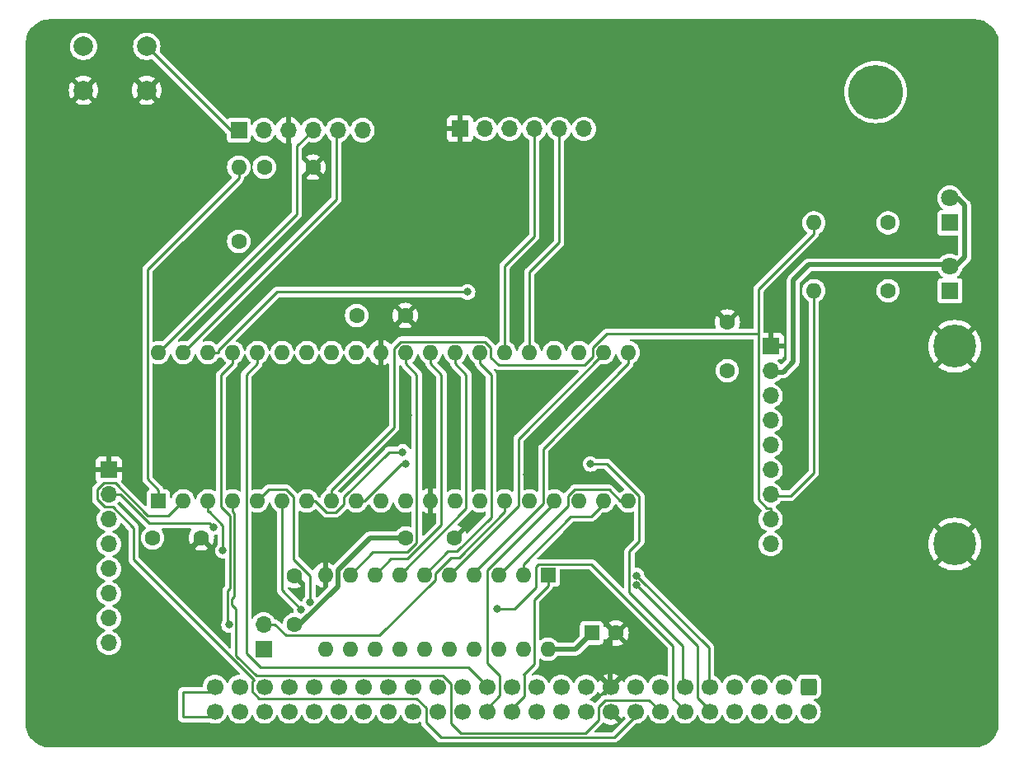
<source format=gbr>
%TF.GenerationSoftware,KiCad,Pcbnew,7.0.2*%
%TF.CreationDate,2023-05-07T14:31:41-07:00*%
%TF.ProjectId,z50-ssd,7a35302d-7373-4642-9e6b-696361645f70,rev?*%
%TF.SameCoordinates,Original*%
%TF.FileFunction,Copper,L2,Bot*%
%TF.FilePolarity,Positive*%
%FSLAX46Y46*%
G04 Gerber Fmt 4.6, Leading zero omitted, Abs format (unit mm)*
G04 Created by KiCad (PCBNEW 7.0.2) date 2023-05-07 14:31:41*
%MOMM*%
%LPD*%
G01*
G04 APERTURE LIST*
G04 Aperture macros list*
%AMRoundRect*
0 Rectangle with rounded corners*
0 $1 Rounding radius*
0 $2 $3 $4 $5 $6 $7 $8 $9 X,Y pos of 4 corners*
0 Add a 4 corners polygon primitive as box body*
4,1,4,$2,$3,$4,$5,$6,$7,$8,$9,$2,$3,0*
0 Add four circle primitives for the rounded corners*
1,1,$1+$1,$2,$3*
1,1,$1+$1,$4,$5*
1,1,$1+$1,$6,$7*
1,1,$1+$1,$8,$9*
0 Add four rect primitives between the rounded corners*
20,1,$1+$1,$2,$3,$4,$5,0*
20,1,$1+$1,$4,$5,$6,$7,0*
20,1,$1+$1,$6,$7,$8,$9,0*
20,1,$1+$1,$8,$9,$2,$3,0*%
G04 Aperture macros list end*
%TA.AperFunction,ComponentPad*%
%ADD10C,1.600000*%
%TD*%
%TA.AperFunction,ComponentPad*%
%ADD11O,1.600000X1.600000*%
%TD*%
%TA.AperFunction,ComponentPad*%
%ADD12R,1.700000X1.700000*%
%TD*%
%TA.AperFunction,ComponentPad*%
%ADD13O,1.700000X1.700000*%
%TD*%
%TA.AperFunction,ComponentPad*%
%ADD14C,3.600000*%
%TD*%
%TA.AperFunction,ConnectorPad*%
%ADD15C,5.600000*%
%TD*%
%TA.AperFunction,ComponentPad*%
%ADD16R,1.800000X1.800000*%
%TD*%
%TA.AperFunction,ComponentPad*%
%ADD17C,1.800000*%
%TD*%
%TA.AperFunction,ComponentPad*%
%ADD18C,4.400000*%
%TD*%
%TA.AperFunction,ComponentPad*%
%ADD19R,1.600000X1.600000*%
%TD*%
%TA.AperFunction,ComponentPad*%
%ADD20C,2.000000*%
%TD*%
%TA.AperFunction,ComponentPad*%
%ADD21RoundRect,0.250000X-0.600000X0.600000X-0.600000X-0.600000X0.600000X-0.600000X0.600000X0.600000X0*%
%TD*%
%TA.AperFunction,ComponentPad*%
%ADD22C,1.700000*%
%TD*%
%TA.AperFunction,ViaPad*%
%ADD23C,0.800000*%
%TD*%
%TA.AperFunction,Conductor*%
%ADD24C,0.500000*%
%TD*%
%TA.AperFunction,Conductor*%
%ADD25C,0.250000*%
%TD*%
G04 APERTURE END LIST*
D10*
%TO.P,R1,1*%
%TO.N,+5V*%
X50165000Y-73025000D03*
D11*
%TO.P,R1,2*%
%TO.N,/MCLR#*%
X50165000Y-65405000D03*
%TD*%
D10*
%TO.P,R2,1*%
%TO.N,Net-(D1-K)*%
X116840000Y-78105000D03*
D11*
%TO.P,R2,2*%
%TO.N,/SD_CS#*%
X109220000Y-78105000D03*
%TD*%
D12*
%TO.P,J4,1,Pin_1*%
%TO.N,GND*%
X36830000Y-96520000D03*
D13*
%TO.P,J4,2,Pin_2*%
%TO.N,/MCU_RE0*%
X36830000Y-99060000D03*
%TO.P,J4,3,Pin_3*%
%TO.N,/MCU_RE1*%
X36830000Y-101600000D03*
%TO.P,J4,4,Pin_4*%
%TO.N,/MCU_RE2*%
X36830000Y-104140000D03*
%TO.P,J4,5,Pin_5*%
%TO.N,/MCU_RB1*%
X36830000Y-106680000D03*
%TO.P,J4,6,Pin_6*%
%TO.N,unconnected-(J4-Pin_6-Pad6)*%
X36830000Y-109220000D03*
%TO.P,J4,7,Pin_7*%
%TO.N,unconnected-(J4-Pin_7-Pad7)*%
X36830000Y-111760000D03*
%TO.P,J4,8,Pin_8*%
%TO.N,+5V*%
X36830000Y-114300000D03*
%TD*%
D10*
%TO.P,R3,1*%
%TO.N,Net-(D2-K)*%
X116840000Y-71120000D03*
D11*
%TO.P,R3,2*%
%TO.N,/MCU_RE0*%
X109220000Y-71120000D03*
%TD*%
D10*
%TO.P,C1,1*%
%TO.N,+5V*%
X55880000Y-112395000D03*
%TO.P,C1,2*%
%TO.N,GND*%
X55880000Y-107395000D03*
%TD*%
D14*
%TO.P,H1,1*%
%TO.N,N/C*%
X115570000Y-57695000D03*
D15*
X115570000Y-57695000D03*
%TD*%
D16*
%TO.P,D2,1,K*%
%TO.N,Net-(D2-K)*%
X123190000Y-71120000D03*
D17*
%TO.P,D2,2,A*%
%TO.N,+5V*%
X123190000Y-68580000D03*
%TD*%
D12*
%TO.P,J2,1,GND*%
%TO.N,GND*%
X104775000Y-83820000D03*
D13*
%TO.P,J2,2,5V_IN*%
%TO.N,+5V*%
X104775000Y-86360000D03*
%TO.P,J2,3,3V_OUT*%
%TO.N,unconnected-(J2-3V_OUT-Pad3)*%
X104775000Y-88900000D03*
%TO.P,J2,4,MOSI*%
%TO.N,/SD_MOSI*%
X104775000Y-91440000D03*
%TO.P,J2,5,MISO*%
%TO.N,/SD_MISO*%
X104775000Y-93980000D03*
%TO.P,J2,6,SCLK*%
%TO.N,/SD_SCK*%
X104775000Y-96520000D03*
%TO.P,J2,7,CS#*%
%TO.N,/SD_CS#*%
X104775000Y-99060000D03*
%TO.P,J2,8,CD*%
%TO.N,/MCU_RE0*%
X104775000Y-101600000D03*
%TO.P,J2,9,EN*%
%TO.N,/MCU_RE1*%
X104775000Y-104140000D03*
%TD*%
D18*
%TO.P,H2,1,1*%
%TO.N,GND*%
X123698000Y-83820000D03*
%TD*%
D10*
%TO.P,C2,1*%
%TO.N,+5V*%
X67310000Y-103505000D03*
%TO.P,C2,2*%
%TO.N,GND*%
X72310000Y-103505000D03*
%TD*%
D19*
%TO.P,U3,1,A->B*%
%TO.N,/CPU_WR#*%
X81910000Y-107325000D03*
D11*
%TO.P,U3,2,A0*%
%TO.N,/MCU_D0*%
X79370000Y-107325000D03*
%TO.P,U3,3,A1*%
%TO.N,/MCU_D1*%
X76830000Y-107325000D03*
%TO.P,U3,4,A2*%
%TO.N,/MCU_D2*%
X74290000Y-107325000D03*
%TO.P,U3,5,A3*%
%TO.N,/MCU_D3*%
X71750000Y-107325000D03*
%TO.P,U3,6,A4*%
%TO.N,/MCU_D4*%
X69210000Y-107325000D03*
%TO.P,U3,7,A5*%
%TO.N,/MCU_D5*%
X66670000Y-107325000D03*
%TO.P,U3,8,A6*%
%TO.N,/MCU_D6*%
X64130000Y-107325000D03*
%TO.P,U3,9,A7*%
%TO.N,/MCU_D7*%
X61590000Y-107325000D03*
%TO.P,U3,10,GND*%
%TO.N,GND*%
X59050000Y-107325000D03*
%TO.P,U3,11,B7*%
%TO.N,/CPU_D7*%
X59050000Y-114945000D03*
%TO.P,U3,12,B6*%
%TO.N,/CPU_D6*%
X61590000Y-114945000D03*
%TO.P,U3,13,B5*%
%TO.N,/CPU_D5*%
X64130000Y-114945000D03*
%TO.P,U3,14,B4*%
%TO.N,/CPU_D4*%
X66670000Y-114945000D03*
%TO.P,U3,15,B3*%
%TO.N,/CPU_D3*%
X69210000Y-114945000D03*
%TO.P,U3,16,B2*%
%TO.N,/CPU_D2*%
X71750000Y-114945000D03*
%TO.P,U3,17,B1*%
%TO.N,/CPU_D1*%
X74290000Y-114945000D03*
%TO.P,U3,18,B0*%
%TO.N,/CPU_D0*%
X76830000Y-114945000D03*
%TO.P,U3,19,CE*%
%TO.N,/CPU_D_CE#*%
X79370000Y-114945000D03*
%TO.P,U3,20,VCC*%
%TO.N,+5V*%
X81910000Y-114945000D03*
%TD*%
D12*
%TO.P,J1,1,Pin_1*%
%TO.N,/MCLR#*%
X50165000Y-61595000D03*
D13*
%TO.P,J1,2,Pin_2*%
%TO.N,+5V*%
X52705000Y-61595000D03*
%TO.P,J1,3,Pin_3*%
%TO.N,GND*%
X55245000Y-61595000D03*
%TO.P,J1,4,Pin_4*%
%TO.N,Net-(J1-Pin_4)*%
X57785000Y-61595000D03*
%TO.P,J1,5,Pin_5*%
%TO.N,/ICSP_PGC*%
X60325000Y-61595000D03*
%TO.P,J1,6,Pin_6*%
%TO.N,unconnected-(J1-Pin_6-Pad6)*%
X62865000Y-61595000D03*
%TD*%
D20*
%TO.P,SW1,1,1*%
%TO.N,/MCLR#*%
X34215000Y-52995000D03*
X40715000Y-52995000D03*
%TO.P,SW1,2,2*%
%TO.N,GND*%
X34215000Y-57495000D03*
X40715000Y-57495000D03*
%TD*%
D21*
%TO.P,U1,1,Pin_1*%
%TO.N,unconnected-(U1-Pin_1-Pad1)*%
X108690000Y-118805000D03*
D22*
%TO.P,U1,2,Pin_2*%
%TO.N,unconnected-(U1-Pin_2-Pad2)*%
X108690000Y-121345000D03*
%TO.P,U1,3,Pin_3*%
%TO.N,unconnected-(U1-Pin_3-Pad3)*%
X106150000Y-118805000D03*
%TO.P,U1,4,Pin_4*%
%TO.N,unconnected-(U1-Pin_4-Pad4)*%
X106150000Y-121345000D03*
%TO.P,U1,5,Pin_5*%
%TO.N,unconnected-(U1-Pin_5-Pad5)*%
X103610000Y-118805000D03*
%TO.P,U1,6,Pin_6*%
%TO.N,unconnected-(U1-Pin_6-Pad6)*%
X103610000Y-121345000D03*
%TO.P,U1,7,Pin_7*%
%TO.N,unconnected-(U1-Pin_7-Pad7)*%
X101070000Y-118805000D03*
%TO.P,U1,8,Pin_8*%
%TO.N,unconnected-(U1-Pin_8-Pad8)*%
X101070000Y-121345000D03*
%TO.P,U1,9,Pin_9*%
%TO.N,/CPU_A7*%
X98530000Y-118805000D03*
%TO.P,U1,10,Pin_10*%
%TO.N,/CPU_A6*%
X98530000Y-121345000D03*
%TO.P,U1,11,Pin_11*%
%TO.N,/CPU_A5*%
X95990000Y-118805000D03*
%TO.P,U1,12,Pin_12*%
%TO.N,/CPU_A4*%
X95990000Y-121345000D03*
%TO.P,U1,13,Pin_13*%
%TO.N,/CPU_A3*%
X93450000Y-118805000D03*
%TO.P,U1,14,Pin_14*%
%TO.N,/CPU_A2*%
X93450000Y-121345000D03*
%TO.P,U1,15,Pin_15*%
%TO.N,/CPU_A1*%
X90910000Y-118805000D03*
%TO.P,U1,16,Pin_16*%
%TO.N,/CPU_A0*%
X90910000Y-121345000D03*
%TO.P,U1,17,Pin_17*%
%TO.N,GND*%
X88370000Y-118805000D03*
%TO.P,U1,18,Pin_18*%
X88370000Y-121345000D03*
%TO.P,U1,19,Pin_19*%
%TO.N,+5V*%
X85830000Y-118805000D03*
%TO.P,U1,20,Pin_20*%
X85830000Y-121345000D03*
%TO.P,U1,21,Pin_21*%
%TO.N,/CPU_M1#*%
X83290000Y-118805000D03*
%TO.P,U1,22,Pin_22*%
%TO.N,/CPU_RESET#*%
X83290000Y-121345000D03*
%TO.P,U1,23,Pin_23*%
%TO.N,/CPU_CLK*%
X80750000Y-118805000D03*
%TO.P,U1,24,Pin_24*%
%TO.N,unconnected-(U1-Pin_24-Pad24)*%
X80750000Y-121345000D03*
%TO.P,U1,25,Pin_25*%
%TO.N,unconnected-(U1-Pin_25-Pad25)*%
X78210000Y-118805000D03*
%TO.P,U1,26,Pin_26*%
%TO.N,/CPU_WR#*%
X78210000Y-121345000D03*
%TO.P,U1,27,Pin_27*%
%TO.N,/CPU_IORQ#*%
X75670000Y-118805000D03*
%TO.P,U1,28,Pin_28*%
%TO.N,/CPU_RD#*%
X75670000Y-121345000D03*
%TO.P,U1,29,Pin_29*%
%TO.N,/CPU_D1*%
X73130000Y-118805000D03*
%TO.P,U1,30,Pin_30*%
%TO.N,/CPU_D0*%
X73130000Y-121345000D03*
%TO.P,U1,31,Pin_31*%
%TO.N,/CPU_D3*%
X70590000Y-118805000D03*
%TO.P,U1,32,Pin_32*%
%TO.N,/CPU_D2*%
X70590000Y-121345000D03*
%TO.P,U1,33,Pin_33*%
%TO.N,/CPU_D5*%
X68050000Y-118805000D03*
%TO.P,U1,34,Pin_34*%
%TO.N,/CPU_D4*%
X68050000Y-121345000D03*
%TO.P,U1,35,Pin_35*%
%TO.N,/CPU_D7*%
X65510000Y-118805000D03*
%TO.P,U1,36,Pin_36*%
%TO.N,/CPU_D6*%
X65510000Y-121345000D03*
%TO.P,U1,37,Pin_37*%
%TO.N,unconnected-(U1-Pin_37-Pad37)*%
X62970000Y-118805000D03*
%TO.P,U1,38,Pin_38*%
%TO.N,unconnected-(U1-Pin_38-Pad38)*%
X62970000Y-121345000D03*
%TO.P,U1,39,Pin_39*%
%TO.N,unconnected-(U1-Pin_39-Pad39)*%
X60430000Y-118805000D03*
%TO.P,U1,40,Pin_40*%
%TO.N,unconnected-(U1-Pin_40-Pad40)*%
X60430000Y-121345000D03*
%TO.P,U1,41,Pin_41*%
%TO.N,unconnected-(U1-Pin_41-Pad41)*%
X57890000Y-118805000D03*
%TO.P,U1,42,Pin_42*%
%TO.N,unconnected-(U1-Pin_42-Pad42)*%
X57890000Y-121345000D03*
%TO.P,U1,43,Pin_43*%
%TO.N,unconnected-(U1-Pin_43-Pad43)*%
X55350000Y-118805000D03*
%TO.P,U1,44,Pin_44*%
%TO.N,unconnected-(U1-Pin_44-Pad44)*%
X55350000Y-121345000D03*
%TO.P,U1,45,Pin_45*%
%TO.N,/CPU_WAIT#*%
X52810000Y-118805000D03*
%TO.P,U1,46,Pin_46*%
%TO.N,unconnected-(U1-Pin_46-Pad46)*%
X52810000Y-121345000D03*
%TO.P,U1,47,Pin_47*%
%TO.N,unconnected-(U1-Pin_47-Pad47)*%
X50270000Y-118805000D03*
%TO.P,U1,48,Pin_48*%
%TO.N,unconnected-(U1-Pin_48-Pad48)*%
X50270000Y-121345000D03*
%TO.P,U1,49,Pin_49*%
%TO.N,/IEO*%
X47730000Y-118805000D03*
%TO.P,U1,50,Pin_50*%
X47730000Y-121345000D03*
%TD*%
D19*
%TO.P,C7,1*%
%TO.N,+5V*%
X86400000Y-113284000D03*
D10*
%TO.P,C7,2*%
%TO.N,GND*%
X88900000Y-113284000D03*
%TD*%
D19*
%TO.P,U2,1,~{MCLR}/VPP/RE3*%
%TO.N,/MCLR#*%
X41910000Y-99695000D03*
D11*
%TO.P,U2,2,RA0/AN0/CVref*%
%TO.N,/CPU_A0*%
X44450000Y-99695000D03*
%TO.P,U2,3,RA1/AN1*%
%TO.N,/CPU_A1*%
X46990000Y-99695000D03*
%TO.P,U2,4,RA2/AN2/Vref-*%
%TO.N,/CPU_A2*%
X49530000Y-99695000D03*
%TO.P,U2,5,RA3/AN3/Vref+*%
%TO.N,/CPU_A3*%
X52070000Y-99695000D03*
%TO.P,U2,6,RA4/TOCKI*%
%TO.N,/CPU_A4*%
X54610000Y-99695000D03*
%TO.P,U2,7,RA5/ANA4/~{SS}/HLVDIN*%
%TO.N,/CPU_A5*%
X57150000Y-99695000D03*
%TO.P,U2,8,AN5/~{RD}/RE0*%
%TO.N,/MCU_RE0*%
X59690000Y-99695000D03*
%TO.P,U2,9,C1OUT/AN6/~{WR}/RE1*%
%TO.N,/MCU_RE1*%
X62230000Y-99695000D03*
%TO.P,U2,10,C2OUT/AN7/~{CS}/RE2*%
%TO.N,/MCU_RE2*%
X64770000Y-99695000D03*
%TO.P,U2,11,VDD*%
%TO.N,+5V*%
X67310000Y-99695000D03*
%TO.P,U2,12,VSS*%
%TO.N,GND*%
X69850000Y-99695000D03*
%TO.P,U2,13,OSC1/CLKI/RA7*%
%TO.N,/CPU_A7*%
X72390000Y-99695000D03*
%TO.P,U2,14,OSC2/CLKO/RA6*%
%TO.N,/CPU_A6*%
X74930000Y-99695000D03*
%TO.P,U2,15,T13CKI/T1OSO/RC0*%
%TO.N,/MCU_WAIT#*%
X77470000Y-99695000D03*
%TO.P,U2,16,T1OSI/RC1*%
%TO.N,/CPU_WR#*%
X80010000Y-99695000D03*
%TO.P,U2,17,CCP1/RC2*%
%TO.N,/CPU_RD#*%
X82550000Y-99695000D03*
%TO.P,U2,18,SCL/SCK/RC3*%
%TO.N,/SD_SCK*%
X85090000Y-99695000D03*
%TO.P,U2,19,C1IN+/PSP0/RD0*%
%TO.N,/MCU_D0*%
X87630000Y-99695000D03*
%TO.P,U2,20,C1IN-/PSP1/RD1*%
%TO.N,/MCU_D1*%
X90170000Y-99695000D03*
%TO.P,U2,21,C2IN+/PSP2/RD2*%
%TO.N,/MCU_D2*%
X90170000Y-84455000D03*
%TO.P,U2,22,C2IN-/PSP3/RD3*%
%TO.N,/MCU_D3*%
X87630000Y-84455000D03*
%TO.P,U2,23,SDA/SDI/RC4*%
%TO.N,/SD_MISO*%
X85090000Y-84455000D03*
%TO.P,U2,24,SDO/RC5*%
%TO.N,/SD_MOSI*%
X82550000Y-84455000D03*
%TO.P,U2,25,CK/TX/RC6*%
%TO.N,/UART_TX*%
X80010000Y-84455000D03*
%TO.P,U2,26,DT/RX/RC7*%
%TO.N,/UART_RX*%
X77470000Y-84455000D03*
%TO.P,U2,27,P1A/ECCP1/PSP4/RD4*%
%TO.N,/MCU_D4*%
X74930000Y-84455000D03*
%TO.P,U2,28,P1B/PSP5/RD5*%
%TO.N,/MCU_D5*%
X72390000Y-84455000D03*
%TO.P,U2,29,P1C/PSP6/RD6*%
%TO.N,/MCU_D6*%
X69850000Y-84455000D03*
%TO.P,U2,30,P1D/PSP7/RD7*%
%TO.N,/MCU_D7*%
X67310000Y-84455000D03*
%TO.P,U2,31,VSS*%
%TO.N,GND*%
X64770000Y-84455000D03*
%TO.P,U2,32,VDD*%
%TO.N,+5V*%
X62230000Y-84455000D03*
%TO.P,U2,33,RB0/INT0/FLT0/AN10*%
%TO.N,/CPU_RESET#*%
X59690000Y-84455000D03*
%TO.P,U2,34,RB1/INT1/AN8*%
%TO.N,/MCU_RB1*%
X57150000Y-84455000D03*
%TO.P,U2,35,RB2/INT2/CANTX*%
%TO.N,/CPU_M1#*%
X54610000Y-84455000D03*
%TO.P,U2,36,RB3/CANRX*%
%TO.N,/CPU_IORQ#*%
X52070000Y-84455000D03*
%TO.P,U2,37,RB4/KBI0/AN9*%
%TO.N,/CPU_D_CE#*%
X49530000Y-84455000D03*
%TO.P,U2,38,RB5/KBI1/PGM*%
%TO.N,/SD_CS#*%
X46990000Y-84455000D03*
%TO.P,U2,39,RB6/KBI2/PGC*%
%TO.N,/ICSP_PGC*%
X44450000Y-84455000D03*
%TO.P,U2,40,RB7/KBI3/PGD*%
%TO.N,Net-(J1-Pin_4)*%
X41910000Y-84455000D03*
%TD*%
D10*
%TO.P,C6,1*%
%TO.N,/MCLR#*%
X41315000Y-103505000D03*
%TO.P,C6,2*%
%TO.N,GND*%
X46315000Y-103505000D03*
%TD*%
D12*
%TO.P,JP1,1,1*%
%TO.N,/CPU_WAIT#*%
X52705000Y-114940000D03*
D13*
%TO.P,JP1,2,2*%
%TO.N,/MCU_WAIT#*%
X52705000Y-112400000D03*
%TD*%
D16*
%TO.P,D1,1,K*%
%TO.N,Net-(D1-K)*%
X123190000Y-78110000D03*
D17*
%TO.P,D1,2,A*%
%TO.N,+5V*%
X123190000Y-75570000D03*
%TD*%
D10*
%TO.P,C4,1*%
%TO.N,+5V*%
X100330000Y-86320000D03*
%TO.P,C4,2*%
%TO.N,GND*%
X100330000Y-81320000D03*
%TD*%
D18*
%TO.P,H3,1,1*%
%TO.N,GND*%
X123698000Y-104140000D03*
%TD*%
D10*
%TO.P,C3,1*%
%TO.N,+5V*%
X62270000Y-80645000D03*
%TO.P,C3,2*%
%TO.N,GND*%
X67270000Y-80645000D03*
%TD*%
D12*
%TO.P,J3,1,Pin_1*%
%TO.N,GND*%
X72898000Y-61468000D03*
D13*
%TO.P,J3,2,Pin_2*%
%TO.N,Net-(J3-Pin_2)*%
X75438000Y-61468000D03*
%TO.P,J3,3,Pin_3*%
%TO.N,unconnected-(J3-Pin_3-Pad3)*%
X77978000Y-61468000D03*
%TO.P,J3,4,Pin_4*%
%TO.N,/UART_RX*%
X80518000Y-61468000D03*
%TO.P,J3,5,Pin_5*%
%TO.N,/UART_TX*%
X83058000Y-61468000D03*
%TO.P,J3,6,Pin_6*%
%TO.N,Net-(J3-Pin_2)*%
X85598000Y-61468000D03*
%TD*%
D10*
%TO.P,C5,1*%
%TO.N,+5V*%
X52785000Y-65405000D03*
%TO.P,C5,2*%
%TO.N,GND*%
X57785000Y-65405000D03*
%TD*%
D23*
%TO.N,GND*%
X88900000Y-89916000D03*
X46736000Y-92964000D03*
X78740000Y-82296000D03*
X52832000Y-104648000D03*
X72136000Y-90932000D03*
X35560000Y-90424000D03*
X47752000Y-112776000D03*
X41656000Y-116840000D03*
X39116000Y-86360000D03*
X56388000Y-87376000D03*
X78740000Y-86868000D03*
X49784000Y-97028000D03*
X92964000Y-100584000D03*
X83820000Y-104648000D03*
X74676000Y-90932000D03*
X83312000Y-90932000D03*
X52832000Y-92964000D03*
X49784000Y-88900000D03*
X88900000Y-104648000D03*
X45212000Y-113792000D03*
X101092000Y-100584000D03*
X100076000Y-89916000D03*
X81788000Y-65024000D03*
X43688000Y-88900000D03*
X79756000Y-97028000D03*
X67564000Y-90932000D03*
%TO.N,/CPU_D_CE#*%
X49164800Y-112442000D03*
%TO.N,/SD_CS#*%
X73660000Y-78232000D03*
%TO.N,/CPU_A1*%
X48537500Y-104814900D03*
%TO.N,/CPU_A3*%
X57512300Y-110081000D03*
%TO.N,/CPU_A4*%
X56564300Y-110840000D03*
X76708000Y-110766000D03*
%TO.N,/CPU_A5*%
X86299200Y-95903200D03*
X67005200Y-94663700D03*
%TO.N,/CPU_A6*%
X91009300Y-108368000D03*
%TO.N,/CPU_A7*%
X91009300Y-107368000D03*
%TO.N,/MCU_RE1*%
X67267700Y-95896400D03*
%TO.N,/MCU_RE0*%
X47565200Y-102415000D03*
%TD*%
D24*
%TO.N,GND*%
X88265000Y-119380000D02*
X88265000Y-113919000D01*
X88265000Y-113919000D02*
X88900000Y-113284000D01*
%TO.N,+5V*%
X124714000Y-74676000D02*
X124714000Y-69342000D01*
X124714000Y-69342000D02*
X123952000Y-68580000D01*
X108712000Y-75438000D02*
X123058000Y-75438000D01*
X123952000Y-68580000D02*
X123190000Y-68580000D01*
X63626600Y-103505000D02*
X60320000Y-106812000D01*
X123058000Y-75438000D02*
X123952000Y-75438000D01*
X67310000Y-103505000D02*
X63626600Y-103505000D01*
X106040000Y-86460000D02*
X107110000Y-85390000D01*
X123952000Y-75438000D02*
X124714000Y-74676000D01*
X84739000Y-114945000D02*
X86400000Y-113284000D01*
X60320000Y-108490000D02*
X56414700Y-112395000D01*
X81910000Y-114945000D02*
X84739000Y-114945000D01*
X104840000Y-86460000D02*
X106040000Y-86460000D01*
X107110000Y-85390000D02*
X107110000Y-77040000D01*
X60320000Y-106812000D02*
X60320000Y-108490000D01*
X107110000Y-77040000D02*
X108712000Y-75438000D01*
D25*
%TO.N,/CPU_D_CE#*%
X49263200Y-108698000D02*
X49021800Y-108939000D01*
X49263200Y-101191000D02*
X49263200Y-108698000D01*
X49021800Y-112299000D02*
X49164800Y-112442000D01*
X48351800Y-86758300D02*
X48351800Y-100280000D01*
X49021800Y-108939000D02*
X49021800Y-112299000D01*
X48351800Y-100280000D02*
X49263200Y-101191000D01*
X49530000Y-84455000D02*
X49530000Y-85580100D01*
X49530000Y-85580100D02*
X48351800Y-86758300D01*
%TO.N,/CPU_IORQ#*%
X50922400Y-86727700D02*
X52070000Y-85580100D01*
X52070000Y-85580100D02*
X52070000Y-84455000D01*
X50922400Y-115322000D02*
X50922400Y-86727700D01*
X73697000Y-116772000D02*
X52371700Y-116772000D01*
X52371700Y-116772000D02*
X50922400Y-115322000D01*
X75565000Y-118640000D02*
X73697000Y-116772000D01*
%TO.N,/UART_RX*%
X77470000Y-75565000D02*
X80518000Y-72517000D01*
X80518000Y-72517000D02*
X80518000Y-61468000D01*
X77470000Y-84455000D02*
X77470000Y-75565000D01*
%TO.N,/UART_TX*%
X80010000Y-76200000D02*
X83058000Y-73152000D01*
X83058000Y-73152000D02*
X83058000Y-61468000D01*
X80010000Y-84455000D02*
X80010000Y-76200000D01*
%TO.N,/CPU_WR#*%
X79470000Y-119740000D02*
X79470000Y-117610000D01*
X79375000Y-117510000D02*
X79455000Y-117510000D01*
X78105000Y-121110000D02*
X79375000Y-119840000D01*
X80495300Y-109865000D02*
X81910000Y-108450000D01*
X80495300Y-116469700D02*
X80495300Y-109865000D01*
X79455000Y-117510000D02*
X80495300Y-116469700D01*
X79370000Y-119840000D02*
X79470000Y-119740000D01*
X79470000Y-117610000D02*
X79370000Y-117510000D01*
X81910000Y-108450000D02*
X81910000Y-107325000D01*
%TO.N,/CPU_RD#*%
X76970000Y-119705000D02*
X75565000Y-121110000D01*
X82550000Y-99976400D02*
X75679400Y-106847000D01*
X76970000Y-117645600D02*
X76970000Y-119705000D01*
X75679400Y-116355000D02*
X76970000Y-117645600D01*
X75679400Y-106847000D02*
X75679400Y-116355000D01*
%TO.N,/MCLR#*%
X41910000Y-98569900D02*
X40784900Y-97444800D01*
X40784900Y-97444800D02*
X40784900Y-75910200D01*
X40784900Y-75910200D02*
X50165000Y-66530100D01*
X50165000Y-66530100D02*
X50165000Y-65405000D01*
X41910000Y-99695000D02*
X41910000Y-98569900D01*
X49315000Y-61595000D02*
X50165000Y-61595000D01*
X40715000Y-52995000D02*
X49315000Y-61595000D01*
%TO.N,/SD_CS#*%
X54104900Y-78232000D02*
X48115100Y-84221800D01*
X106860000Y-99160000D02*
X109220000Y-96800000D01*
X104875000Y-99160000D02*
X106860000Y-99160000D01*
X48115100Y-84221800D02*
X48115100Y-84455000D01*
X73660000Y-78232000D02*
X54104900Y-78232000D01*
X109220000Y-96800000D02*
X109220000Y-78105000D01*
X48115100Y-84455000D02*
X46990000Y-84455000D01*
%TO.N,/CPU_A0*%
X36309700Y-97849800D02*
X35639700Y-98519800D01*
X39361200Y-105722000D02*
X51743402Y-118104897D01*
X35639700Y-99560100D02*
X36409600Y-100330000D01*
X36409600Y-100330000D02*
X37224100Y-100330000D01*
X51743402Y-118104897D02*
X51530000Y-118318299D01*
X40814000Y-101200000D02*
X37463800Y-97849800D01*
X51530000Y-118318299D02*
X51530000Y-119291701D01*
X68405000Y-119980000D02*
X69415000Y-120990000D01*
X42945000Y-101200000D02*
X40814000Y-101200000D01*
X69415000Y-122512500D02*
X70926500Y-124024000D01*
X35639700Y-98519800D02*
X35639700Y-99560100D01*
X37224100Y-100330000D02*
X39361200Y-102467000D01*
X39361200Y-102467000D02*
X39361200Y-105722000D01*
X88701000Y-124024000D02*
X90805000Y-121920000D01*
X69415000Y-120990000D02*
X69415000Y-122512500D01*
X70926500Y-124024000D02*
X88701000Y-124024000D01*
X37463800Y-97849800D02*
X36309700Y-97849800D01*
X51530000Y-119291701D02*
X52218299Y-119980000D01*
X52218299Y-119980000D02*
X68405000Y-119980000D01*
X44450000Y-99695000D02*
X42945000Y-101200000D01*
%TO.N,/CPU_A1*%
X46990000Y-99695000D02*
X46990000Y-100820100D01*
X46990000Y-100820100D02*
X47130600Y-100820100D01*
X48537500Y-102227000D02*
X48537500Y-104814900D01*
X47130600Y-100820100D02*
X48537500Y-102227000D01*
%TO.N,/CPU_A2*%
X49900800Y-110796000D02*
X49900800Y-115616000D01*
X49713400Y-101004000D02*
X49713400Y-109526000D01*
X71955000Y-122517800D02*
X72989200Y-123552000D01*
X71955000Y-120858299D02*
X71955000Y-122517800D01*
X49472000Y-110367000D02*
X49900800Y-110796000D01*
X87089800Y-122223000D02*
X87089800Y-120858499D01*
X71970000Y-120843299D02*
X71955000Y-120858299D01*
X49530000Y-100820000D02*
X49713400Y-101004000D01*
X87089800Y-120858499D02*
X87778299Y-120170000D01*
X87778299Y-120170000D02*
X92275000Y-120170000D01*
X71076701Y-117630000D02*
X71955000Y-118508299D01*
X49472000Y-109767000D02*
X49472000Y-110367000D01*
X72989200Y-123552000D02*
X85760700Y-123552000D01*
X51960600Y-117676000D02*
X52006600Y-117630000D01*
X85760700Y-123552000D02*
X87089800Y-122223000D01*
X49900800Y-115616000D02*
X51960600Y-117676000D01*
X71970000Y-119306701D02*
X71970000Y-120843299D01*
X71955000Y-119291701D02*
X71970000Y-119306701D01*
X52006600Y-117630000D02*
X71076701Y-117630000D01*
X49530000Y-99695000D02*
X49530000Y-100820000D01*
X71955000Y-118508299D02*
X71955000Y-119291701D01*
X49713400Y-109526000D02*
X49472000Y-109767000D01*
X92275000Y-120170000D02*
X93345000Y-121240000D01*
%TO.N,/CPU_A3*%
X55062100Y-98546200D02*
X55807400Y-99291500D01*
X52070000Y-99695000D02*
X53218800Y-98546200D01*
X57512200Y-110081000D02*
X57512300Y-110081000D01*
X55807400Y-99291500D02*
X55807400Y-105674000D01*
X53218800Y-98546200D02*
X55062100Y-98546200D01*
X55807400Y-105674000D02*
X57512200Y-107378000D01*
X57512200Y-107378000D02*
X57512200Y-110081000D01*
%TO.N,/CPU_A4*%
X78464000Y-110766000D02*
X80645600Y-108584000D01*
X86388000Y-106200000D02*
X94770000Y-114582000D01*
X76708000Y-110766000D02*
X78464000Y-110766000D01*
X94770000Y-114582000D02*
X94770000Y-119995000D01*
X80645600Y-106463000D02*
X80908500Y-106200000D01*
X54610000Y-99695000D02*
X54610000Y-108885000D01*
X80908500Y-106200000D02*
X86388000Y-106200000D01*
X80645600Y-108584000D02*
X80645600Y-106463000D01*
X54610000Y-108885000D02*
X56564300Y-110840000D01*
X94770000Y-119995000D02*
X95885000Y-121110000D01*
%TO.N,/CPU_A5*%
X91303800Y-103877000D02*
X90284100Y-104897000D01*
X60960000Y-99297000D02*
X65593300Y-94663700D01*
X90284100Y-104897000D02*
X90284100Y-109080000D01*
X91303800Y-99221500D02*
X91303800Y-103877000D01*
X87985500Y-95903200D02*
X91303800Y-99221500D01*
X57150000Y-99695000D02*
X57993600Y-99695000D01*
X60960000Y-100024000D02*
X60960000Y-99297000D01*
X60130600Y-100854000D02*
X60960000Y-100024000D01*
X90284100Y-109080000D02*
X95770000Y-114565900D01*
X95770000Y-114565900D02*
X95770000Y-119265000D01*
X59152600Y-100854000D02*
X60130600Y-100854000D01*
X57993600Y-99695000D02*
X59152600Y-100854000D01*
X65593300Y-94663700D02*
X67005200Y-94663700D01*
X86299200Y-95903200D02*
X87985500Y-95903200D01*
%TO.N,/CPU_A6*%
X98425000Y-121112000D02*
X97270000Y-119957000D01*
X97270000Y-114628700D02*
X91009300Y-108368000D01*
X97270000Y-119957000D02*
X97270000Y-114628700D01*
%TO.N,/CPU_A7*%
X98425000Y-119380000D02*
X98425000Y-114758000D01*
X98425000Y-114758000D02*
X91034600Y-107368000D01*
X91034600Y-107368000D02*
X91009300Y-107368000D01*
%TO.N,/MCU_D1*%
X90170000Y-99695000D02*
X89326200Y-99695000D01*
X89326200Y-99695000D02*
X88188000Y-98556800D01*
X84635500Y-98556800D02*
X83964800Y-99227500D01*
X88188000Y-98556800D02*
X84635500Y-98556800D01*
X83964800Y-100190000D02*
X76830000Y-107325000D01*
X83964800Y-99227500D02*
X83964800Y-100190000D01*
%TO.N,/MCU_D0*%
X84249400Y-101321000D02*
X79370000Y-106200000D01*
X86334600Y-101321000D02*
X84249400Y-101321000D01*
X87630000Y-100025000D02*
X86334600Y-101321000D01*
X79370000Y-106200000D02*
X79370000Y-107325000D01*
%TO.N,/MCU_D7*%
X67434200Y-104981000D02*
X68436400Y-103978000D01*
X68436400Y-103978000D02*
X68436400Y-86706500D01*
X63934000Y-104981000D02*
X67434200Y-104981000D01*
X61590000Y-107325000D02*
X63934000Y-104981000D01*
X68436400Y-86706500D02*
X67310000Y-85580100D01*
X67310000Y-85580100D02*
X67310000Y-84455000D01*
%TO.N,/MCU_D6*%
X70979000Y-102141000D02*
X67463800Y-105656000D01*
X69850000Y-84455000D02*
X69850000Y-85580100D01*
X67463800Y-105656000D02*
X65799000Y-105656000D01*
X65799000Y-105656000D02*
X64130000Y-107325000D01*
X69850000Y-85580100D02*
X70979000Y-86709100D01*
X70979000Y-86709100D02*
X70979000Y-102141000D01*
%TO.N,/MCU_D5*%
X73521600Y-100473000D02*
X66670000Y-107325000D01*
X72390000Y-85580100D02*
X73521600Y-86711700D01*
X73521600Y-86711700D02*
X73521600Y-100473000D01*
X72390000Y-84455000D02*
X72390000Y-85580100D01*
%TO.N,/MCU_D4*%
X71660400Y-104875000D02*
X69210000Y-107325000D01*
X74930000Y-85580100D02*
X76069200Y-86719300D01*
X76069200Y-101369000D02*
X72563800Y-104875000D01*
X76069200Y-86719300D02*
X76069200Y-101369000D01*
X74930000Y-84455000D02*
X74930000Y-85580100D01*
X72563800Y-104875000D02*
X71660400Y-104875000D01*
%TO.N,/MCU_D3*%
X78884800Y-93327200D02*
X78884800Y-100190000D01*
X78884800Y-100190000D02*
X71750000Y-107325000D01*
X87630000Y-84582000D02*
X78884800Y-93327200D01*
%TO.N,/MCU_D2*%
X74290000Y-107078000D02*
X81424800Y-99943100D01*
X81424800Y-94325300D02*
X90170000Y-85580100D01*
X81424800Y-99943100D02*
X81424800Y-94325300D01*
X90170000Y-85580100D02*
X90170000Y-84455000D01*
%TO.N,/ICSP_PGC*%
X44450000Y-84455000D02*
X60198000Y-68707000D01*
X60198000Y-68707000D02*
X60198000Y-61722000D01*
%TO.N,/MCU_RE1*%
X66872400Y-95896400D02*
X67267700Y-95896400D01*
X63073800Y-99695000D02*
X66872400Y-95896400D01*
X62230000Y-99695000D02*
X63073800Y-99695000D01*
%TO.N,/MCU_RE0*%
X104408000Y-100425000D02*
X103550000Y-99567100D01*
X103550000Y-82550000D02*
X103550000Y-77915100D01*
X38005100Y-99060000D02*
X40953500Y-102008000D01*
X103550000Y-77915100D02*
X109220000Y-72245100D01*
X75396000Y-83330000D02*
X76055000Y-83989000D01*
X66113900Y-84029700D02*
X66813600Y-83330000D01*
X85701000Y-85725000D02*
X86505000Y-84921000D01*
X66813600Y-83330000D02*
X75396000Y-83330000D01*
X103550000Y-99567100D02*
X103550000Y-82550000D01*
X104775000Y-100425000D02*
X104408000Y-100425000D01*
X104775000Y-101600000D02*
X104775000Y-100425000D01*
X87944000Y-82550000D02*
X103550000Y-82550000D01*
X59690000Y-98569900D02*
X66113900Y-92146000D01*
X47158300Y-102008000D02*
X47565200Y-102415000D01*
X40953500Y-102008000D02*
X47158300Y-102008000D01*
X76835000Y-85725000D02*
X85701000Y-85725000D01*
X36830000Y-99060000D02*
X38005100Y-99060000D01*
X86505000Y-84921000D02*
X86505000Y-83989000D01*
X66113900Y-92146000D02*
X66113900Y-84029700D01*
X59690000Y-99695000D02*
X59690000Y-98569900D01*
X109220000Y-72245100D02*
X109220000Y-71120000D01*
X76055000Y-84945000D02*
X76835000Y-85725000D01*
X86505000Y-83989000D02*
X87944000Y-82550000D01*
X76055000Y-83989000D02*
X76055000Y-84945000D01*
%TO.N,/MCU_WAIT#*%
X72776800Y-105513000D02*
X71940900Y-105513000D01*
X71940900Y-105513000D02*
X70335200Y-107119000D01*
X70335200Y-107810000D02*
X64624800Y-113521000D01*
X77470000Y-99695000D02*
X77470000Y-100820000D01*
X53880100Y-112400000D02*
X52705000Y-112400000D01*
X55000700Y-113521000D02*
X53880100Y-112400000D01*
X64624800Y-113521000D02*
X55000700Y-113521000D01*
X77470000Y-100820000D02*
X72776800Y-105513000D01*
X70335200Y-107119000D02*
X70335200Y-107810000D01*
%TO.N,Net-(J1-Pin_4)*%
X56134000Y-70231000D02*
X56134000Y-63246000D01*
X41910000Y-84455000D02*
X56134000Y-70231000D01*
X56134000Y-63246000D02*
X57785000Y-61595000D01*
%TO.N,/IEO*%
X47625000Y-121920000D02*
X44450000Y-121920000D01*
X44450000Y-121920000D02*
X44450000Y-119380000D01*
X44450000Y-119380000D02*
X47625000Y-119380000D01*
%TD*%
%TA.AperFunction,Conductor*%
%TO.N,GND*%
G36*
X89493077Y-122108866D02*
G01*
X89568418Y-121993551D01*
X89608590Y-121901967D01*
X89649280Y-121856272D01*
X89709057Y-121843221D01*
X89765089Y-121867798D01*
X89788976Y-121899894D01*
X89822897Y-121972638D01*
X89851972Y-122014161D01*
X89869861Y-122072673D01*
X89849941Y-122130525D01*
X89840880Y-122140949D01*
X88512327Y-123469504D01*
X88457810Y-123497281D01*
X88442323Y-123498500D01*
X86796421Y-123498500D01*
X86738230Y-123479593D01*
X86702266Y-123430093D01*
X86702266Y-123368907D01*
X86726420Y-123329494D01*
X86782651Y-123273267D01*
X87453858Y-122602108D01*
X87456232Y-122599814D01*
X87501269Y-122557755D01*
X87515853Y-122533771D01*
X87562239Y-122493876D01*
X87623219Y-122488864D01*
X87647560Y-122498140D01*
X87822627Y-122592881D01*
X88035489Y-122665957D01*
X88257475Y-122703000D01*
X88482525Y-122703000D01*
X88704510Y-122665957D01*
X88917372Y-122592881D01*
X89115302Y-122485766D01*
X89135688Y-122469899D01*
X88497586Y-121831797D01*
X88512315Y-121829680D01*
X88643100Y-121769952D01*
X88751761Y-121675798D01*
X88829493Y-121554844D01*
X88854361Y-121470150D01*
X89493077Y-122108866D01*
G37*
%TD.AperFunction*%
%TA.AperFunction,Conductor*%
G36*
X87910507Y-119014844D02*
G01*
X87988239Y-119135798D01*
X88096900Y-119229952D01*
X88227685Y-119289680D01*
X88242412Y-119291797D01*
X87918706Y-119615504D01*
X87864189Y-119643281D01*
X87848702Y-119644500D01*
X87788965Y-119644500D01*
X87785586Y-119644442D01*
X87783110Y-119644357D01*
X87724053Y-119642339D01*
X87684989Y-119651859D01*
X87675032Y-119653752D01*
X87635184Y-119659229D01*
X87617953Y-119666713D01*
X87601963Y-119672091D01*
X87583706Y-119676541D01*
X87548649Y-119696252D01*
X87539573Y-119700759D01*
X87502691Y-119716779D01*
X87488112Y-119728640D01*
X87474161Y-119738134D01*
X87457789Y-119747340D01*
X87429353Y-119775775D01*
X87421831Y-119782564D01*
X87390631Y-119807948D01*
X87379798Y-119823294D01*
X87368925Y-119836203D01*
X86799305Y-120405823D01*
X86744788Y-120433600D01*
X86684356Y-120424029D01*
X86659300Y-120405825D01*
X86636877Y-120383402D01*
X86636873Y-120383399D01*
X86457641Y-120257899D01*
X86407661Y-120234593D01*
X86259330Y-120165425D01*
X86259325Y-120165423D01*
X86257827Y-120164725D01*
X86213079Y-120122996D01*
X86201404Y-120062935D01*
X86227262Y-120007482D01*
X86257827Y-119985275D01*
X86259325Y-119984576D01*
X86259330Y-119984575D01*
X86457639Y-119892102D01*
X86636877Y-119766598D01*
X86791598Y-119611877D01*
X86917102Y-119432639D01*
X86951024Y-119359892D01*
X86992750Y-119315147D01*
X87052811Y-119303472D01*
X87108264Y-119329330D01*
X87131409Y-119361966D01*
X87171584Y-119453556D01*
X87246921Y-119568866D01*
X87885638Y-118930148D01*
X87910507Y-119014844D01*
G37*
%TD.AperFunction*%
%TA.AperFunction,Conductor*%
G36*
X66095191Y-99897765D02*
G01*
X66132960Y-99945902D01*
X66135213Y-99952837D01*
X66185771Y-100130528D01*
X66185772Y-100130530D01*
X66284940Y-100329686D01*
X66284941Y-100329687D01*
X66284942Y-100329689D01*
X66419019Y-100507236D01*
X66583438Y-100657124D01*
X66772599Y-100774247D01*
X66980060Y-100854618D01*
X66980063Y-100854619D01*
X67198755Y-100895500D01*
X67198757Y-100895500D01*
X67421245Y-100895500D01*
X67610641Y-100860095D01*
X67639940Y-100854618D01*
X67776139Y-100801853D01*
X67837228Y-100798464D01*
X67888645Y-100831629D01*
X67910748Y-100888683D01*
X67910900Y-100894169D01*
X67910900Y-102305830D01*
X67891993Y-102364021D01*
X67842493Y-102399985D01*
X67781307Y-102399985D01*
X67776137Y-102398145D01*
X67639936Y-102345380D01*
X67421245Y-102304500D01*
X67421243Y-102304500D01*
X67198757Y-102304500D01*
X67198755Y-102304500D01*
X66980063Y-102345380D01*
X66772600Y-102425752D01*
X66583436Y-102542877D01*
X66419019Y-102692763D01*
X66326589Y-102815161D01*
X66276432Y-102850204D01*
X66247585Y-102854500D01*
X63709318Y-102854500D01*
X63688694Y-102852223D01*
X63621038Y-102854353D01*
X63617942Y-102854451D01*
X63614828Y-102854500D01*
X63585675Y-102854500D01*
X63582588Y-102854889D01*
X63582583Y-102854890D01*
X63580098Y-102855204D01*
X63570829Y-102855933D01*
X63523989Y-102857409D01*
X63501740Y-102863874D01*
X63486525Y-102867025D01*
X63463541Y-102869928D01*
X63419977Y-102887176D01*
X63411162Y-102890195D01*
X63366163Y-102903272D01*
X63346218Y-102915068D01*
X63332273Y-102921900D01*
X63310731Y-102930430D01*
X63272820Y-102957973D01*
X63265035Y-102963087D01*
X63224701Y-102986945D01*
X63208320Y-103003327D01*
X63196509Y-103013415D01*
X63177764Y-103027034D01*
X63147896Y-103063138D01*
X63141625Y-103070030D01*
X59952061Y-106259980D01*
X59897546Y-106287761D01*
X59837113Y-106278193D01*
X59825269Y-106271077D01*
X59706495Y-106187910D01*
X59499077Y-106091188D01*
X59304000Y-106038917D01*
X59304000Y-107013314D01*
X59288045Y-106997359D01*
X59175148Y-106939835D01*
X59081481Y-106925000D01*
X59018519Y-106925000D01*
X58924852Y-106939835D01*
X58811955Y-106997359D01*
X58796000Y-107013314D01*
X58796000Y-106038917D01*
X58600922Y-106091188D01*
X58393504Y-106187910D01*
X58206025Y-106319184D01*
X58044184Y-106481025D01*
X57912911Y-106668502D01*
X57855911Y-106790738D01*
X57814182Y-106835486D01*
X57754121Y-106847160D01*
X57698669Y-106821301D01*
X57696200Y-106818918D01*
X56361912Y-105485256D01*
X56334121Y-105430746D01*
X56332899Y-105415236D01*
X56332899Y-103021167D01*
X56332899Y-100778801D01*
X56351806Y-100720613D01*
X56401306Y-100684649D01*
X56462492Y-100684649D01*
X56484015Y-100694632D01*
X56612597Y-100774246D01*
X56612599Y-100774247D01*
X56820060Y-100854618D01*
X56820063Y-100854619D01*
X57038755Y-100895500D01*
X57038757Y-100895500D01*
X57261245Y-100895500D01*
X57479936Y-100854619D01*
X57479937Y-100854618D01*
X57479940Y-100854618D01*
X57687401Y-100774247D01*
X57876562Y-100657124D01*
X57982468Y-100560577D01*
X58038208Y-100535348D01*
X58098134Y-100547700D01*
X58119167Y-100563736D01*
X58773469Y-101218038D01*
X58775818Y-101220469D01*
X58817846Y-101265471D01*
X58852197Y-101286359D01*
X58860577Y-101292062D01*
X58892625Y-101316365D01*
X58910112Y-101323261D01*
X58925226Y-101330768D01*
X58941272Y-101340526D01*
X58979982Y-101351372D01*
X58989588Y-101354602D01*
X59027011Y-101369360D01*
X59045702Y-101371281D01*
X59062279Y-101374430D01*
X59080372Y-101379500D01*
X59120576Y-101379500D01*
X59130699Y-101380019D01*
X59133180Y-101380273D01*
X59170710Y-101384132D01*
X59189223Y-101380939D01*
X59206044Y-101379500D01*
X60120024Y-101379500D01*
X60123367Y-101379556D01*
X60125657Y-101379633D01*
X60185036Y-101381640D01*
X60224006Y-101372127D01*
X60233967Y-101370233D01*
X60273711Y-101364771D01*
X60291053Y-101357237D01*
X60307009Y-101351868D01*
X60325373Y-101347387D01*
X60360323Y-101327718D01*
X60369414Y-101323200D01*
X60406209Y-101307219D01*
X60420873Y-101295287D01*
X60434790Y-101285812D01*
X60451265Y-101276542D01*
X60479624Y-101248161D01*
X60487142Y-101241373D01*
X60518265Y-101216054D01*
X60529164Y-101200611D01*
X60540008Y-101187733D01*
X61209902Y-100517353D01*
X61264408Y-100489556D01*
X61324843Y-100499106D01*
X61346622Y-100514167D01*
X61503438Y-100657124D01*
X61692599Y-100774247D01*
X61900060Y-100854618D01*
X61900063Y-100854619D01*
X62118755Y-100895500D01*
X62118757Y-100895500D01*
X62341245Y-100895500D01*
X62559936Y-100854619D01*
X62559937Y-100854618D01*
X62559940Y-100854618D01*
X62767401Y-100774247D01*
X62956562Y-100657124D01*
X63120981Y-100507236D01*
X63255058Y-100329689D01*
X63333163Y-100172830D01*
X63359303Y-100140168D01*
X63363993Y-100136352D01*
X63377935Y-100126865D01*
X63394312Y-100117658D01*
X63422756Y-100089212D01*
X63430260Y-100082440D01*
X63461465Y-100057054D01*
X63461465Y-100057053D01*
X63472024Y-100048464D01*
X63473381Y-100050132D01*
X63507492Y-100024625D01*
X63568671Y-100023783D01*
X63618662Y-100059063D01*
X63634596Y-100091253D01*
X63645771Y-100130528D01*
X63645772Y-100130530D01*
X63744940Y-100329686D01*
X63744941Y-100329687D01*
X63744942Y-100329689D01*
X63879019Y-100507236D01*
X64043438Y-100657124D01*
X64232599Y-100774247D01*
X64440060Y-100854618D01*
X64440063Y-100854619D01*
X64658755Y-100895500D01*
X64658757Y-100895500D01*
X64881245Y-100895500D01*
X65099936Y-100854619D01*
X65099937Y-100854618D01*
X65099940Y-100854618D01*
X65307401Y-100774247D01*
X65496562Y-100657124D01*
X65660981Y-100507236D01*
X65795058Y-100329689D01*
X65894229Y-100130528D01*
X65944780Y-99952857D01*
X65978889Y-99902065D01*
X66036342Y-99881021D01*
X66095191Y-99897765D01*
G37*
%TD.AperFunction*%
%TA.AperFunction,Conductor*%
G36*
X86187513Y-106744407D02*
G01*
X86199326Y-106754496D01*
X94215504Y-114770673D01*
X94243281Y-114825190D01*
X94244500Y-114840677D01*
X94244500Y-117644558D01*
X94225593Y-117702749D01*
X94176093Y-117738713D01*
X94114907Y-117738713D01*
X94088716Y-117725654D01*
X94077637Y-117717896D01*
X93879334Y-117625426D01*
X93667973Y-117568792D01*
X93449999Y-117549722D01*
X93232026Y-117568792D01*
X93020665Y-117625426D01*
X92822364Y-117717896D01*
X92643126Y-117843399D01*
X92488399Y-117998126D01*
X92362896Y-118177364D01*
X92269724Y-118377172D01*
X92227996Y-118421920D01*
X92167935Y-118433595D01*
X92112482Y-118407737D01*
X92090276Y-118377172D01*
X91997103Y-118177364D01*
X91988337Y-118164845D01*
X91871598Y-117998123D01*
X91716877Y-117843402D01*
X91704499Y-117834735D01*
X91548716Y-117725654D01*
X91537639Y-117717898D01*
X91537638Y-117717897D01*
X91537636Y-117717896D01*
X91339334Y-117625426D01*
X91127973Y-117568792D01*
X90910000Y-117549722D01*
X90692026Y-117568792D01*
X90480665Y-117625426D01*
X90282364Y-117717896D01*
X90103126Y-117843399D01*
X89948399Y-117998126D01*
X89822897Y-118177362D01*
X89788976Y-118250105D01*
X89747247Y-118294853D01*
X89687186Y-118306527D01*
X89631733Y-118280668D01*
X89608590Y-118248033D01*
X89568416Y-118156446D01*
X89493077Y-118041132D01*
X88854360Y-118679848D01*
X88829493Y-118595156D01*
X88751761Y-118474202D01*
X88643100Y-118380048D01*
X88512315Y-118320320D01*
X88497584Y-118318202D01*
X89135688Y-117680099D01*
X89115300Y-117664231D01*
X88917372Y-117557118D01*
X88704510Y-117484042D01*
X88482525Y-117447000D01*
X88257475Y-117447000D01*
X88035489Y-117484042D01*
X87822627Y-117557118D01*
X87624696Y-117664232D01*
X87604310Y-117680098D01*
X87604310Y-117680099D01*
X88242413Y-118318202D01*
X88227685Y-118320320D01*
X88096900Y-118380048D01*
X87988239Y-118474202D01*
X87910507Y-118595156D01*
X87885638Y-118679849D01*
X87246921Y-118041132D01*
X87171582Y-118156447D01*
X87131408Y-118248034D01*
X87090718Y-118293728D01*
X87030941Y-118306778D01*
X86974909Y-118282200D01*
X86951023Y-118250105D01*
X86917102Y-118177362D01*
X86791600Y-117998126D01*
X86791598Y-117998123D01*
X86636877Y-117843402D01*
X86624499Y-117834735D01*
X86468716Y-117725654D01*
X86457639Y-117717898D01*
X86457638Y-117717897D01*
X86457636Y-117717896D01*
X86259334Y-117625426D01*
X86047973Y-117568792D01*
X85830000Y-117549722D01*
X85612026Y-117568792D01*
X85400665Y-117625426D01*
X85202364Y-117717896D01*
X85023126Y-117843399D01*
X84868399Y-117998126D01*
X84742896Y-118177364D01*
X84649724Y-118377172D01*
X84607996Y-118421920D01*
X84547935Y-118433595D01*
X84492482Y-118407737D01*
X84470276Y-118377172D01*
X84377103Y-118177364D01*
X84368337Y-118164845D01*
X84251598Y-117998123D01*
X84096877Y-117843402D01*
X84084499Y-117834735D01*
X83928716Y-117725654D01*
X83917639Y-117717898D01*
X83917638Y-117717897D01*
X83917636Y-117717896D01*
X83719334Y-117625426D01*
X83507973Y-117568792D01*
X83289999Y-117549722D01*
X83072026Y-117568792D01*
X82860665Y-117625426D01*
X82662364Y-117717896D01*
X82483126Y-117843399D01*
X82328399Y-117998126D01*
X82202896Y-118177364D01*
X82109724Y-118377172D01*
X82067996Y-118421920D01*
X82007935Y-118433595D01*
X81952482Y-118407737D01*
X81930276Y-118377172D01*
X81837103Y-118177364D01*
X81828337Y-118164845D01*
X81711598Y-117998123D01*
X81556877Y-117843402D01*
X81544499Y-117834735D01*
X81388716Y-117725654D01*
X81377639Y-117717898D01*
X81377638Y-117717897D01*
X81377636Y-117717896D01*
X81179334Y-117625426D01*
X80967973Y-117568792D01*
X80750000Y-117549722D01*
X80532026Y-117568792D01*
X80352541Y-117616885D01*
X80291439Y-117613682D01*
X80243889Y-117575177D01*
X80228054Y-117516076D01*
X80249981Y-117458955D01*
X80256907Y-117451260D01*
X80859365Y-116848802D01*
X80861769Y-116846481D01*
X80906769Y-116804455D01*
X80927669Y-116770084D01*
X80933349Y-116761738D01*
X80957664Y-116729675D01*
X80964559Y-116712189D01*
X80972062Y-116697083D01*
X80981826Y-116681028D01*
X80992677Y-116642294D01*
X80995905Y-116632701D01*
X81010657Y-116595293D01*
X81010659Y-116595289D01*
X81012580Y-116576590D01*
X81015730Y-116560017D01*
X81020800Y-116541928D01*
X81020800Y-116501714D01*
X81021319Y-116491591D01*
X81025431Y-116451591D01*
X81022239Y-116433075D01*
X81020800Y-116416257D01*
X81020800Y-115983072D01*
X81039707Y-115924881D01*
X81089207Y-115888917D01*
X81150393Y-115888917D01*
X81175044Y-115903253D01*
X81175639Y-115902294D01*
X81183434Y-115907120D01*
X81183438Y-115907124D01*
X81372599Y-116024247D01*
X81576676Y-116103307D01*
X81580063Y-116104619D01*
X81798755Y-116145500D01*
X81798757Y-116145500D01*
X82021245Y-116145500D01*
X82239936Y-116104619D01*
X82239937Y-116104618D01*
X82239940Y-116104618D01*
X82447401Y-116024247D01*
X82636562Y-115907124D01*
X82800981Y-115757236D01*
X82893410Y-115634839D01*
X82943568Y-115599796D01*
X82972415Y-115595500D01*
X84656256Y-115595500D01*
X84676855Y-115597773D01*
X84677292Y-115597759D01*
X84677296Y-115597760D01*
X84747643Y-115595549D01*
X84750754Y-115595500D01*
X84776813Y-115595500D01*
X84779925Y-115595500D01*
X84785477Y-115594798D01*
X84794759Y-115594067D01*
X84841569Y-115592597D01*
X84863840Y-115586126D01*
X84879039Y-115582978D01*
X84902058Y-115580071D01*
X84945637Y-115562816D01*
X84954408Y-115559813D01*
X84999398Y-115546744D01*
X85019365Y-115534934D01*
X85033306Y-115528105D01*
X85054871Y-115519568D01*
X85092756Y-115492043D01*
X85100553Y-115486921D01*
X85140865Y-115463081D01*
X85157266Y-115446678D01*
X85169072Y-115436595D01*
X85187837Y-115422963D01*
X85217684Y-115386881D01*
X85223951Y-115379993D01*
X86090449Y-114513494D01*
X86144966Y-114485718D01*
X86160453Y-114484499D01*
X87231521Y-114484499D01*
X87325303Y-114469647D01*
X87388447Y-114437473D01*
X87438342Y-114412050D01*
X87528050Y-114322342D01*
X87585646Y-114209304D01*
X87600500Y-114115519D01*
X87600499Y-114022535D01*
X87619406Y-113964347D01*
X87668905Y-113928383D01*
X87730091Y-113928382D01*
X87779591Y-113964345D01*
X87780595Y-113965753D01*
X87812899Y-114011888D01*
X88501272Y-113323514D01*
X88514835Y-113409148D01*
X88572359Y-113522045D01*
X88661955Y-113611641D01*
X88774852Y-113669165D01*
X88860481Y-113682727D01*
X88172110Y-114371099D01*
X88243504Y-114421089D01*
X88450924Y-114517811D01*
X88672004Y-114577049D01*
X88900000Y-114596996D01*
X89127995Y-114577049D01*
X89349075Y-114517811D01*
X89556495Y-114421089D01*
X89627888Y-114371099D01*
X88939516Y-113682727D01*
X89025148Y-113669165D01*
X89138045Y-113611641D01*
X89227641Y-113522045D01*
X89285165Y-113409148D01*
X89298727Y-113323516D01*
X89987099Y-114011888D01*
X90037089Y-113940495D01*
X90133811Y-113733075D01*
X90193049Y-113511995D01*
X90212996Y-113284000D01*
X90193049Y-113056004D01*
X90133811Y-112834924D01*
X90037089Y-112627504D01*
X89987099Y-112556110D01*
X89298727Y-113244481D01*
X89285165Y-113158852D01*
X89227641Y-113045955D01*
X89138045Y-112956359D01*
X89025148Y-112898835D01*
X88939514Y-112885272D01*
X89627888Y-112196899D01*
X89556495Y-112146910D01*
X89349075Y-112050188D01*
X89127995Y-111990950D01*
X88900000Y-111971003D01*
X88672004Y-111990950D01*
X88450924Y-112050188D01*
X88243504Y-112146910D01*
X88172110Y-112196899D01*
X88860483Y-112885272D01*
X88774852Y-112898835D01*
X88661955Y-112956359D01*
X88572359Y-113045955D01*
X88514835Y-113158852D01*
X88501272Y-113244483D01*
X87812899Y-112556110D01*
X87780595Y-112602247D01*
X87731731Y-112639069D01*
X87670555Y-112640137D01*
X87620434Y-112605043D01*
X87600514Y-112547191D01*
X87600499Y-112545463D01*
X87600499Y-112452482D01*
X87596514Y-112427324D01*
X87585647Y-112358696D01*
X87528051Y-112245660D01*
X87528050Y-112245658D01*
X87438342Y-112155950D01*
X87325304Y-112098354D01*
X87325303Y-112098353D01*
X87325302Y-112098353D01*
X87231519Y-112083500D01*
X85568478Y-112083500D01*
X85474696Y-112098352D01*
X85361660Y-112155948D01*
X85271949Y-112245659D01*
X85214353Y-112358697D01*
X85199500Y-112452480D01*
X85199500Y-113523545D01*
X85180593Y-113581736D01*
X85170504Y-113593549D01*
X84498550Y-114265504D01*
X84444033Y-114293281D01*
X84428546Y-114294500D01*
X82972415Y-114294500D01*
X82914224Y-114275593D01*
X82893411Y-114255161D01*
X82800980Y-114132763D01*
X82695205Y-114036336D01*
X82636562Y-113982876D01*
X82447401Y-113865753D01*
X82447399Y-113865752D01*
X82239936Y-113785380D01*
X82021245Y-113744500D01*
X82021243Y-113744500D01*
X81798757Y-113744500D01*
X81798755Y-113744500D01*
X81580063Y-113785380D01*
X81372600Y-113865752D01*
X81339587Y-113886193D01*
X81183438Y-113982876D01*
X81183434Y-113982879D01*
X81175639Y-113987706D01*
X81174331Y-113985594D01*
X81130754Y-114005319D01*
X81070828Y-113992966D01*
X81029608Y-113947750D01*
X81020800Y-113906927D01*
X81020800Y-110123637D01*
X81039707Y-110065446D01*
X81049784Y-110053646D01*
X82274065Y-108829103D01*
X82276460Y-108826788D01*
X82321469Y-108784755D01*
X82342378Y-108750371D01*
X82348067Y-108742008D01*
X82372392Y-108709926D01*
X82379268Y-108692480D01*
X82386786Y-108677343D01*
X82389457Y-108672951D01*
X82396526Y-108661328D01*
X82407383Y-108622573D01*
X82410608Y-108612982D01*
X82420384Y-108588186D01*
X82459316Y-108540988D01*
X82512484Y-108525499D01*
X82741521Y-108525499D01*
X82835303Y-108510647D01*
X82897709Y-108478849D01*
X82948342Y-108453050D01*
X83038050Y-108363342D01*
X83095646Y-108250304D01*
X83110500Y-108156519D01*
X83110499Y-106824499D01*
X83129406Y-106766309D01*
X83178906Y-106730345D01*
X83209499Y-106725500D01*
X86129322Y-106725500D01*
X86187513Y-106744407D01*
G37*
%TD.AperFunction*%
%TA.AperFunction,Conductor*%
G36*
X37989205Y-99787226D02*
G01*
X39493254Y-101291071D01*
X40571077Y-102368749D01*
X40574385Y-102372056D01*
X40576738Y-102374491D01*
X40598667Y-102397971D01*
X40624568Y-102453404D01*
X40612939Y-102513474D01*
X40593011Y-102538706D01*
X40424020Y-102692762D01*
X40289940Y-102870313D01*
X40192135Y-103066732D01*
X40190771Y-103069472D01*
X40129885Y-103283464D01*
X40109357Y-103505000D01*
X40129885Y-103726536D01*
X40180662Y-103905000D01*
X40190772Y-103940530D01*
X40289940Y-104139686D01*
X40289941Y-104139687D01*
X40289942Y-104139689D01*
X40424019Y-104317236D01*
X40588438Y-104467124D01*
X40777599Y-104584247D01*
X40985060Y-104664618D01*
X40985063Y-104664619D01*
X41203755Y-104705500D01*
X41203757Y-104705500D01*
X41426245Y-104705500D01*
X41644936Y-104664619D01*
X41644937Y-104664618D01*
X41644940Y-104664618D01*
X41852401Y-104584247D01*
X42041562Y-104467124D01*
X42205981Y-104317236D01*
X42340058Y-104139689D01*
X42439229Y-103940528D01*
X42500115Y-103726536D01*
X42520643Y-103505000D01*
X42500115Y-103283464D01*
X42439229Y-103069472D01*
X42340058Y-102870311D01*
X42205981Y-102692764D01*
X42205978Y-102692762D01*
X42205525Y-102692161D01*
X42185546Y-102634329D01*
X42203375Y-102575799D01*
X42252202Y-102538927D01*
X42284529Y-102533500D01*
X45208302Y-102533500D01*
X45266493Y-102552407D01*
X45302457Y-102601907D01*
X45302457Y-102663093D01*
X45289398Y-102689284D01*
X45177910Y-102848504D01*
X45081188Y-103055924D01*
X45021950Y-103277004D01*
X45002003Y-103505000D01*
X45021950Y-103732995D01*
X45081188Y-103954075D01*
X45177910Y-104161495D01*
X45227899Y-104232888D01*
X45916272Y-103544515D01*
X45929835Y-103630148D01*
X45987359Y-103743045D01*
X46076955Y-103832641D01*
X46189852Y-103890165D01*
X46275481Y-103903727D01*
X45587110Y-104592099D01*
X45658504Y-104642089D01*
X45865924Y-104738811D01*
X46087004Y-104798049D01*
X46315000Y-104817996D01*
X46542995Y-104798049D01*
X46764075Y-104738811D01*
X46971495Y-104642089D01*
X47042888Y-104592099D01*
X46354516Y-103903727D01*
X46440148Y-103890165D01*
X46553045Y-103832641D01*
X46642641Y-103743045D01*
X46700165Y-103630148D01*
X46713727Y-103544516D01*
X47402099Y-104232888D01*
X47452089Y-104161495D01*
X47548811Y-103954075D01*
X47608049Y-103732995D01*
X47627996Y-103505000D01*
X47611157Y-103312529D01*
X47624920Y-103252912D01*
X47671098Y-103212771D01*
X47698692Y-103205524D01*
X47744455Y-103200368D01*
X47880302Y-103152832D01*
X47941472Y-103151460D01*
X47991767Y-103186303D01*
X48011975Y-103244055D01*
X48012000Y-103246277D01*
X48012000Y-104167314D01*
X47993093Y-104225505D01*
X47983004Y-104237317D01*
X47907685Y-104312636D01*
X47879145Y-104358058D01*
X47812565Y-104464020D01*
X47811710Y-104465380D01*
X47752132Y-104635641D01*
X47731935Y-104814900D01*
X47752132Y-104994158D01*
X47796925Y-105122167D01*
X47811711Y-105164422D01*
X47907684Y-105317162D01*
X48035238Y-105444716D01*
X48187978Y-105540689D01*
X48296351Y-105578610D01*
X48358241Y-105600267D01*
X48358242Y-105600267D01*
X48358245Y-105600268D01*
X48537500Y-105620465D01*
X48627617Y-105610311D01*
X48687558Y-105622585D01*
X48728837Y-105667747D01*
X48737700Y-105708689D01*
X48737699Y-108439019D01*
X48718792Y-108497210D01*
X48708645Y-108509081D01*
X48657903Y-108559739D01*
X48655532Y-108562028D01*
X48610330Y-108604246D01*
X48589572Y-108638379D01*
X48583822Y-108646820D01*
X48559649Y-108678643D01*
X48552646Y-108696359D01*
X48545170Y-108711397D01*
X48535273Y-108727671D01*
X48524496Y-108766135D01*
X48521236Y-108775816D01*
X48506543Y-108812984D01*
X48504579Y-108831937D01*
X48501437Y-108848434D01*
X48496300Y-108866770D01*
X48496300Y-108906719D01*
X48495773Y-108916923D01*
X48491654Y-108956671D01*
X48494874Y-108975439D01*
X48496300Y-108992179D01*
X48496300Y-111972781D01*
X48481126Y-112025451D01*
X48439011Y-112092477D01*
X48379432Y-112262741D01*
X48359235Y-112442000D01*
X48379432Y-112621258D01*
X48414544Y-112721600D01*
X48439011Y-112791522D01*
X48534984Y-112944262D01*
X48662538Y-113071816D01*
X48815278Y-113167789D01*
X48923651Y-113205710D01*
X48985541Y-113227367D01*
X48985542Y-113227367D01*
X48985545Y-113227368D01*
X49164800Y-113247565D01*
X49265218Y-113236250D01*
X49325157Y-113248524D01*
X49366437Y-113293686D01*
X49375300Y-113334628D01*
X49375300Y-114754454D01*
X49356393Y-114812645D01*
X49306893Y-114848609D01*
X49245707Y-114848609D01*
X49206294Y-114824456D01*
X39915694Y-105533334D01*
X39887918Y-105478816D01*
X39886700Y-105463332D01*
X39886700Y-102477659D01*
X39886758Y-102474280D01*
X39887073Y-102465069D01*
X39888859Y-102412743D01*
X39879335Y-102373671D01*
X39877444Y-102363716D01*
X39874924Y-102345382D01*
X39871971Y-102323889D01*
X39864480Y-102306643D01*
X39859102Y-102290649D01*
X39854652Y-102272391D01*
X39834947Y-102237348D01*
X39830439Y-102228274D01*
X39814419Y-102191391D01*
X39809882Y-102185815D01*
X39802556Y-102176809D01*
X39793058Y-102162854D01*
X39783849Y-102146476D01*
X39755420Y-102118049D01*
X39748627Y-102110522D01*
X39723254Y-102079334D01*
X39707901Y-102068497D01*
X39694995Y-102057626D01*
X37717878Y-100080603D01*
X37690100Y-100026088D01*
X37699670Y-99965656D01*
X37717874Y-99940600D01*
X37791598Y-99866877D01*
X37838110Y-99800449D01*
X37886974Y-99763628D01*
X37948150Y-99762560D01*
X37989205Y-99787226D01*
G37*
%TD.AperFunction*%
%TA.AperFunction,Conductor*%
G36*
X53395191Y-99897765D02*
G01*
X53432960Y-99945902D01*
X53435213Y-99952837D01*
X53485771Y-100130528D01*
X53485772Y-100130530D01*
X53584940Y-100329686D01*
X53584941Y-100329687D01*
X53584942Y-100329689D01*
X53719019Y-100507236D01*
X53883438Y-100657124D01*
X54037619Y-100752588D01*
X54077138Y-100799295D01*
X54084500Y-100836758D01*
X54084500Y-108874252D01*
X54084442Y-108877650D01*
X54082329Y-108939151D01*
X54091857Y-108978278D01*
X54093745Y-108988217D01*
X54099229Y-109028110D01*
X54106692Y-109045293D01*
X54112075Y-109061306D01*
X54116507Y-109079506D01*
X54136231Y-109114599D01*
X54140731Y-109123661D01*
X54156779Y-109160607D01*
X54168602Y-109175139D01*
X54178106Y-109189105D01*
X54187285Y-109205436D01*
X54215758Y-109233918D01*
X54222531Y-109241426D01*
X54247945Y-109272665D01*
X54263245Y-109283464D01*
X54276172Y-109294354D01*
X54934071Y-109952489D01*
X55731370Y-110750075D01*
X55759138Y-110804597D01*
X55759732Y-110831145D01*
X55758735Y-110839995D01*
X55758735Y-110839997D01*
X55758735Y-110840000D01*
X55771481Y-110953123D01*
X55778932Y-111019255D01*
X55797783Y-111073129D01*
X55799155Y-111134299D01*
X55764311Y-111184593D01*
X55722530Y-111203140D01*
X55550062Y-111235380D01*
X55342600Y-111315752D01*
X55153436Y-111432877D01*
X54989020Y-111582763D01*
X54854940Y-111760313D01*
X54771612Y-111927659D01*
X54755771Y-111959472D01*
X54694885Y-112173464D01*
X54692714Y-112196899D01*
X54689051Y-112236427D01*
X54664855Y-112292625D01*
X54612247Y-112323868D01*
X54551323Y-112318222D01*
X54520457Y-112297283D01*
X54485927Y-112262741D01*
X54259239Y-112035971D01*
X54256920Y-112033571D01*
X54214856Y-111988532D01*
X54214855Y-111988531D01*
X54180547Y-111967668D01*
X54172160Y-111961958D01*
X54140158Y-111937682D01*
X54122627Y-111930765D01*
X54107526Y-111923263D01*
X54105426Y-111921986D01*
X54091428Y-111913474D01*
X54072890Y-111908279D01*
X54052764Y-111902640D01*
X54043142Y-111899403D01*
X54005782Y-111884663D01*
X53987029Y-111882731D01*
X53970468Y-111879582D01*
X53952328Y-111874500D01*
X53912176Y-111874500D01*
X53902039Y-111873979D01*
X53892178Y-111872964D01*
X53836232Y-111848191D01*
X53812603Y-111816327D01*
X53792102Y-111772362D01*
X53783961Y-111760736D01*
X53666600Y-111593126D01*
X53666598Y-111593123D01*
X53511877Y-111438402D01*
X53503986Y-111432877D01*
X53332636Y-111312896D01*
X53134334Y-111220426D01*
X52922973Y-111163792D01*
X52705000Y-111144722D01*
X52487026Y-111163792D01*
X52275665Y-111220426D01*
X52077364Y-111312896D01*
X51898126Y-111438399D01*
X51743399Y-111593126D01*
X51627996Y-111757940D01*
X51579131Y-111794762D01*
X51517955Y-111795830D01*
X51467835Y-111760736D01*
X51447915Y-111702884D01*
X51447900Y-111701156D01*
X51447900Y-100885956D01*
X51466807Y-100827765D01*
X51516307Y-100791801D01*
X51577493Y-100791801D01*
X51582621Y-100793626D01*
X51740060Y-100854618D01*
X51740064Y-100854618D01*
X51740065Y-100854619D01*
X51958755Y-100895500D01*
X51958757Y-100895500D01*
X52181245Y-100895500D01*
X52399936Y-100854619D01*
X52399937Y-100854618D01*
X52399940Y-100854618D01*
X52607401Y-100774247D01*
X52796562Y-100657124D01*
X52960981Y-100507236D01*
X53095058Y-100329689D01*
X53194229Y-100130528D01*
X53244780Y-99952857D01*
X53278889Y-99902065D01*
X53336342Y-99881021D01*
X53395191Y-99897765D01*
G37*
%TD.AperFunction*%
%TA.AperFunction,Conductor*%
G36*
X56957703Y-108113493D02*
G01*
X56985480Y-108168010D01*
X56986699Y-108183497D01*
X56986700Y-109433514D01*
X56967793Y-109491705D01*
X56957704Y-109503517D01*
X56882485Y-109578736D01*
X56786510Y-109731480D01*
X56726931Y-109901745D01*
X56721213Y-109952489D01*
X56695909Y-110008196D01*
X56642693Y-110038391D01*
X56611754Y-110039781D01*
X56572856Y-110035399D01*
X56564300Y-110034435D01*
X56564299Y-110034435D01*
X56561439Y-110034757D01*
X56555744Y-110035398D01*
X56495803Y-110023124D01*
X56474647Y-110007012D01*
X56423572Y-109955919D01*
X55202047Y-108733957D01*
X55174280Y-108679437D01*
X55183862Y-108619006D01*
X55227135Y-108575749D01*
X55287568Y-108566189D01*
X55313903Y-108574243D01*
X55430924Y-108628811D01*
X55652004Y-108688049D01*
X55880000Y-108707996D01*
X56107995Y-108688049D01*
X56329075Y-108628811D01*
X56536495Y-108532089D01*
X56607888Y-108482099D01*
X55919516Y-107793727D01*
X56005148Y-107780165D01*
X56118045Y-107722641D01*
X56207641Y-107633045D01*
X56265165Y-107520148D01*
X56278727Y-107434516D01*
X56957703Y-108113493D01*
G37*
%TD.AperFunction*%
%TA.AperFunction,Conductor*%
G36*
X59304000Y-108545000D02*
G01*
X59285093Y-108603191D01*
X59275001Y-108615006D01*
X58295138Y-109594793D01*
X58240620Y-109622569D01*
X58180189Y-109612995D01*
X58150641Y-109585986D01*
X58150003Y-109586625D01*
X58066696Y-109503317D01*
X58038919Y-109448800D01*
X58037700Y-109433314D01*
X58037700Y-108401498D01*
X58056607Y-108343307D01*
X58106107Y-108307343D01*
X58167293Y-108307343D01*
X58198494Y-108326463D01*
X58198927Y-108325845D01*
X58393504Y-108462089D01*
X58600924Y-108558811D01*
X58796000Y-108611082D01*
X58796000Y-107636686D01*
X58811955Y-107652641D01*
X58924852Y-107710165D01*
X59018519Y-107725000D01*
X59081481Y-107725000D01*
X59175148Y-107710165D01*
X59288045Y-107652641D01*
X59304000Y-107636686D01*
X59304000Y-108545000D01*
G37*
%TD.AperFunction*%
%TA.AperFunction,Conductor*%
G36*
X88917086Y-100031684D02*
G01*
X88931900Y-100043869D01*
X88947069Y-100059038D01*
X88949418Y-100061469D01*
X88991446Y-100106471D01*
X89025802Y-100127362D01*
X89034169Y-100133055D01*
X89036360Y-100134717D01*
X89065161Y-100169470D01*
X89077422Y-100194093D01*
X89144941Y-100329688D01*
X89144942Y-100329689D01*
X89279019Y-100507236D01*
X89443438Y-100657124D01*
X89632599Y-100774247D01*
X89840060Y-100854618D01*
X89840063Y-100854619D01*
X90058755Y-100895500D01*
X90058757Y-100895500D01*
X90281245Y-100895500D01*
X90499936Y-100854619D01*
X90499937Y-100854618D01*
X90499940Y-100854618D01*
X90643537Y-100798987D01*
X90704628Y-100795598D01*
X90756045Y-100828763D01*
X90778148Y-100885817D01*
X90778300Y-100891303D01*
X90778300Y-103618376D01*
X90759393Y-103676567D01*
X90749314Y-103688369D01*
X89920044Y-104517884D01*
X89917603Y-104520243D01*
X89872632Y-104562243D01*
X89851711Y-104596644D01*
X89846019Y-104605008D01*
X89821697Y-104637092D01*
X89814821Y-104654534D01*
X89807311Y-104669656D01*
X89797573Y-104685670D01*
X89786711Y-104724437D01*
X89783487Y-104734028D01*
X89768721Y-104771489D01*
X89766807Y-104790132D01*
X89763655Y-104806726D01*
X89758600Y-104824770D01*
X89758600Y-104865020D01*
X89758083Y-104875128D01*
X89753971Y-104915188D01*
X89757158Y-104933655D01*
X89758600Y-104950491D01*
X89758600Y-108588423D01*
X89739693Y-108646614D01*
X89690193Y-108682578D01*
X89629007Y-108682578D01*
X89589596Y-108658427D01*
X86767129Y-105835960D01*
X86764781Y-105833529D01*
X86722755Y-105788531D01*
X86688398Y-105767638D01*
X86680018Y-105761935D01*
X86647974Y-105737635D01*
X86630493Y-105730741D01*
X86615380Y-105723234D01*
X86599330Y-105713474D01*
X86560608Y-105702625D01*
X86551000Y-105699394D01*
X86513589Y-105684641D01*
X86502336Y-105683484D01*
X86494894Y-105682718D01*
X86478314Y-105679567D01*
X86460228Y-105674500D01*
X86420014Y-105674500D01*
X86409891Y-105673981D01*
X86393718Y-105672318D01*
X86369890Y-105669869D01*
X86369889Y-105669869D01*
X86351374Y-105673061D01*
X86334556Y-105674500D01*
X80919103Y-105674500D01*
X80915743Y-105674443D01*
X80912832Y-105674344D01*
X80875758Y-105673084D01*
X80818243Y-105652211D01*
X80783981Y-105601518D01*
X80786060Y-105540367D01*
X80809118Y-105504137D01*
X83431513Y-102881958D01*
X84438060Y-101875494D01*
X84492578Y-101847718D01*
X84508061Y-101846500D01*
X86324005Y-101846500D01*
X86327361Y-101846557D01*
X86329800Y-101846639D01*
X86388967Y-101848647D01*
X86427972Y-101839131D01*
X86437932Y-101837238D01*
X86477711Y-101831771D01*
X86495016Y-101824253D01*
X86510992Y-101818880D01*
X86514710Y-101817973D01*
X86529309Y-101814412D01*
X86564302Y-101794724D01*
X86573379Y-101790215D01*
X86610209Y-101774219D01*
X86624841Y-101762314D01*
X86638771Y-101752830D01*
X86655210Y-101743583D01*
X86683599Y-101715180D01*
X86691105Y-101708403D01*
X86722265Y-101683054D01*
X86733142Y-101667643D01*
X86743994Y-101654756D01*
X87355539Y-101042929D01*
X87473900Y-100924513D01*
X87528410Y-100896722D01*
X87543920Y-100895500D01*
X87741245Y-100895500D01*
X87959936Y-100854619D01*
X87959937Y-100854618D01*
X87959940Y-100854618D01*
X88167401Y-100774247D01*
X88356562Y-100657124D01*
X88520981Y-100507236D01*
X88655058Y-100329689D01*
X88754229Y-100130528D01*
X88766676Y-100086780D01*
X88800784Y-100035986D01*
X88858237Y-100014941D01*
X88917086Y-100031684D01*
G37*
%TD.AperFunction*%
%TA.AperFunction,Conductor*%
G36*
X70104000Y-100981081D02*
G01*
X70299072Y-100928812D01*
X70312660Y-100922476D01*
X70373389Y-100915019D01*
X70426903Y-100944681D01*
X70452762Y-101000134D01*
X70453500Y-101012200D01*
X70453500Y-101882311D01*
X70434593Y-101940502D01*
X70424502Y-101952317D01*
X69130902Y-103245843D01*
X69076384Y-103273619D01*
X69015952Y-103264045D01*
X68972689Y-103220780D01*
X68961900Y-103175837D01*
X68961900Y-100860095D01*
X68980807Y-100801904D01*
X69030307Y-100765940D01*
X69091493Y-100765940D01*
X69117685Y-100778999D01*
X69193507Y-100832091D01*
X69400924Y-100928811D01*
X69596000Y-100981082D01*
X69596000Y-100006686D01*
X69611955Y-100022641D01*
X69724852Y-100080165D01*
X69818519Y-100095000D01*
X69881481Y-100095000D01*
X69975148Y-100080165D01*
X70088045Y-100022641D01*
X70104000Y-100006686D01*
X70104000Y-100981081D01*
G37*
%TD.AperFunction*%
%TA.AperFunction,Conductor*%
G36*
X74160790Y-100619788D02*
G01*
X74172628Y-100629036D01*
X74203438Y-100657124D01*
X74392599Y-100774247D01*
X74600060Y-100854618D01*
X74600063Y-100854619D01*
X74818755Y-100895500D01*
X74818757Y-100895500D01*
X75041245Y-100895500D01*
X75259936Y-100854619D01*
X75259937Y-100854618D01*
X75259940Y-100854618D01*
X75408937Y-100796895D01*
X75470028Y-100793506D01*
X75521445Y-100826671D01*
X75543548Y-100883725D01*
X75543700Y-100889211D01*
X75543700Y-101110353D01*
X75524793Y-101168544D01*
X75514710Y-101180351D01*
X73674207Y-103021167D01*
X73619692Y-103048949D01*
X73559259Y-103039382D01*
X73515991Y-102996122D01*
X73514473Y-102993008D01*
X73447089Y-102848504D01*
X73397099Y-102777110D01*
X72708727Y-103465482D01*
X72695165Y-103379852D01*
X72637641Y-103266955D01*
X72548045Y-103177359D01*
X72435148Y-103119835D01*
X72349515Y-103106272D01*
X73037888Y-102417899D01*
X72966495Y-102367910D01*
X72759070Y-102271186D01*
X72694078Y-102253771D01*
X72642764Y-102220447D01*
X72620838Y-102163325D01*
X72636674Y-102104225D01*
X72649687Y-102088153D01*
X73885694Y-100852074D01*
X73888034Y-100849813D01*
X73933069Y-100807755D01*
X73953963Y-100773393D01*
X73959656Y-100765027D01*
X73983972Y-100732962D01*
X73990862Y-100715483D01*
X73998368Y-100700371D01*
X74008126Y-100684328D01*
X74010602Y-100675489D01*
X74044507Y-100624557D01*
X74101874Y-100603281D01*
X74160790Y-100619788D01*
G37*
%TD.AperFunction*%
%TA.AperFunction,Conductor*%
G36*
X45775191Y-84657765D02*
G01*
X45812960Y-84705902D01*
X45815213Y-84712837D01*
X45865771Y-84890528D01*
X45865772Y-84890530D01*
X45964940Y-85089686D01*
X45964941Y-85089687D01*
X45964942Y-85089689D01*
X46099019Y-85267236D01*
X46263438Y-85417124D01*
X46452599Y-85534247D01*
X46660060Y-85614618D01*
X46660063Y-85614619D01*
X46878755Y-85655500D01*
X46878757Y-85655500D01*
X47101245Y-85655500D01*
X47319936Y-85614619D01*
X47319937Y-85614618D01*
X47319940Y-85614618D01*
X47527401Y-85534247D01*
X47716562Y-85417124D01*
X47880981Y-85267236D01*
X48015058Y-85089689D01*
X48040888Y-85037814D01*
X48083749Y-84994154D01*
X48136264Y-84983175D01*
X48151299Y-84984204D01*
X48201136Y-84973847D01*
X48207773Y-84972703D01*
X48258211Y-84965771D01*
X48265575Y-84962571D01*
X48284870Y-84956447D01*
X48292734Y-84954814D01*
X48318706Y-84941355D01*
X48379070Y-84931370D01*
X48433776Y-84958773D01*
X48452875Y-84985126D01*
X48504941Y-85089688D01*
X48504942Y-85089689D01*
X48639019Y-85267236D01*
X48739211Y-85358573D01*
X48803382Y-85417073D01*
X48833648Y-85470249D01*
X48826877Y-85531058D01*
X48806690Y-85560239D01*
X47987745Y-86379184D01*
X47985315Y-86381532D01*
X47940331Y-86423545D01*
X47919435Y-86457905D01*
X47913734Y-86466280D01*
X47889436Y-86498323D01*
X47882542Y-86515804D01*
X47875036Y-86530916D01*
X47865273Y-86546971D01*
X47854423Y-86585694D01*
X47851194Y-86595298D01*
X47836441Y-86632711D01*
X47834519Y-86651402D01*
X47831368Y-86667978D01*
X47826300Y-86686069D01*
X47826300Y-86726285D01*
X47825781Y-86736408D01*
X47821669Y-86776409D01*
X47824861Y-86794924D01*
X47826300Y-86811743D01*
X47826300Y-98623084D01*
X47807393Y-98681275D01*
X47757893Y-98717239D01*
X47696707Y-98717239D01*
X47675187Y-98707258D01*
X47527401Y-98615753D01*
X47527399Y-98615752D01*
X47319936Y-98535380D01*
X47101245Y-98494500D01*
X47101243Y-98494500D01*
X46878757Y-98494500D01*
X46878755Y-98494500D01*
X46660063Y-98535380D01*
X46452600Y-98615752D01*
X46263436Y-98732877D01*
X46100701Y-98881231D01*
X46099019Y-98882764D01*
X46083107Y-98903835D01*
X45964940Y-99060313D01*
X45865772Y-99259469D01*
X45865771Y-99259472D01*
X45815219Y-99437140D01*
X45781111Y-99487934D01*
X45723658Y-99508978D01*
X45664809Y-99492234D01*
X45627040Y-99444097D01*
X45624784Y-99437154D01*
X45574229Y-99259472D01*
X45475058Y-99060311D01*
X45340981Y-98882764D01*
X45176562Y-98732876D01*
X44987401Y-98615753D01*
X44987399Y-98615752D01*
X44779936Y-98535380D01*
X44561245Y-98494500D01*
X44561243Y-98494500D01*
X44338757Y-98494500D01*
X44338755Y-98494500D01*
X44120063Y-98535380D01*
X43912600Y-98615752D01*
X43723436Y-98732877D01*
X43560701Y-98881231D01*
X43559019Y-98882764D01*
X43543107Y-98903835D01*
X43424940Y-99060313D01*
X43325772Y-99259469D01*
X43325771Y-99259472D01*
X43305770Y-99329771D01*
X43304720Y-99333460D01*
X43270609Y-99384255D01*
X43213157Y-99405299D01*
X43154307Y-99388555D01*
X43116539Y-99340418D01*
X43110499Y-99306367D01*
X43110499Y-98863478D01*
X43095647Y-98769696D01*
X43038051Y-98656660D01*
X43038050Y-98656658D01*
X42948342Y-98566950D01*
X42835304Y-98509354D01*
X42835303Y-98509353D01*
X42835302Y-98509353D01*
X42741519Y-98494500D01*
X42515116Y-98494500D01*
X42456925Y-98475593D01*
X42424312Y-98434943D01*
X42420771Y-98426791D01*
X42420771Y-98426789D01*
X42413281Y-98409546D01*
X42407907Y-98393565D01*
X42403458Y-98375306D01*
X42383744Y-98340247D01*
X42379244Y-98331187D01*
X42363219Y-98294291D01*
X42355809Y-98285183D01*
X42351360Y-98279714D01*
X42341861Y-98265757D01*
X42338526Y-98259825D01*
X42332658Y-98249389D01*
X42332657Y-98249387D01*
X42304221Y-98220951D01*
X42297430Y-98213426D01*
X42272054Y-98182235D01*
X42256705Y-98171400D01*
X42243794Y-98160525D01*
X41339396Y-97256127D01*
X41311619Y-97201610D01*
X41310400Y-97186123D01*
X41310400Y-85654673D01*
X41329307Y-85596482D01*
X41378807Y-85560518D01*
X41439993Y-85560518D01*
X41445146Y-85562352D01*
X41580060Y-85614618D01*
X41580063Y-85614619D01*
X41798755Y-85655500D01*
X41798757Y-85655500D01*
X42021245Y-85655500D01*
X42239936Y-85614619D01*
X42239937Y-85614618D01*
X42239940Y-85614618D01*
X42447401Y-85534247D01*
X42636562Y-85417124D01*
X42800981Y-85267236D01*
X42935058Y-85089689D01*
X43034229Y-84890528D01*
X43084780Y-84712857D01*
X43118889Y-84662065D01*
X43176342Y-84641021D01*
X43235191Y-84657765D01*
X43272960Y-84705902D01*
X43275213Y-84712837D01*
X43325771Y-84890528D01*
X43325772Y-84890530D01*
X43424940Y-85089686D01*
X43424941Y-85089687D01*
X43424942Y-85089689D01*
X43559019Y-85267236D01*
X43723438Y-85417124D01*
X43912599Y-85534247D01*
X44120060Y-85614618D01*
X44120063Y-85614619D01*
X44338755Y-85655500D01*
X44338757Y-85655500D01*
X44561245Y-85655500D01*
X44779936Y-85614619D01*
X44779937Y-85614618D01*
X44779940Y-85614618D01*
X44987401Y-85534247D01*
X45176562Y-85417124D01*
X45340981Y-85267236D01*
X45475058Y-85089689D01*
X45574229Y-84890528D01*
X45624780Y-84712857D01*
X45658889Y-84662065D01*
X45716342Y-84641021D01*
X45775191Y-84657765D01*
G37*
%TD.AperFunction*%
%TA.AperFunction,Conductor*%
G36*
X61015191Y-84657765D02*
G01*
X61052960Y-84705902D01*
X61055213Y-84712837D01*
X61105771Y-84890528D01*
X61105772Y-84890530D01*
X61204940Y-85089686D01*
X61204941Y-85089687D01*
X61204942Y-85089689D01*
X61339019Y-85267236D01*
X61503438Y-85417124D01*
X61692599Y-85534247D01*
X61900060Y-85614618D01*
X61900063Y-85614619D01*
X62118755Y-85655500D01*
X62118757Y-85655500D01*
X62341245Y-85655500D01*
X62559936Y-85614619D01*
X62559937Y-85614618D01*
X62559940Y-85614618D01*
X62767401Y-85534247D01*
X62956562Y-85417124D01*
X63120981Y-85267236D01*
X63255058Y-85089689D01*
X63353606Y-84891778D01*
X63396467Y-84848119D01*
X63456808Y-84837989D01*
X63511579Y-84865261D01*
X63530265Y-84897274D01*
X63532526Y-84896221D01*
X63632910Y-85111495D01*
X63764184Y-85298974D01*
X63926025Y-85460815D01*
X64113504Y-85592089D01*
X64320924Y-85688811D01*
X64516000Y-85741082D01*
X64516000Y-84766686D01*
X64531955Y-84782641D01*
X64644852Y-84840165D01*
X64738519Y-84855000D01*
X64801481Y-84855000D01*
X64895148Y-84840165D01*
X65008045Y-84782641D01*
X65024000Y-84766686D01*
X65024000Y-85741081D01*
X65219075Y-85688811D01*
X65426490Y-85592092D01*
X65432611Y-85587806D01*
X65491122Y-85569915D01*
X65548975Y-85589832D01*
X65584072Y-85639951D01*
X65588399Y-85668900D01*
X65588399Y-91887323D01*
X65569492Y-91945514D01*
X65559403Y-91957327D01*
X59325945Y-98190784D01*
X59323515Y-98193132D01*
X59278531Y-98235145D01*
X59257635Y-98269505D01*
X59251934Y-98277880D01*
X59227636Y-98309923D01*
X59220742Y-98327404D01*
X59213236Y-98342516D01*
X59203473Y-98358571D01*
X59192623Y-98397294D01*
X59189394Y-98406898D01*
X59174641Y-98444311D01*
X59172719Y-98463002D01*
X59169568Y-98479578D01*
X59164500Y-98497669D01*
X59164500Y-98537885D01*
X59163981Y-98548010D01*
X59162295Y-98564409D01*
X59137535Y-98620361D01*
X59115931Y-98638455D01*
X58963440Y-98732874D01*
X58800701Y-98881231D01*
X58799019Y-98882764D01*
X58783107Y-98903835D01*
X58664940Y-99060313D01*
X58565770Y-99259472D01*
X58553278Y-99303376D01*
X58519167Y-99354170D01*
X58461714Y-99375213D01*
X58402864Y-99358468D01*
X58388054Y-99346285D01*
X58372729Y-99330960D01*
X58370381Y-99328529D01*
X58328355Y-99283531D01*
X58293998Y-99262638D01*
X58285604Y-99256924D01*
X58283744Y-99255513D01*
X58254956Y-99220768D01*
X58175059Y-99060313D01*
X58175058Y-99060312D01*
X58175058Y-99060311D01*
X58040981Y-98882764D01*
X57876562Y-98732876D01*
X57687401Y-98615753D01*
X57687399Y-98615752D01*
X57479936Y-98535380D01*
X57261245Y-98494500D01*
X57261243Y-98494500D01*
X57038757Y-98494500D01*
X57038755Y-98494500D01*
X56820063Y-98535380D01*
X56612600Y-98615752D01*
X56423436Y-98732877D01*
X56267575Y-98874964D01*
X56211833Y-98900194D01*
X56151908Y-98887842D01*
X56130875Y-98871806D01*
X55441229Y-98182160D01*
X55438881Y-98179729D01*
X55396855Y-98134731D01*
X55362498Y-98113838D01*
X55354118Y-98108135D01*
X55322074Y-98083835D01*
X55304593Y-98076941D01*
X55289480Y-98069434D01*
X55273430Y-98059674D01*
X55234708Y-98048825D01*
X55225100Y-98045594D01*
X55218301Y-98042913D01*
X55187689Y-98030841D01*
X55168994Y-98028918D01*
X55152414Y-98025767D01*
X55134328Y-98020700D01*
X55094114Y-98020700D01*
X55083991Y-98020181D01*
X55067818Y-98018518D01*
X55043990Y-98016069D01*
X55043989Y-98016069D01*
X55025474Y-98019261D01*
X55008656Y-98020700D01*
X53229466Y-98020700D01*
X53226087Y-98020642D01*
X53223611Y-98020557D01*
X53164554Y-98018539D01*
X53125490Y-98028059D01*
X53115533Y-98029952D01*
X53075685Y-98035429D01*
X53058454Y-98042913D01*
X53042464Y-98048291D01*
X53024207Y-98052741D01*
X52989150Y-98072452D01*
X52980074Y-98076959D01*
X52943192Y-98092979D01*
X52928613Y-98104840D01*
X52914662Y-98114334D01*
X52898290Y-98123540D01*
X52869854Y-98151975D01*
X52862332Y-98158764D01*
X52831132Y-98184148D01*
X52820299Y-98199494D01*
X52809426Y-98212403D01*
X52507906Y-98513923D01*
X52453389Y-98541700D01*
X52408976Y-98536963D01*
X52408957Y-98537067D01*
X52407637Y-98536820D01*
X52402140Y-98536234D01*
X52399938Y-98535381D01*
X52181245Y-98494500D01*
X52181243Y-98494500D01*
X51958757Y-98494500D01*
X51958755Y-98494500D01*
X51740063Y-98535380D01*
X51582663Y-98596358D01*
X51521572Y-98599748D01*
X51470155Y-98566582D01*
X51448052Y-98509529D01*
X51447900Y-98504043D01*
X51447900Y-92757996D01*
X51447900Y-86986372D01*
X51466806Y-86928185D01*
X51476883Y-86916385D01*
X52434065Y-85959202D01*
X52436469Y-85956881D01*
X52481469Y-85914855D01*
X52502369Y-85880484D01*
X52508049Y-85872138D01*
X52532364Y-85840075D01*
X52539259Y-85822587D01*
X52546761Y-85807483D01*
X52556526Y-85791428D01*
X52567375Y-85752703D01*
X52570601Y-85743110D01*
X52585359Y-85705690D01*
X52587280Y-85686989D01*
X52590433Y-85670409D01*
X52591043Y-85668235D01*
X52595500Y-85652328D01*
X52595500Y-85612114D01*
X52596017Y-85602006D01*
X52597704Y-85585591D01*
X52622459Y-85529642D01*
X52644063Y-85511546D01*
X52796562Y-85417124D01*
X52960981Y-85267236D01*
X53095058Y-85089689D01*
X53194229Y-84890528D01*
X53244780Y-84712857D01*
X53278889Y-84662065D01*
X53336342Y-84641021D01*
X53395191Y-84657765D01*
X53432960Y-84705902D01*
X53435213Y-84712837D01*
X53485771Y-84890528D01*
X53485772Y-84890530D01*
X53584940Y-85089686D01*
X53584941Y-85089687D01*
X53584942Y-85089689D01*
X53719019Y-85267236D01*
X53883438Y-85417124D01*
X54072599Y-85534247D01*
X54280060Y-85614618D01*
X54280063Y-85614619D01*
X54498755Y-85655500D01*
X54498757Y-85655500D01*
X54721245Y-85655500D01*
X54939936Y-85614619D01*
X54939937Y-85614618D01*
X54939940Y-85614618D01*
X55147401Y-85534247D01*
X55336562Y-85417124D01*
X55500981Y-85267236D01*
X55635058Y-85089689D01*
X55734229Y-84890528D01*
X55784780Y-84712856D01*
X55818888Y-84662066D01*
X55876340Y-84641021D01*
X55935190Y-84657764D01*
X55972959Y-84705901D01*
X55975220Y-84712860D01*
X55977598Y-84721218D01*
X56025771Y-84890528D01*
X56025772Y-84890530D01*
X56124940Y-85089686D01*
X56124941Y-85089687D01*
X56124942Y-85089689D01*
X56259019Y-85267236D01*
X56423438Y-85417124D01*
X56612599Y-85534247D01*
X56820060Y-85614618D01*
X56820063Y-85614619D01*
X57038755Y-85655500D01*
X57038757Y-85655500D01*
X57261245Y-85655500D01*
X57479936Y-85614619D01*
X57479937Y-85614618D01*
X57479940Y-85614618D01*
X57687401Y-85534247D01*
X57876562Y-85417124D01*
X58040981Y-85267236D01*
X58175058Y-85089689D01*
X58274229Y-84890528D01*
X58324780Y-84712857D01*
X58358889Y-84662065D01*
X58416342Y-84641021D01*
X58475191Y-84657765D01*
X58512960Y-84705902D01*
X58515213Y-84712837D01*
X58565771Y-84890528D01*
X58565772Y-84890530D01*
X58664940Y-85089686D01*
X58664941Y-85089687D01*
X58664942Y-85089689D01*
X58799019Y-85267236D01*
X58963438Y-85417124D01*
X59152599Y-85534247D01*
X59360060Y-85614618D01*
X59360063Y-85614619D01*
X59578755Y-85655500D01*
X59578757Y-85655500D01*
X59801245Y-85655500D01*
X60019936Y-85614619D01*
X60019937Y-85614618D01*
X60019940Y-85614618D01*
X60227401Y-85534247D01*
X60416562Y-85417124D01*
X60580981Y-85267236D01*
X60715058Y-85089689D01*
X60814229Y-84890528D01*
X60864780Y-84712857D01*
X60898889Y-84662065D01*
X60956342Y-84641021D01*
X61015191Y-84657765D01*
G37*
%TD.AperFunction*%
%TA.AperFunction,Conductor*%
G36*
X66818492Y-85779519D02*
G01*
X66824694Y-85789191D01*
X66836247Y-85809739D01*
X66840756Y-85818817D01*
X66856780Y-85855709D01*
X66868637Y-85870283D01*
X66878134Y-85884237D01*
X66887341Y-85900611D01*
X66915782Y-85929053D01*
X66922573Y-85936578D01*
X66947943Y-85967762D01*
X66947944Y-85967762D01*
X66947946Y-85967765D01*
X66963294Y-85978598D01*
X66976199Y-85989469D01*
X67439958Y-86453228D01*
X67881904Y-86895173D01*
X67909681Y-86949690D01*
X67910900Y-86965177D01*
X67910900Y-94256868D01*
X67891993Y-94315059D01*
X67842493Y-94351023D01*
X67781307Y-94351023D01*
X67731807Y-94315059D01*
X67728074Y-94309539D01*
X67723116Y-94301648D01*
X67635016Y-94161438D01*
X67507462Y-94033884D01*
X67354722Y-93937911D01*
X67347015Y-93935214D01*
X67184458Y-93878332D01*
X67005200Y-93858135D01*
X66825941Y-93878332D01*
X66655680Y-93937910D01*
X66502936Y-94033885D01*
X66427617Y-94109204D01*
X66373100Y-94136981D01*
X66357614Y-94138200D01*
X65603966Y-94138200D01*
X65600587Y-94138142D01*
X65598111Y-94138057D01*
X65539054Y-94136039D01*
X65499990Y-94145559D01*
X65490033Y-94147452D01*
X65450185Y-94152929D01*
X65432954Y-94160413D01*
X65416964Y-94165791D01*
X65398707Y-94170241D01*
X65363650Y-94189952D01*
X65354574Y-94194459D01*
X65317692Y-94210479D01*
X65303113Y-94222340D01*
X65289162Y-94231834D01*
X65272790Y-94241040D01*
X65244354Y-94269475D01*
X65236832Y-94276264D01*
X65205632Y-94301648D01*
X65194799Y-94316994D01*
X65183926Y-94329903D01*
X60674023Y-98839806D01*
X60619506Y-98867583D01*
X60559074Y-98858012D01*
X60537323Y-98842964D01*
X60496087Y-98805373D01*
X60416615Y-98732924D01*
X60386351Y-98679751D01*
X60393121Y-98618941D01*
X60413305Y-98589763D01*
X66477965Y-92525102D01*
X66480369Y-92522781D01*
X66525369Y-92480755D01*
X66546266Y-92446389D01*
X66551952Y-92438034D01*
X66576265Y-92405975D01*
X66583160Y-92388489D01*
X66590671Y-92373369D01*
X66600426Y-92357328D01*
X66611272Y-92318617D01*
X66614497Y-92309023D01*
X66629260Y-92271589D01*
X66631181Y-92252896D01*
X66634332Y-92236313D01*
X66639400Y-92218228D01*
X66639400Y-92178023D01*
X66639919Y-92167900D01*
X66644032Y-92127890D01*
X66640837Y-92109363D01*
X66639399Y-92092566D01*
X66639399Y-85837709D01*
X66658306Y-85779519D01*
X66707806Y-85743555D01*
X66768992Y-85743555D01*
X66818492Y-85779519D01*
G37*
%TD.AperFunction*%
%TA.AperFunction,Conductor*%
G36*
X68635191Y-84657765D02*
G01*
X68672960Y-84705902D01*
X68675213Y-84712837D01*
X68725771Y-84890528D01*
X68725772Y-84890530D01*
X68824940Y-85089686D01*
X68824941Y-85089687D01*
X68824942Y-85089689D01*
X68959019Y-85267236D01*
X69123438Y-85417124D01*
X69168928Y-85445290D01*
X69276702Y-85512021D01*
X69316223Y-85558729D01*
X69323527Y-85599571D01*
X69322339Y-85634343D01*
X69331858Y-85673403D01*
X69333751Y-85683361D01*
X69339229Y-85723212D01*
X69346714Y-85740444D01*
X69352094Y-85756442D01*
X69356542Y-85774691D01*
X69356543Y-85774694D01*
X69376128Y-85809527D01*
X69376247Y-85809738D01*
X69380756Y-85818817D01*
X69396780Y-85855709D01*
X69408637Y-85870283D01*
X69418134Y-85884237D01*
X69427341Y-85900611D01*
X69455782Y-85929053D01*
X69462573Y-85936578D01*
X69487943Y-85967762D01*
X69487944Y-85967762D01*
X69487946Y-85967765D01*
X69503294Y-85978598D01*
X69516199Y-85989469D01*
X69981385Y-86454655D01*
X70424504Y-86897773D01*
X70452281Y-86952290D01*
X70453500Y-86967777D01*
X70453500Y-98377799D01*
X70434593Y-98435990D01*
X70385093Y-98471954D01*
X70323907Y-98471954D01*
X70312663Y-98467524D01*
X70299077Y-98461189D01*
X70104000Y-98408917D01*
X70104000Y-99383314D01*
X70088045Y-99367359D01*
X69975148Y-99309835D01*
X69881481Y-99295000D01*
X69818519Y-99295000D01*
X69724852Y-99309835D01*
X69611955Y-99367359D01*
X69596000Y-99383313D01*
X69596000Y-98408917D01*
X69400922Y-98461188D01*
X69193504Y-98557910D01*
X69117684Y-98611000D01*
X69059172Y-98628889D01*
X69001320Y-98608969D01*
X68966226Y-98558849D01*
X68961900Y-98529904D01*
X68961900Y-86717165D01*
X68961958Y-86713784D01*
X68962231Y-86705808D01*
X68964060Y-86652255D01*
X68954537Y-86613180D01*
X68952646Y-86603227D01*
X68952493Y-86602111D01*
X68947171Y-86563389D01*
X68939685Y-86546155D01*
X68934303Y-86530154D01*
X68929857Y-86511906D01*
X68910152Y-86476861D01*
X68905643Y-86467782D01*
X68889619Y-86430890D01*
X68877762Y-86416317D01*
X68868263Y-86402362D01*
X68859057Y-86385988D01*
X68859056Y-86385987D01*
X68859055Y-86385985D01*
X68830621Y-86357551D01*
X68823830Y-86350026D01*
X68798454Y-86318835D01*
X68783105Y-86308000D01*
X68770194Y-86297125D01*
X68033308Y-85560239D01*
X68005531Y-85505722D01*
X68015102Y-85445290D01*
X68036611Y-85417078D01*
X68200981Y-85267236D01*
X68335058Y-85089689D01*
X68434229Y-84890528D01*
X68484780Y-84712857D01*
X68518889Y-84662065D01*
X68576342Y-84641021D01*
X68635191Y-84657765D01*
G37*
%TD.AperFunction*%
%TA.AperFunction,Conductor*%
G36*
X71175191Y-84657765D02*
G01*
X71212960Y-84705902D01*
X71215213Y-84712837D01*
X71265771Y-84890528D01*
X71265772Y-84890530D01*
X71364940Y-85089686D01*
X71364941Y-85089687D01*
X71364942Y-85089689D01*
X71499019Y-85267236D01*
X71663438Y-85417124D01*
X71708928Y-85445290D01*
X71816702Y-85512021D01*
X71856223Y-85558729D01*
X71863527Y-85599571D01*
X71862339Y-85634343D01*
X71871858Y-85673403D01*
X71873751Y-85683361D01*
X71879229Y-85723212D01*
X71886714Y-85740444D01*
X71892094Y-85756442D01*
X71896542Y-85774691D01*
X71896543Y-85774694D01*
X71916128Y-85809527D01*
X71916247Y-85809738D01*
X71920756Y-85818817D01*
X71936780Y-85855709D01*
X71948637Y-85870283D01*
X71958134Y-85884237D01*
X71967341Y-85900611D01*
X71995782Y-85929053D01*
X72002573Y-85936578D01*
X72027943Y-85967762D01*
X72027944Y-85967762D01*
X72027946Y-85967765D01*
X72043294Y-85978598D01*
X72056199Y-85989469D01*
X72521385Y-86454655D01*
X72967104Y-86900373D01*
X72994881Y-86954890D01*
X72996100Y-86970377D01*
X72996100Y-98497844D01*
X72977193Y-98556035D01*
X72927693Y-98591999D01*
X72866507Y-98591999D01*
X72861337Y-98590159D01*
X72719937Y-98535380D01*
X72501245Y-98494500D01*
X72501243Y-98494500D01*
X72278757Y-98494500D01*
X72278755Y-98494500D01*
X72060063Y-98535380D01*
X71852600Y-98615752D01*
X71828507Y-98630670D01*
X71663438Y-98732876D01*
X71663434Y-98732879D01*
X71655639Y-98737706D01*
X71653519Y-98734282D01*
X71614319Y-98751961D01*
X71554410Y-98739526D01*
X71513252Y-98694252D01*
X71504500Y-98653554D01*
X71504500Y-86719765D01*
X71504558Y-86716384D01*
X71506660Y-86654856D01*
X71506660Y-86654855D01*
X71497137Y-86615780D01*
X71495246Y-86605827D01*
X71494889Y-86603227D01*
X71489771Y-86565989D01*
X71482285Y-86548755D01*
X71476903Y-86532754D01*
X71472457Y-86514506D01*
X71452752Y-86479461D01*
X71448243Y-86470382D01*
X71432219Y-86433490D01*
X71420362Y-86418917D01*
X71410863Y-86404962D01*
X71401657Y-86388588D01*
X71401656Y-86388587D01*
X71401655Y-86388585D01*
X71373221Y-86360151D01*
X71366430Y-86352626D01*
X71341054Y-86321435D01*
X71325705Y-86310600D01*
X71312794Y-86299725D01*
X70573308Y-85560239D01*
X70545531Y-85505722D01*
X70555102Y-85445290D01*
X70576611Y-85417078D01*
X70740981Y-85267236D01*
X70875058Y-85089689D01*
X70974229Y-84890528D01*
X71024780Y-84712857D01*
X71058889Y-84662065D01*
X71116342Y-84641021D01*
X71175191Y-84657765D01*
G37*
%TD.AperFunction*%
%TA.AperFunction,Conductor*%
G36*
X73715191Y-84657765D02*
G01*
X73752960Y-84705902D01*
X73755213Y-84712837D01*
X73805771Y-84890528D01*
X73805772Y-84890530D01*
X73904940Y-85089686D01*
X73904941Y-85089687D01*
X73904942Y-85089689D01*
X74039019Y-85267236D01*
X74203438Y-85417124D01*
X74248928Y-85445290D01*
X74356702Y-85512021D01*
X74396223Y-85558729D01*
X74403527Y-85599571D01*
X74402339Y-85634343D01*
X74411858Y-85673403D01*
X74413751Y-85683361D01*
X74419229Y-85723212D01*
X74426714Y-85740444D01*
X74432094Y-85756442D01*
X74436542Y-85774691D01*
X74436543Y-85774694D01*
X74456128Y-85809527D01*
X74456247Y-85809738D01*
X74460756Y-85818817D01*
X74476780Y-85855709D01*
X74488637Y-85870283D01*
X74498134Y-85884237D01*
X74507341Y-85900611D01*
X74535782Y-85929053D01*
X74542573Y-85936578D01*
X74567943Y-85967762D01*
X74567944Y-85967762D01*
X74567946Y-85967765D01*
X74583294Y-85978598D01*
X74596199Y-85989469D01*
X75064635Y-86457905D01*
X75514704Y-86907973D01*
X75542481Y-86962490D01*
X75543700Y-86977977D01*
X75543700Y-98500788D01*
X75524793Y-98558979D01*
X75475293Y-98594943D01*
X75414107Y-98594943D01*
X75408937Y-98593103D01*
X75259937Y-98535380D01*
X75041245Y-98494500D01*
X75041243Y-98494500D01*
X74818757Y-98494500D01*
X74818755Y-98494500D01*
X74600063Y-98535380D01*
X74392600Y-98615752D01*
X74316300Y-98662995D01*
X74203442Y-98732874D01*
X74198217Y-98736109D01*
X74138788Y-98750667D01*
X74082153Y-98727513D01*
X74049943Y-98675492D01*
X74047100Y-98651937D01*
X74047100Y-86722365D01*
X74047158Y-86718984D01*
X74049260Y-86657456D01*
X74049260Y-86657455D01*
X74039737Y-86618380D01*
X74037846Y-86608427D01*
X74037489Y-86605827D01*
X74032371Y-86568589D01*
X74024885Y-86551355D01*
X74019503Y-86535354D01*
X74015057Y-86517106D01*
X73995352Y-86482061D01*
X73990843Y-86472982D01*
X73974819Y-86436090D01*
X73962962Y-86421517D01*
X73953463Y-86407562D01*
X73944257Y-86391188D01*
X73944256Y-86391187D01*
X73944255Y-86391185D01*
X73915821Y-86362751D01*
X73909030Y-86355226D01*
X73883654Y-86324035D01*
X73868305Y-86313200D01*
X73855394Y-86302325D01*
X73113308Y-85560239D01*
X73085531Y-85505722D01*
X73095102Y-85445290D01*
X73116611Y-85417078D01*
X73280981Y-85267236D01*
X73415058Y-85089689D01*
X73514229Y-84890528D01*
X73564780Y-84712857D01*
X73598889Y-84662065D01*
X73656342Y-84641021D01*
X73715191Y-84657765D01*
G37*
%TD.AperFunction*%
%TA.AperFunction,Conductor*%
G36*
X76513840Y-86144736D02*
G01*
X76534600Y-86157361D01*
X76542979Y-86163064D01*
X76575025Y-86187365D01*
X76592502Y-86194257D01*
X76607626Y-86201768D01*
X76623672Y-86211526D01*
X76662382Y-86222372D01*
X76671988Y-86225602D01*
X76709411Y-86240360D01*
X76728102Y-86242281D01*
X76744679Y-86245430D01*
X76762772Y-86250500D01*
X76802976Y-86250500D01*
X76813099Y-86251019D01*
X76815580Y-86251273D01*
X76853110Y-86255132D01*
X76871623Y-86251939D01*
X76888444Y-86250500D01*
X84979323Y-86250500D01*
X85037514Y-86269407D01*
X85073478Y-86318907D01*
X85073478Y-86380093D01*
X85049327Y-86419504D01*
X78520745Y-92948084D01*
X78518315Y-92950432D01*
X78473331Y-92992445D01*
X78452435Y-93026805D01*
X78446734Y-93035180D01*
X78422436Y-93067223D01*
X78415542Y-93084704D01*
X78408036Y-93099816D01*
X78398273Y-93115871D01*
X78387423Y-93154594D01*
X78384194Y-93164198D01*
X78369441Y-93201611D01*
X78367519Y-93220302D01*
X78364368Y-93236878D01*
X78359300Y-93254969D01*
X78359300Y-93295185D01*
X78358781Y-93305308D01*
X78354669Y-93345309D01*
X78357861Y-93363824D01*
X78359300Y-93380643D01*
X78359300Y-98657018D01*
X78340393Y-98715209D01*
X78290893Y-98751173D01*
X78229707Y-98751173D01*
X78204939Y-98736771D01*
X78204361Y-98737706D01*
X78196565Y-98732879D01*
X78196562Y-98732876D01*
X78007401Y-98615753D01*
X78007399Y-98615752D01*
X77799936Y-98535380D01*
X77581245Y-98494500D01*
X77581243Y-98494500D01*
X77358757Y-98494500D01*
X77358755Y-98494500D01*
X77140063Y-98535380D01*
X76932600Y-98615752D01*
X76908507Y-98630670D01*
X76745814Y-98731404D01*
X76686389Y-98745962D01*
X76629753Y-98722808D01*
X76597543Y-98670788D01*
X76594700Y-98647232D01*
X76594700Y-86729965D01*
X76594758Y-86726584D01*
X76596860Y-86665056D01*
X76596860Y-86665055D01*
X76587337Y-86625980D01*
X76585446Y-86616027D01*
X76579971Y-86576189D01*
X76572485Y-86558955D01*
X76567103Y-86542954D01*
X76562657Y-86524706D01*
X76542952Y-86489661D01*
X76538443Y-86480582D01*
X76522419Y-86443690D01*
X76510562Y-86429117D01*
X76501063Y-86415162D01*
X76491857Y-86398788D01*
X76491856Y-86398787D01*
X76491855Y-86398785D01*
X76463421Y-86370351D01*
X76456630Y-86362826D01*
X76431254Y-86331635D01*
X76415905Y-86320800D01*
X76402994Y-86309925D01*
X76392396Y-86299327D01*
X76364619Y-86244810D01*
X76374190Y-86184378D01*
X76417455Y-86141113D01*
X76477887Y-86131542D01*
X76513840Y-86144736D01*
G37*
%TD.AperFunction*%
%TA.AperFunction,Conductor*%
G36*
X88955191Y-84657765D02*
G01*
X88992960Y-84705902D01*
X88995213Y-84712837D01*
X89045771Y-84890528D01*
X89045772Y-84890530D01*
X89144940Y-85089686D01*
X89144941Y-85089687D01*
X89144942Y-85089689D01*
X89279019Y-85267236D01*
X89379211Y-85358573D01*
X89443382Y-85417073D01*
X89473648Y-85470249D01*
X89466877Y-85531058D01*
X89446690Y-85560239D01*
X81060745Y-93946184D01*
X81058315Y-93948532D01*
X81013331Y-93990545D01*
X80992435Y-94024905D01*
X80986734Y-94033280D01*
X80962436Y-94065323D01*
X80955542Y-94082804D01*
X80948036Y-94097916D01*
X80938273Y-94113971D01*
X80927423Y-94152694D01*
X80924194Y-94162298D01*
X80909441Y-94199711D01*
X80907519Y-94218402D01*
X80904368Y-94234978D01*
X80899300Y-94253069D01*
X80899300Y-94293285D01*
X80898781Y-94303408D01*
X80894669Y-94343409D01*
X80897861Y-94361924D01*
X80899300Y-94378743D01*
X80899300Y-98657018D01*
X80880393Y-98715209D01*
X80830893Y-98751173D01*
X80769707Y-98751173D01*
X80744939Y-98736771D01*
X80744361Y-98737706D01*
X80736565Y-98732879D01*
X80736562Y-98732876D01*
X80547401Y-98615753D01*
X80547399Y-98615752D01*
X80339936Y-98535380D01*
X80121245Y-98494500D01*
X80121243Y-98494500D01*
X79898757Y-98494500D01*
X79898755Y-98494500D01*
X79680062Y-98535380D01*
X79545063Y-98587680D01*
X79483972Y-98591070D01*
X79432555Y-98557904D01*
X79410452Y-98500851D01*
X79410300Y-98495365D01*
X79410300Y-93585876D01*
X79429207Y-93527685D01*
X79439290Y-93515878D01*
X87297275Y-85657892D01*
X87351790Y-85630117D01*
X87385468Y-85630584D01*
X87518755Y-85655500D01*
X87518757Y-85655500D01*
X87741245Y-85655500D01*
X87959936Y-85614619D01*
X87959937Y-85614618D01*
X87959940Y-85614618D01*
X88167401Y-85534247D01*
X88356562Y-85417124D01*
X88520981Y-85267236D01*
X88655058Y-85089689D01*
X88754229Y-84890528D01*
X88804780Y-84712857D01*
X88838889Y-84662065D01*
X88896342Y-84641021D01*
X88955191Y-84657765D01*
G37*
%TD.AperFunction*%
%TA.AperFunction,Conductor*%
G36*
X50855191Y-84657765D02*
G01*
X50892960Y-84705902D01*
X50895213Y-84712837D01*
X50945771Y-84890528D01*
X50945772Y-84890530D01*
X51044940Y-85089686D01*
X51044941Y-85089687D01*
X51044942Y-85089689D01*
X51179019Y-85267236D01*
X51279211Y-85358573D01*
X51343382Y-85417073D01*
X51373648Y-85470249D01*
X51366877Y-85531058D01*
X51346690Y-85560239D01*
X50558345Y-86348584D01*
X50555915Y-86350932D01*
X50510931Y-86392945D01*
X50490035Y-86427305D01*
X50484334Y-86435680D01*
X50460036Y-86467723D01*
X50453142Y-86485204D01*
X50445636Y-86500316D01*
X50435873Y-86516371D01*
X50425023Y-86555094D01*
X50421794Y-86564698D01*
X50407041Y-86602111D01*
X50405119Y-86620802D01*
X50401968Y-86637378D01*
X50396900Y-86655469D01*
X50396900Y-86695685D01*
X50396381Y-86705808D01*
X50392269Y-86745809D01*
X50395461Y-86764324D01*
X50396900Y-86781143D01*
X50396900Y-98642030D01*
X50377993Y-98700221D01*
X50328493Y-98736185D01*
X50267307Y-98736185D01*
X50245784Y-98726202D01*
X50067402Y-98615753D01*
X49859936Y-98535380D01*
X49641245Y-98494500D01*
X49641243Y-98494500D01*
X49418757Y-98494500D01*
X49418755Y-98494500D01*
X49200062Y-98535380D01*
X49012063Y-98608212D01*
X48950971Y-98611602D01*
X48899555Y-98578436D01*
X48877452Y-98521383D01*
X48877300Y-98515897D01*
X48877300Y-87016976D01*
X48896207Y-86958785D01*
X48906290Y-86946978D01*
X49894065Y-85959202D01*
X49896469Y-85956881D01*
X49941469Y-85914855D01*
X49962369Y-85880484D01*
X49968049Y-85872138D01*
X49992364Y-85840075D01*
X49999259Y-85822587D01*
X50006761Y-85807483D01*
X50016526Y-85791428D01*
X50027375Y-85752703D01*
X50030601Y-85743110D01*
X50045359Y-85705690D01*
X50047280Y-85686989D01*
X50050433Y-85670409D01*
X50051043Y-85668235D01*
X50055500Y-85652328D01*
X50055500Y-85612114D01*
X50056017Y-85602006D01*
X50057704Y-85585591D01*
X50082459Y-85529642D01*
X50104063Y-85511546D01*
X50256562Y-85417124D01*
X50420981Y-85267236D01*
X50555058Y-85089689D01*
X50654229Y-84890528D01*
X50704780Y-84712857D01*
X50738889Y-84662065D01*
X50796342Y-84641021D01*
X50855191Y-84657765D01*
G37*
%TD.AperFunction*%
%TA.AperFunction,Conductor*%
G36*
X81855516Y-61865262D02*
G01*
X81877723Y-61895827D01*
X81970896Y-62095636D01*
X81970897Y-62095638D01*
X81970898Y-62095639D01*
X81977556Y-62105147D01*
X82095856Y-62274098D01*
X82096402Y-62274877D01*
X82251123Y-62429598D01*
X82430361Y-62555102D01*
X82475340Y-62576075D01*
X82520087Y-62617804D01*
X82532500Y-62665800D01*
X82532500Y-72893322D01*
X82513593Y-72951513D01*
X82503504Y-72963326D01*
X79645945Y-75820884D01*
X79643515Y-75823232D01*
X79598531Y-75865245D01*
X79577635Y-75899605D01*
X79571934Y-75907980D01*
X79547636Y-75940023D01*
X79540742Y-75957504D01*
X79533236Y-75972616D01*
X79523473Y-75988671D01*
X79512623Y-76027394D01*
X79509394Y-76036998D01*
X79494641Y-76074411D01*
X79492719Y-76093102D01*
X79489568Y-76109678D01*
X79484500Y-76127769D01*
X79484500Y-76167985D01*
X79483981Y-76178108D01*
X79479869Y-76218109D01*
X79483061Y-76236624D01*
X79484500Y-76253443D01*
X79484500Y-83313241D01*
X79465593Y-83371432D01*
X79437617Y-83397412D01*
X79283440Y-83492874D01*
X79134495Y-83628656D01*
X79119019Y-83642764D01*
X79103053Y-83663907D01*
X78984940Y-83820313D01*
X78886395Y-84018218D01*
X78885771Y-84019472D01*
X78879033Y-84043153D01*
X78835220Y-84197139D01*
X78801109Y-84247934D01*
X78743657Y-84268978D01*
X78684807Y-84252234D01*
X78647039Y-84204096D01*
X78644788Y-84197171D01*
X78594229Y-84019472D01*
X78495058Y-83820311D01*
X78360981Y-83642764D01*
X78196562Y-83492876D01*
X78191988Y-83490044D01*
X78042383Y-83397412D01*
X78002862Y-83350704D01*
X77995500Y-83313241D01*
X77995500Y-75823676D01*
X78014407Y-75765485D01*
X78024490Y-75753678D01*
X80882065Y-72896102D01*
X80884469Y-72893781D01*
X80884960Y-72893322D01*
X80929469Y-72851755D01*
X80950369Y-72817384D01*
X80956049Y-72809038D01*
X80980364Y-72776975D01*
X80987259Y-72759489D01*
X80994762Y-72744383D01*
X81004526Y-72728328D01*
X81015377Y-72689594D01*
X81018605Y-72680001D01*
X81033357Y-72642593D01*
X81033359Y-72642589D01*
X81035280Y-72623889D01*
X81038429Y-72607324D01*
X81043500Y-72589228D01*
X81043500Y-72549013D01*
X81044019Y-72538890D01*
X81046012Y-72519499D01*
X81048131Y-72498890D01*
X81044939Y-72480374D01*
X81043500Y-72463556D01*
X81043500Y-62665800D01*
X81062407Y-62607609D01*
X81100659Y-62576076D01*
X81145639Y-62555102D01*
X81324877Y-62429598D01*
X81479598Y-62274877D01*
X81605102Y-62095639D01*
X81697575Y-61897330D01*
X81697577Y-61897320D01*
X81698274Y-61895827D01*
X81740002Y-61851079D01*
X81800064Y-61839404D01*
X81855516Y-61865262D01*
G37*
%TD.AperFunction*%
%TA.AperFunction,Conductor*%
G36*
X59122518Y-61992262D02*
G01*
X59144725Y-62022827D01*
X59145423Y-62024325D01*
X59145425Y-62024330D01*
X59217989Y-62179943D01*
X59237899Y-62222641D01*
X59336841Y-62363944D01*
X59363402Y-62401877D01*
X59518123Y-62556598D01*
X59518126Y-62556600D01*
X59630284Y-62635134D01*
X59667106Y-62683999D01*
X59672500Y-62716230D01*
X59672500Y-68448322D01*
X59653593Y-68506513D01*
X59643504Y-68518326D01*
X44887906Y-83273923D01*
X44833389Y-83301700D01*
X44788976Y-83296963D01*
X44788957Y-83297067D01*
X44787637Y-83296820D01*
X44782140Y-83296234D01*
X44779938Y-83295381D01*
X44561245Y-83254500D01*
X44561243Y-83254500D01*
X44338757Y-83254500D01*
X44338755Y-83254500D01*
X44120060Y-83295381D01*
X44056090Y-83320163D01*
X43994999Y-83323553D01*
X43943582Y-83290387D01*
X43921480Y-83233333D01*
X43937134Y-83174184D01*
X43950319Y-83157849D01*
X56498080Y-70610088D01*
X56500484Y-70607767D01*
X56545469Y-70565755D01*
X56566363Y-70531394D01*
X56572047Y-70523041D01*
X56596365Y-70490975D01*
X56603261Y-70473484D01*
X56610763Y-70458380D01*
X56620526Y-70442328D01*
X56631376Y-70403597D01*
X56634600Y-70394012D01*
X56649359Y-70356589D01*
X56651280Y-70337890D01*
X56654430Y-70321317D01*
X56659500Y-70303228D01*
X56659500Y-70263021D01*
X56660019Y-70252896D01*
X56664132Y-70212889D01*
X56660940Y-70194377D01*
X56659500Y-70177554D01*
X56659500Y-66212296D01*
X56678407Y-66154105D01*
X56688496Y-66142292D01*
X57386272Y-65444514D01*
X57399835Y-65530148D01*
X57457359Y-65643045D01*
X57546955Y-65732641D01*
X57659852Y-65790165D01*
X57745481Y-65803727D01*
X57057110Y-66492099D01*
X57128504Y-66542089D01*
X57335924Y-66638811D01*
X57557004Y-66698049D01*
X57785000Y-66717996D01*
X58012995Y-66698049D01*
X58234075Y-66638811D01*
X58441495Y-66542089D01*
X58512888Y-66492099D01*
X57824516Y-65803727D01*
X57910148Y-65790165D01*
X58023045Y-65732641D01*
X58112641Y-65643045D01*
X58170165Y-65530148D01*
X58183727Y-65444516D01*
X58872099Y-66132888D01*
X58922089Y-66061495D01*
X59018811Y-65854075D01*
X59078049Y-65632995D01*
X59097996Y-65404999D01*
X59078049Y-65177004D01*
X59018811Y-64955924D01*
X58922089Y-64748504D01*
X58872099Y-64677110D01*
X58183727Y-65365481D01*
X58170165Y-65279852D01*
X58112641Y-65166955D01*
X58023045Y-65077359D01*
X57910148Y-65019835D01*
X57824514Y-65006272D01*
X58512888Y-64317899D01*
X58441495Y-64267910D01*
X58234075Y-64171188D01*
X58012995Y-64111950D01*
X57785000Y-64092003D01*
X57557004Y-64111950D01*
X57335924Y-64171188D01*
X57128504Y-64267910D01*
X57057110Y-64317899D01*
X57745483Y-65006272D01*
X57659852Y-65019835D01*
X57546955Y-65077359D01*
X57457359Y-65166955D01*
X57399835Y-65279852D01*
X57386272Y-65365483D01*
X56688496Y-64667707D01*
X56660719Y-64613190D01*
X56659500Y-64597703D01*
X56659500Y-63504676D01*
X56678407Y-63446485D01*
X56688490Y-63434678D01*
X57309674Y-62813494D01*
X57364189Y-62785719D01*
X57405298Y-62787872D01*
X57567023Y-62831207D01*
X57730386Y-62845499D01*
X57784999Y-62850277D01*
X57784999Y-62850276D01*
X57785000Y-62850277D01*
X58002977Y-62831207D01*
X58214330Y-62774575D01*
X58412639Y-62682102D01*
X58591877Y-62556598D01*
X58746598Y-62401877D01*
X58872102Y-62222639D01*
X58964575Y-62024330D01*
X58964576Y-62024325D01*
X58965275Y-62022827D01*
X59007004Y-61978079D01*
X59067065Y-61966404D01*
X59122518Y-61992262D01*
G37*
%TD.AperFunction*%
%TA.AperFunction,Conductor*%
G36*
X125732991Y-50203885D02*
G01*
X126023219Y-50221439D01*
X126035075Y-50222879D01*
X126318133Y-50274751D01*
X126329738Y-50277611D01*
X126604479Y-50363223D01*
X126615639Y-50367455D01*
X126878061Y-50485560D01*
X126888633Y-50491108D01*
X127028759Y-50575816D01*
X127134907Y-50639984D01*
X127144745Y-50646775D01*
X127371274Y-50824246D01*
X127380223Y-50832174D01*
X127583701Y-51035648D01*
X127591628Y-51044596D01*
X127769096Y-51271112D01*
X127775888Y-51280951D01*
X127924761Y-51527211D01*
X127930317Y-51537796D01*
X128048424Y-51800211D01*
X128052663Y-51811389D01*
X128138277Y-52086118D01*
X128141138Y-52097725D01*
X128193013Y-52380775D01*
X128194454Y-52392643D01*
X128211970Y-52682120D01*
X128212151Y-52688099D01*
X128212151Y-122552015D01*
X128211970Y-122557993D01*
X128194361Y-122849095D01*
X128192920Y-122860963D01*
X128140889Y-123144882D01*
X128138028Y-123156489D01*
X128052155Y-123432062D01*
X128047916Y-123443240D01*
X127929450Y-123706457D01*
X127923894Y-123717043D01*
X127774567Y-123964057D01*
X127767776Y-123973896D01*
X127589756Y-124201117D01*
X127581828Y-124210065D01*
X127377726Y-124414163D01*
X127368777Y-124422091D01*
X127141557Y-124600102D01*
X127131719Y-124606893D01*
X126884706Y-124756214D01*
X126874119Y-124761770D01*
X126610894Y-124880233D01*
X126599717Y-124884472D01*
X126324144Y-124970340D01*
X126312535Y-124973201D01*
X126028610Y-125025226D01*
X126016743Y-125026666D01*
X125724832Y-125044319D01*
X125718856Y-125044500D01*
X30769036Y-125044500D01*
X30763059Y-125044319D01*
X30740188Y-125042935D01*
X30471951Y-125026710D01*
X30460084Y-125025269D01*
X30176165Y-124973239D01*
X30164557Y-124970378D01*
X29888981Y-124884505D01*
X29877803Y-124880266D01*
X29614578Y-124761798D01*
X29604000Y-124756246D01*
X29356964Y-124606909D01*
X29347144Y-124600130D01*
X29119927Y-124422115D01*
X29110977Y-124414188D01*
X28906862Y-124210073D01*
X28898935Y-124201124D01*
X28720926Y-123973912D01*
X28714135Y-123964074D01*
X28564805Y-123717054D01*
X28559249Y-123706468D01*
X28559244Y-123706457D01*
X28440780Y-123443240D01*
X28436547Y-123432077D01*
X28350670Y-123156489D01*
X28347810Y-123144884D01*
X28347810Y-123144882D01*
X28295779Y-122860959D01*
X28294339Y-122849098D01*
X28292249Y-122814553D01*
X28276732Y-122558008D01*
X28276551Y-122552031D01*
X28276551Y-98537910D01*
X35109569Y-98537910D01*
X35110440Y-98542960D01*
X35112761Y-98556424D01*
X35114200Y-98573243D01*
X35114200Y-99549433D01*
X35114142Y-99552814D01*
X35112039Y-99614344D01*
X35121558Y-99653403D01*
X35123451Y-99663361D01*
X35128929Y-99703212D01*
X35136414Y-99720444D01*
X35141794Y-99736442D01*
X35146242Y-99754691D01*
X35146243Y-99754694D01*
X35164535Y-99787226D01*
X35165947Y-99789738D01*
X35170456Y-99798817D01*
X35186480Y-99835709D01*
X35198337Y-99850283D01*
X35207834Y-99864237D01*
X35217041Y-99880611D01*
X35245482Y-99909053D01*
X35252273Y-99916578D01*
X35277643Y-99947762D01*
X35277644Y-99947762D01*
X35277646Y-99947765D01*
X35292994Y-99958598D01*
X35305899Y-99969469D01*
X35928973Y-100592543D01*
X35956750Y-100647060D01*
X35947179Y-100707492D01*
X35928974Y-100732550D01*
X35868400Y-100793125D01*
X35742896Y-100972364D01*
X35650426Y-101170665D01*
X35593792Y-101382026D01*
X35574722Y-101600000D01*
X35593792Y-101817973D01*
X35593792Y-101817976D01*
X35593793Y-101817977D01*
X35599139Y-101837930D01*
X35650426Y-102029334D01*
X35742896Y-102227636D01*
X35742897Y-102227638D01*
X35742898Y-102227639D01*
X35868402Y-102406877D01*
X36023123Y-102561598D01*
X36202361Y-102687102D01*
X36202362Y-102687102D01*
X36202363Y-102687103D01*
X36402172Y-102780276D01*
X36446920Y-102822004D01*
X36458595Y-102882065D01*
X36432737Y-102937518D01*
X36402172Y-102959724D01*
X36202364Y-103052896D01*
X36023126Y-103178399D01*
X35868399Y-103333126D01*
X35742896Y-103512364D01*
X35650426Y-103710665D01*
X35593792Y-103922026D01*
X35574722Y-104139999D01*
X35593792Y-104357973D01*
X35593792Y-104357976D01*
X35593793Y-104357977D01*
X35619909Y-104455442D01*
X35650426Y-104569334D01*
X35742896Y-104767636D01*
X35810107Y-104863624D01*
X35868402Y-104946877D01*
X36023123Y-105101598D01*
X36202361Y-105227102D01*
X36202362Y-105227102D01*
X36202363Y-105227103D01*
X36402172Y-105320276D01*
X36446920Y-105362004D01*
X36458595Y-105422065D01*
X36432737Y-105477518D01*
X36402172Y-105499724D01*
X36202364Y-105592896D01*
X36023126Y-105718399D01*
X35868399Y-105873126D01*
X35742896Y-106052364D01*
X35650426Y-106250665D01*
X35593792Y-106462026D01*
X35574722Y-106680000D01*
X35593792Y-106897973D01*
X35650426Y-107109334D01*
X35742896Y-107307636D01*
X35808493Y-107401319D01*
X35868402Y-107486877D01*
X36023123Y-107641598D01*
X36202361Y-107767102D01*
X36202362Y-107767102D01*
X36202363Y-107767103D01*
X36402172Y-107860276D01*
X36446920Y-107902004D01*
X36458595Y-107962065D01*
X36432737Y-108017518D01*
X36402172Y-108039724D01*
X36202364Y-108132896D01*
X36023126Y-108258399D01*
X35868399Y-108413126D01*
X35742896Y-108592364D01*
X35650426Y-108790665D01*
X35593792Y-109002026D01*
X35574722Y-109219999D01*
X35593792Y-109437973D01*
X35650426Y-109649334D01*
X35742896Y-109847636D01*
X35836815Y-109981767D01*
X35868402Y-110026877D01*
X36023123Y-110181598D01*
X36202361Y-110307102D01*
X36202362Y-110307102D01*
X36202363Y-110307103D01*
X36402172Y-110400276D01*
X36446920Y-110442004D01*
X36458595Y-110502065D01*
X36432737Y-110557518D01*
X36402172Y-110579724D01*
X36202364Y-110672896D01*
X36023126Y-110798399D01*
X35868399Y-110953126D01*
X35742896Y-111132364D01*
X35650426Y-111330665D01*
X35593792Y-111542026D01*
X35574722Y-111760000D01*
X35593792Y-111977973D01*
X35650426Y-112189334D01*
X35742896Y-112387636D01*
X35742897Y-112387638D01*
X35742898Y-112387639D01*
X35868402Y-112566877D01*
X36023123Y-112721598D01*
X36202361Y-112847102D01*
X36202362Y-112847102D01*
X36202363Y-112847103D01*
X36402172Y-112940276D01*
X36446920Y-112982004D01*
X36458595Y-113042065D01*
X36432737Y-113097518D01*
X36402172Y-113119724D01*
X36202364Y-113212896D01*
X36023126Y-113338399D01*
X35868399Y-113493126D01*
X35742896Y-113672364D01*
X35650426Y-113870665D01*
X35593792Y-114082026D01*
X35574722Y-114299999D01*
X35593792Y-114517973D01*
X35593792Y-114517976D01*
X35593793Y-114517977D01*
X35600289Y-114542222D01*
X35650426Y-114729334D01*
X35742896Y-114927636D01*
X35742897Y-114927638D01*
X35742898Y-114927639D01*
X35868402Y-115106877D01*
X36023123Y-115261598D01*
X36202361Y-115387102D01*
X36202362Y-115387102D01*
X36202363Y-115387103D01*
X36400665Y-115479573D01*
X36400666Y-115479573D01*
X36400670Y-115479575D01*
X36612023Y-115536207D01*
X36775505Y-115550509D01*
X36829999Y-115555277D01*
X36829999Y-115555276D01*
X36830000Y-115555277D01*
X37047977Y-115536207D01*
X37259330Y-115479575D01*
X37457639Y-115387102D01*
X37636877Y-115261598D01*
X37791598Y-115106877D01*
X37917102Y-114927639D01*
X38009575Y-114729330D01*
X38066207Y-114517977D01*
X38085277Y-114300000D01*
X38066207Y-114082023D01*
X38009575Y-113870670D01*
X38008187Y-113867694D01*
X37917103Y-113672364D01*
X37907057Y-113658017D01*
X37791598Y-113493123D01*
X37636877Y-113338402D01*
X37559182Y-113283999D01*
X37457641Y-113212899D01*
X37444718Y-113206873D01*
X37259330Y-113120425D01*
X37259325Y-113120423D01*
X37257827Y-113119725D01*
X37213079Y-113077996D01*
X37201404Y-113017935D01*
X37227262Y-112962482D01*
X37257827Y-112940275D01*
X37259325Y-112939576D01*
X37259330Y-112939575D01*
X37457639Y-112847102D01*
X37636877Y-112721598D01*
X37791598Y-112566877D01*
X37917102Y-112387639D01*
X38009575Y-112189330D01*
X38066207Y-111977977D01*
X38085277Y-111760000D01*
X38066207Y-111542023D01*
X38009575Y-111330670D01*
X37984441Y-111276771D01*
X37917103Y-111132364D01*
X37914085Y-111128054D01*
X37791598Y-110953123D01*
X37636877Y-110798402D01*
X37567859Y-110750075D01*
X37457641Y-110672899D01*
X37457635Y-110672896D01*
X37259330Y-110580425D01*
X37259325Y-110580423D01*
X37257827Y-110579725D01*
X37213079Y-110537996D01*
X37201404Y-110477935D01*
X37227262Y-110422482D01*
X37257827Y-110400275D01*
X37259325Y-110399576D01*
X37259330Y-110399575D01*
X37457639Y-110307102D01*
X37636877Y-110181598D01*
X37791598Y-110026877D01*
X37917102Y-109847639D01*
X38009575Y-109649330D01*
X38066207Y-109437977D01*
X38085277Y-109220000D01*
X38066207Y-109002023D01*
X38009575Y-108790670D01*
X38006815Y-108784752D01*
X37917103Y-108592364D01*
X37914343Y-108588423D01*
X37791598Y-108413123D01*
X37636877Y-108258402D01*
X37536240Y-108187935D01*
X37457641Y-108132899D01*
X37441924Y-108125570D01*
X37259330Y-108040425D01*
X37259325Y-108040423D01*
X37257827Y-108039725D01*
X37213079Y-107997996D01*
X37201404Y-107937935D01*
X37227262Y-107882482D01*
X37257827Y-107860275D01*
X37259325Y-107859576D01*
X37259330Y-107859575D01*
X37457639Y-107767102D01*
X37636877Y-107641598D01*
X37791598Y-107486877D01*
X37917102Y-107307639D01*
X38009575Y-107109330D01*
X38066207Y-106897977D01*
X38085277Y-106680000D01*
X38066207Y-106462023D01*
X38009575Y-106250670D01*
X38005243Y-106241381D01*
X37917103Y-106052364D01*
X37911419Y-106044247D01*
X37791598Y-105873123D01*
X37636877Y-105718402D01*
X37629171Y-105713006D01*
X37457641Y-105592899D01*
X37419057Y-105574907D01*
X37259330Y-105500425D01*
X37259325Y-105500423D01*
X37257827Y-105499725D01*
X37213079Y-105457996D01*
X37201404Y-105397935D01*
X37227262Y-105342482D01*
X37257827Y-105320275D01*
X37259325Y-105319576D01*
X37259330Y-105319575D01*
X37457639Y-105227102D01*
X37636877Y-105101598D01*
X37791598Y-104946877D01*
X37917102Y-104767639D01*
X38009575Y-104569330D01*
X38066207Y-104357977D01*
X38085277Y-104140000D01*
X38066207Y-103922023D01*
X38009575Y-103710670D01*
X37995723Y-103680965D01*
X37917103Y-103512364D01*
X37899970Y-103487896D01*
X37791598Y-103333123D01*
X37636877Y-103178402D01*
X37636873Y-103178399D01*
X37457641Y-103052899D01*
X37429979Y-103040000D01*
X37259330Y-102960425D01*
X37259325Y-102960423D01*
X37257827Y-102959725D01*
X37213079Y-102917996D01*
X37201404Y-102857935D01*
X37227262Y-102802482D01*
X37257827Y-102780275D01*
X37259325Y-102779576D01*
X37259330Y-102779575D01*
X37457639Y-102687102D01*
X37636877Y-102561598D01*
X37791598Y-102406877D01*
X37917102Y-102227639D01*
X38004123Y-102041019D01*
X38045849Y-101996275D01*
X38105911Y-101984600D01*
X38161364Y-102010458D01*
X38163848Y-102012857D01*
X38518919Y-102367910D01*
X38616082Y-102465069D01*
X38806702Y-102655679D01*
X38834481Y-102710195D01*
X38835700Y-102725684D01*
X38835700Y-105711319D01*
X38835642Y-105714702D01*
X38833537Y-105776231D01*
X38843059Y-105815310D01*
X38844951Y-105825262D01*
X38850429Y-105865113D01*
X38857910Y-105882337D01*
X38863290Y-105898334D01*
X38867736Y-105916580D01*
X38887447Y-105951638D01*
X38891954Y-105960713D01*
X38907980Y-105997608D01*
X38919831Y-106012175D01*
X38929330Y-106026133D01*
X38938531Y-106042499D01*
X38966973Y-106070942D01*
X38973763Y-106078466D01*
X38994045Y-106103396D01*
X38999146Y-106109665D01*
X39014485Y-106120492D01*
X39027393Y-106131366D01*
X45993155Y-113097518D01*
X50280910Y-117385513D01*
X50308686Y-117440031D01*
X50299112Y-117500463D01*
X50255847Y-117543726D01*
X50219532Y-117554138D01*
X50052026Y-117568792D01*
X49840665Y-117625426D01*
X49642364Y-117717896D01*
X49463126Y-117843399D01*
X49308399Y-117998126D01*
X49182896Y-118177364D01*
X49089724Y-118377172D01*
X49047996Y-118421920D01*
X48987935Y-118433595D01*
X48932482Y-118407737D01*
X48910276Y-118377172D01*
X48817103Y-118177364D01*
X48808337Y-118164845D01*
X48691598Y-117998123D01*
X48536877Y-117843402D01*
X48524499Y-117834735D01*
X48368716Y-117725654D01*
X48357639Y-117717898D01*
X48357638Y-117717897D01*
X48357636Y-117717896D01*
X48159334Y-117625426D01*
X47947973Y-117568792D01*
X47729999Y-117549722D01*
X47512026Y-117568792D01*
X47300665Y-117625426D01*
X47102364Y-117717896D01*
X46923126Y-117843399D01*
X46768399Y-117998126D01*
X46642896Y-118177364D01*
X46550426Y-118375665D01*
X46493792Y-118587026D01*
X46478299Y-118764128D01*
X46454392Y-118820450D01*
X46401946Y-118851963D01*
X46379676Y-118854500D01*
X44471331Y-118854500D01*
X44464575Y-118854269D01*
X44461888Y-118854085D01*
X44413802Y-118850795D01*
X44363973Y-118861149D01*
X44357316Y-118862297D01*
X44306885Y-118869229D01*
X44299519Y-118872429D01*
X44280227Y-118878552D01*
X44272365Y-118880185D01*
X44227180Y-118903598D01*
X44221079Y-118906500D01*
X44174389Y-118926781D01*
X44168155Y-118931853D01*
X44151237Y-118942949D01*
X44144107Y-118946643D01*
X44118838Y-118970243D01*
X44106902Y-118981390D01*
X44101816Y-118985825D01*
X44062331Y-119017948D01*
X44057698Y-119024511D01*
X44044405Y-119039757D01*
X44038533Y-119045241D01*
X44012088Y-119088728D01*
X44008382Y-119094378D01*
X43979026Y-119135966D01*
X43976334Y-119143540D01*
X43967646Y-119161808D01*
X43963474Y-119168669D01*
X43949742Y-119217677D01*
X43947699Y-119224115D01*
X43930653Y-119272079D01*
X43930105Y-119280095D01*
X43926667Y-119300035D01*
X43924500Y-119307771D01*
X43924500Y-119358668D01*
X43924269Y-119365424D01*
X43920795Y-119416196D01*
X43922429Y-119424055D01*
X43924500Y-119444200D01*
X43924500Y-121898668D01*
X43924269Y-121905425D01*
X43920795Y-121956197D01*
X43931149Y-122006024D01*
X43932297Y-122012683D01*
X43939228Y-122063110D01*
X43942427Y-122070473D01*
X43948552Y-122089770D01*
X43950186Y-122097634D01*
X43950186Y-122097635D01*
X43950187Y-122097636D01*
X43973603Y-122142829D01*
X43976505Y-122148931D01*
X43996780Y-122195608D01*
X44001847Y-122201836D01*
X44012949Y-122218761D01*
X44016646Y-122225895D01*
X44051398Y-122263105D01*
X44055819Y-122268175D01*
X44075784Y-122292716D01*
X44087079Y-122306600D01*
X44087946Y-122307665D01*
X44094502Y-122312292D01*
X44109763Y-122325599D01*
X44115245Y-122331469D01*
X44158742Y-122357919D01*
X44164378Y-122361617D01*
X44205960Y-122390970D01*
X44205963Y-122390971D01*
X44213528Y-122393659D01*
X44231814Y-122402355D01*
X44238672Y-122406526D01*
X44287678Y-122420256D01*
X44294091Y-122422291D01*
X44342079Y-122439346D01*
X44350094Y-122439894D01*
X44370043Y-122443334D01*
X44377772Y-122445500D01*
X44428669Y-122445500D01*
X44435424Y-122445730D01*
X44450844Y-122446785D01*
X44486197Y-122449204D01*
X44486197Y-122449203D01*
X44486199Y-122449204D01*
X44494059Y-122447570D01*
X44514200Y-122445500D01*
X47109146Y-122445500D01*
X47150985Y-122454776D01*
X47300665Y-122524573D01*
X47300666Y-122524573D01*
X47300670Y-122524575D01*
X47512023Y-122581207D01*
X47675505Y-122595509D01*
X47729999Y-122600277D01*
X47729999Y-122600276D01*
X47730000Y-122600277D01*
X47947977Y-122581207D01*
X48159330Y-122524575D01*
X48357639Y-122432102D01*
X48536877Y-122306598D01*
X48691598Y-122151877D01*
X48817102Y-121972639D01*
X48909575Y-121774330D01*
X48909576Y-121774325D01*
X48910275Y-121772827D01*
X48952004Y-121728079D01*
X49012065Y-121716404D01*
X49067518Y-121742262D01*
X49089725Y-121772827D01*
X49090423Y-121774325D01*
X49090425Y-121774330D01*
X49149943Y-121901967D01*
X49182899Y-121972641D01*
X49304164Y-122145825D01*
X49308402Y-122151877D01*
X49463123Y-122306598D01*
X49642361Y-122432102D01*
X49642362Y-122432102D01*
X49642363Y-122432103D01*
X49840665Y-122524573D01*
X49840666Y-122524573D01*
X49840670Y-122524575D01*
X50052023Y-122581207D01*
X50270000Y-122600277D01*
X50487977Y-122581207D01*
X50699330Y-122524575D01*
X50897639Y-122432102D01*
X51076877Y-122306598D01*
X51231598Y-122151877D01*
X51357102Y-121972639D01*
X51449575Y-121774330D01*
X51449576Y-121774325D01*
X51450275Y-121772827D01*
X51492004Y-121728079D01*
X51552065Y-121716404D01*
X51607518Y-121742262D01*
X51629725Y-121772827D01*
X51630423Y-121774325D01*
X51630425Y-121774330D01*
X51689943Y-121901967D01*
X51722899Y-121972641D01*
X51844164Y-122145825D01*
X51848402Y-122151877D01*
X52003123Y-122306598D01*
X52182361Y-122432102D01*
X52182362Y-122432102D01*
X52182363Y-122432103D01*
X52380665Y-122524573D01*
X52380666Y-122524573D01*
X52380670Y-122524575D01*
X52592023Y-122581207D01*
X52755505Y-122595509D01*
X52809999Y-122600277D01*
X52809999Y-122600276D01*
X52810000Y-122600277D01*
X53027977Y-122581207D01*
X53239330Y-122524575D01*
X53437639Y-122432102D01*
X53616877Y-122306598D01*
X53771598Y-122151877D01*
X53897102Y-121972639D01*
X53989575Y-121774330D01*
X53989576Y-121774325D01*
X53990275Y-121772827D01*
X54032004Y-121728079D01*
X54092065Y-121716404D01*
X54147518Y-121742262D01*
X54169725Y-121772827D01*
X54170423Y-121774325D01*
X54170425Y-121774330D01*
X54229943Y-121901967D01*
X54262899Y-121972641D01*
X54384164Y-122145825D01*
X54388402Y-122151877D01*
X54543123Y-122306598D01*
X54722361Y-122432102D01*
X54722362Y-122432102D01*
X54722363Y-122432103D01*
X54920665Y-122524573D01*
X54920666Y-122524573D01*
X54920670Y-122524575D01*
X55132023Y-122581207D01*
X55350000Y-122600277D01*
X55567977Y-122581207D01*
X55779330Y-122524575D01*
X55977639Y-122432102D01*
X56156877Y-122306598D01*
X56311598Y-122151877D01*
X56437102Y-121972639D01*
X56529575Y-121774330D01*
X56529576Y-121774325D01*
X56530275Y-121772827D01*
X56572004Y-121728079D01*
X56632065Y-121716404D01*
X56687518Y-121742262D01*
X56709725Y-121772827D01*
X56710423Y-121774325D01*
X56710425Y-121774330D01*
X56769943Y-121901967D01*
X56802899Y-121972641D01*
X56924164Y-122145825D01*
X56928402Y-122151877D01*
X57083123Y-122306598D01*
X57262361Y-122432102D01*
X57262362Y-122432102D01*
X57262363Y-122432103D01*
X57460665Y-122524573D01*
X57460666Y-122524573D01*
X57460670Y-122524575D01*
X57672023Y-122581207D01*
X57835505Y-122595509D01*
X57889999Y-122600277D01*
X57889999Y-122600276D01*
X57890000Y-122600277D01*
X58107977Y-122581207D01*
X58319330Y-122524575D01*
X58517639Y-122432102D01*
X58696877Y-122306598D01*
X58851598Y-122151877D01*
X58977102Y-121972639D01*
X59069575Y-121774330D01*
X59069576Y-121774325D01*
X59070275Y-121772827D01*
X59112004Y-121728079D01*
X59172065Y-121716404D01*
X59227518Y-121742262D01*
X59249725Y-121772827D01*
X59250423Y-121774325D01*
X59250425Y-121774330D01*
X59309943Y-121901967D01*
X59342899Y-121972641D01*
X59464164Y-122145825D01*
X59468402Y-122151877D01*
X59623123Y-122306598D01*
X59802361Y-122432102D01*
X59802362Y-122432102D01*
X59802363Y-122432103D01*
X60000665Y-122524573D01*
X60000666Y-122524573D01*
X60000670Y-122524575D01*
X60212023Y-122581207D01*
X60430000Y-122600277D01*
X60647977Y-122581207D01*
X60859330Y-122524575D01*
X61057639Y-122432102D01*
X61236877Y-122306598D01*
X61391598Y-122151877D01*
X61517102Y-121972639D01*
X61609575Y-121774330D01*
X61609576Y-121774325D01*
X61610275Y-121772827D01*
X61652004Y-121728079D01*
X61712065Y-121716404D01*
X61767518Y-121742262D01*
X61789725Y-121772827D01*
X61790423Y-121774325D01*
X61790425Y-121774330D01*
X61849943Y-121901967D01*
X61882899Y-121972641D01*
X62004164Y-122145825D01*
X62008402Y-122151877D01*
X62163123Y-122306598D01*
X62342361Y-122432102D01*
X62342362Y-122432102D01*
X62342363Y-122432103D01*
X62540665Y-122524573D01*
X62540666Y-122524573D01*
X62540670Y-122524575D01*
X62752023Y-122581207D01*
X62970000Y-122600277D01*
X63187977Y-122581207D01*
X63399330Y-122524575D01*
X63597639Y-122432102D01*
X63776877Y-122306598D01*
X63931598Y-122151877D01*
X64057102Y-121972639D01*
X64149575Y-121774330D01*
X64149576Y-121774325D01*
X64150275Y-121772827D01*
X64192004Y-121728079D01*
X64252065Y-121716404D01*
X64307518Y-121742262D01*
X64329725Y-121772827D01*
X64330423Y-121774325D01*
X64330425Y-121774330D01*
X64389943Y-121901967D01*
X64422899Y-121972641D01*
X64544164Y-122145825D01*
X64548402Y-122151877D01*
X64703123Y-122306598D01*
X64882361Y-122432102D01*
X64882362Y-122432102D01*
X64882363Y-122432103D01*
X65080665Y-122524573D01*
X65080666Y-122524573D01*
X65080670Y-122524575D01*
X65292023Y-122581207D01*
X65455505Y-122595509D01*
X65509999Y-122600277D01*
X65509999Y-122600276D01*
X65510000Y-122600277D01*
X65727977Y-122581207D01*
X65939330Y-122524575D01*
X66137639Y-122432102D01*
X66316877Y-122306598D01*
X66471598Y-122151877D01*
X66597102Y-121972639D01*
X66689575Y-121774330D01*
X66689577Y-121774320D01*
X66690274Y-121772827D01*
X66732002Y-121728079D01*
X66792064Y-121716404D01*
X66847516Y-121742262D01*
X66869723Y-121772827D01*
X66962896Y-121972636D01*
X66962897Y-121972638D01*
X66962898Y-121972639D01*
X66988594Y-122009336D01*
X67082066Y-122142829D01*
X67088402Y-122151877D01*
X67243123Y-122306598D01*
X67422361Y-122432102D01*
X67422362Y-122432102D01*
X67422363Y-122432103D01*
X67620665Y-122524573D01*
X67620666Y-122524573D01*
X67620670Y-122524575D01*
X67832023Y-122581207D01*
X67995505Y-122595509D01*
X68049999Y-122600277D01*
X68049999Y-122600276D01*
X68050000Y-122600277D01*
X68267977Y-122581207D01*
X68479330Y-122524575D01*
X68677639Y-122432102D01*
X68733717Y-122392835D01*
X68792227Y-122374947D01*
X68850079Y-122394867D01*
X68885174Y-122444987D01*
X68889500Y-122473932D01*
X68889500Y-122501833D01*
X68889442Y-122505214D01*
X68887339Y-122566744D01*
X68896858Y-122605803D01*
X68898751Y-122615761D01*
X68904229Y-122655612D01*
X68911714Y-122672844D01*
X68917094Y-122688842D01*
X68921542Y-122707091D01*
X68921543Y-122707094D01*
X68934582Y-122730284D01*
X68941247Y-122742138D01*
X68945756Y-122751217D01*
X68961780Y-122788109D01*
X68973637Y-122802683D01*
X68983134Y-122816637D01*
X68992341Y-122833011D01*
X69020782Y-122861453D01*
X69027573Y-122868978D01*
X69052943Y-122900162D01*
X69052944Y-122900162D01*
X69052946Y-122900165D01*
X69068294Y-122910998D01*
X69081199Y-122921869D01*
X70547383Y-124388053D01*
X70549731Y-124390484D01*
X70579273Y-124422115D01*
X70591745Y-124435469D01*
X70610143Y-124446657D01*
X70626100Y-124456361D01*
X70634480Y-124462064D01*
X70666525Y-124486365D01*
X70683962Y-124493241D01*
X70684003Y-124493257D01*
X70699120Y-124500764D01*
X70715172Y-124510526D01*
X70753901Y-124521376D01*
X70763487Y-124524600D01*
X70800911Y-124539359D01*
X70819596Y-124541279D01*
X70836179Y-124544430D01*
X70854272Y-124549500D01*
X70894478Y-124549500D01*
X70904601Y-124550018D01*
X70913561Y-124550940D01*
X70944609Y-124554132D01*
X70944609Y-124554131D01*
X70944610Y-124554132D01*
X70963125Y-124550939D01*
X70979945Y-124549500D01*
X88690334Y-124549500D01*
X88693712Y-124549557D01*
X88707209Y-124550019D01*
X88755242Y-124551660D01*
X88755242Y-124551659D01*
X88755245Y-124551660D01*
X88794326Y-124542135D01*
X88804260Y-124540247D01*
X88844111Y-124534771D01*
X88861348Y-124527283D01*
X88877348Y-124521903D01*
X88895594Y-124517457D01*
X88930654Y-124497742D01*
X88939715Y-124493243D01*
X88976609Y-124477219D01*
X88991182Y-124465362D01*
X89005135Y-124455865D01*
X89021512Y-124446658D01*
X89049956Y-124418212D01*
X89057460Y-124411440D01*
X89088665Y-124386054D01*
X89099498Y-124370705D01*
X89110363Y-124357805D01*
X90838637Y-122629530D01*
X90893152Y-122601755D01*
X90901409Y-122601466D01*
X90901371Y-122601032D01*
X90948726Y-122596889D01*
X91127977Y-122581207D01*
X91339330Y-122524575D01*
X91537639Y-122432102D01*
X91716877Y-122306598D01*
X91871598Y-122151877D01*
X91997102Y-121972639D01*
X92089575Y-121774330D01*
X92089576Y-121774325D01*
X92090275Y-121772827D01*
X92132004Y-121728079D01*
X92192065Y-121716404D01*
X92247518Y-121742262D01*
X92269725Y-121772827D01*
X92270423Y-121774325D01*
X92270425Y-121774330D01*
X92329943Y-121901967D01*
X92362899Y-121972641D01*
X92484164Y-122145825D01*
X92488402Y-122151877D01*
X92643123Y-122306598D01*
X92822361Y-122432102D01*
X92822362Y-122432102D01*
X92822363Y-122432103D01*
X93020665Y-122524573D01*
X93020666Y-122524573D01*
X93020670Y-122524575D01*
X93232023Y-122581207D01*
X93395505Y-122595509D01*
X93449999Y-122600277D01*
X93449999Y-122600276D01*
X93450000Y-122600277D01*
X93667977Y-122581207D01*
X93879330Y-122524575D01*
X94077639Y-122432102D01*
X94256877Y-122306598D01*
X94411598Y-122151877D01*
X94537102Y-121972639D01*
X94629575Y-121774330D01*
X94629576Y-121774325D01*
X94630275Y-121772827D01*
X94672004Y-121728079D01*
X94732065Y-121716404D01*
X94787518Y-121742262D01*
X94809725Y-121772827D01*
X94810423Y-121774325D01*
X94810425Y-121774330D01*
X94869943Y-121901967D01*
X94902899Y-121972641D01*
X95024164Y-122145825D01*
X95028402Y-122151877D01*
X95183123Y-122306598D01*
X95362361Y-122432102D01*
X95362362Y-122432102D01*
X95362363Y-122432103D01*
X95560665Y-122524573D01*
X95560666Y-122524573D01*
X95560670Y-122524575D01*
X95772023Y-122581207D01*
X95990000Y-122600277D01*
X96207977Y-122581207D01*
X96419330Y-122524575D01*
X96617639Y-122432102D01*
X96796877Y-122306598D01*
X96951598Y-122151877D01*
X97077102Y-121972639D01*
X97169575Y-121774330D01*
X97169576Y-121774325D01*
X97170275Y-121772827D01*
X97212004Y-121728079D01*
X97272065Y-121716404D01*
X97327518Y-121742262D01*
X97349725Y-121772827D01*
X97350423Y-121774325D01*
X97350425Y-121774330D01*
X97409943Y-121901967D01*
X97442899Y-121972641D01*
X97564164Y-122145825D01*
X97568402Y-122151877D01*
X97723123Y-122306598D01*
X97902361Y-122432102D01*
X97902362Y-122432102D01*
X97902363Y-122432103D01*
X98100665Y-122524573D01*
X98100666Y-122524573D01*
X98100670Y-122524575D01*
X98312023Y-122581207D01*
X98475505Y-122595509D01*
X98529999Y-122600277D01*
X98529999Y-122600276D01*
X98530000Y-122600277D01*
X98747977Y-122581207D01*
X98959330Y-122524575D01*
X99157639Y-122432102D01*
X99336877Y-122306598D01*
X99491598Y-122151877D01*
X99617102Y-121972639D01*
X99709575Y-121774330D01*
X99709576Y-121774325D01*
X99710275Y-121772827D01*
X99752004Y-121728079D01*
X99812065Y-121716404D01*
X99867518Y-121742262D01*
X99889725Y-121772827D01*
X99890423Y-121774325D01*
X99890425Y-121774330D01*
X99949943Y-121901967D01*
X99982899Y-121972641D01*
X100104164Y-122145825D01*
X100108402Y-122151877D01*
X100263123Y-122306598D01*
X100442361Y-122432102D01*
X100442362Y-122432102D01*
X100442363Y-122432103D01*
X100640665Y-122524573D01*
X100640666Y-122524573D01*
X100640670Y-122524575D01*
X100852023Y-122581207D01*
X101070000Y-122600277D01*
X101287977Y-122581207D01*
X101499330Y-122524575D01*
X101697639Y-122432102D01*
X101876877Y-122306598D01*
X102031598Y-122151877D01*
X102157102Y-121972639D01*
X102249575Y-121774330D01*
X102249576Y-121774325D01*
X102250275Y-121772827D01*
X102292004Y-121728079D01*
X102352065Y-121716404D01*
X102407518Y-121742262D01*
X102429725Y-121772827D01*
X102430423Y-121774325D01*
X102430425Y-121774330D01*
X102489943Y-121901967D01*
X102522899Y-121972641D01*
X102644164Y-122145825D01*
X102648402Y-122151877D01*
X102803123Y-122306598D01*
X102982361Y-122432102D01*
X102982362Y-122432102D01*
X102982363Y-122432103D01*
X103180665Y-122524573D01*
X103180666Y-122524573D01*
X103180670Y-122524575D01*
X103392023Y-122581207D01*
X103610000Y-122600277D01*
X103827977Y-122581207D01*
X104039330Y-122524575D01*
X104237639Y-122432102D01*
X104416877Y-122306598D01*
X104571598Y-122151877D01*
X104697102Y-121972639D01*
X104789575Y-121774330D01*
X104789577Y-121774320D01*
X104790274Y-121772827D01*
X104832002Y-121728079D01*
X104892064Y-121716404D01*
X104947516Y-121742262D01*
X104969723Y-121772827D01*
X105062896Y-121972636D01*
X105062897Y-121972638D01*
X105062898Y-121972639D01*
X105088594Y-122009336D01*
X105182066Y-122142829D01*
X105188402Y-122151877D01*
X105343123Y-122306598D01*
X105522361Y-122432102D01*
X105522362Y-122432102D01*
X105522363Y-122432103D01*
X105720665Y-122524573D01*
X105720666Y-122524573D01*
X105720670Y-122524575D01*
X105932023Y-122581207D01*
X106095505Y-122595509D01*
X106149999Y-122600277D01*
X106149999Y-122600276D01*
X106150000Y-122600277D01*
X106367977Y-122581207D01*
X106579330Y-122524575D01*
X106777639Y-122432102D01*
X106956877Y-122306598D01*
X107111598Y-122151877D01*
X107237102Y-121972639D01*
X107329575Y-121774330D01*
X107329577Y-121774320D01*
X107330274Y-121772827D01*
X107372002Y-121728079D01*
X107432064Y-121716404D01*
X107487516Y-121742262D01*
X107509723Y-121772827D01*
X107602896Y-121972636D01*
X107602897Y-121972638D01*
X107602898Y-121972639D01*
X107628594Y-122009336D01*
X107722066Y-122142829D01*
X107728402Y-122151877D01*
X107883123Y-122306598D01*
X108062361Y-122432102D01*
X108062362Y-122432102D01*
X108062363Y-122432103D01*
X108260665Y-122524573D01*
X108260666Y-122524573D01*
X108260670Y-122524575D01*
X108472023Y-122581207D01*
X108635505Y-122595509D01*
X108689999Y-122600277D01*
X108689999Y-122600276D01*
X108690000Y-122600277D01*
X108907977Y-122581207D01*
X109119330Y-122524575D01*
X109317639Y-122432102D01*
X109496877Y-122306598D01*
X109651598Y-122151877D01*
X109777102Y-121972639D01*
X109869575Y-121774330D01*
X109926207Y-121562977D01*
X109945277Y-121345000D01*
X109926207Y-121127023D01*
X109869575Y-120915670D01*
X109825982Y-120822186D01*
X109777103Y-120717364D01*
X109753917Y-120684251D01*
X109651598Y-120538123D01*
X109496877Y-120383402D01*
X109496873Y-120383399D01*
X109317641Y-120257899D01*
X109308750Y-120253753D01*
X109288314Y-120244223D01*
X109243568Y-120202496D01*
X109231893Y-120142435D01*
X109257751Y-120086982D01*
X109311265Y-120057319D01*
X109330155Y-120055500D01*
X109353744Y-120055500D01*
X109355694Y-120055500D01*
X109392569Y-120052598D01*
X109550398Y-120006744D01*
X109691865Y-119923081D01*
X109808081Y-119806865D01*
X109891744Y-119665398D01*
X109937598Y-119507569D01*
X109940500Y-119470694D01*
X109940500Y-118139306D01*
X109937598Y-118102431D01*
X109891744Y-117944602D01*
X109826769Y-117834735D01*
X109808083Y-117803138D01*
X109808082Y-117803137D01*
X109808081Y-117803135D01*
X109691865Y-117686919D01*
X109691862Y-117686917D01*
X109691861Y-117686916D01*
X109550399Y-117603256D01*
X109392569Y-117557402D01*
X109357633Y-117554652D01*
X109357617Y-117554651D01*
X109355694Y-117554500D01*
X108024306Y-117554500D01*
X108022383Y-117554651D01*
X108022366Y-117554652D01*
X107987430Y-117557402D01*
X107829600Y-117603256D01*
X107688138Y-117686916D01*
X107571916Y-117803138D01*
X107488256Y-117944600D01*
X107442402Y-118102430D01*
X107439652Y-118137366D01*
X107439651Y-118137383D01*
X107439500Y-118139306D01*
X107439500Y-118141254D01*
X107439500Y-118141255D01*
X107439500Y-118164845D01*
X107420593Y-118223036D01*
X107371093Y-118259000D01*
X107309907Y-118259000D01*
X107260407Y-118223036D01*
X107250776Y-118206685D01*
X107237102Y-118177362D01*
X107111600Y-117998126D01*
X107111598Y-117998123D01*
X106956877Y-117843402D01*
X106944499Y-117834735D01*
X106788716Y-117725654D01*
X106777639Y-117717898D01*
X106777638Y-117717897D01*
X106777636Y-117717896D01*
X106579334Y-117625426D01*
X106367973Y-117568792D01*
X106150000Y-117549722D01*
X105932026Y-117568792D01*
X105720665Y-117625426D01*
X105522364Y-117717896D01*
X105343126Y-117843399D01*
X105188399Y-117998126D01*
X105062896Y-118177364D01*
X104969724Y-118377172D01*
X104927996Y-118421920D01*
X104867935Y-118433595D01*
X104812482Y-118407737D01*
X104790276Y-118377172D01*
X104697103Y-118177364D01*
X104688337Y-118164845D01*
X104571598Y-117998123D01*
X104416877Y-117843402D01*
X104404499Y-117834735D01*
X104248716Y-117725654D01*
X104237639Y-117717898D01*
X104237638Y-117717897D01*
X104237636Y-117717896D01*
X104039334Y-117625426D01*
X103827973Y-117568792D01*
X103609999Y-117549722D01*
X103392026Y-117568792D01*
X103180665Y-117625426D01*
X102982364Y-117717896D01*
X102803126Y-117843399D01*
X102648399Y-117998126D01*
X102522896Y-118177364D01*
X102429724Y-118377172D01*
X102387996Y-118421920D01*
X102327935Y-118433595D01*
X102272482Y-118407737D01*
X102250276Y-118377172D01*
X102157103Y-118177364D01*
X102148337Y-118164845D01*
X102031598Y-117998123D01*
X101876877Y-117843402D01*
X101864499Y-117834735D01*
X101708716Y-117725654D01*
X101697639Y-117717898D01*
X101697638Y-117717897D01*
X101697636Y-117717896D01*
X101499334Y-117625426D01*
X101287973Y-117568792D01*
X101070000Y-117549722D01*
X100852026Y-117568792D01*
X100640665Y-117625426D01*
X100442364Y-117717896D01*
X100263126Y-117843399D01*
X100108399Y-117998126D01*
X99982896Y-118177364D01*
X99889724Y-118377172D01*
X99847996Y-118421920D01*
X99787935Y-118433595D01*
X99732482Y-118407737D01*
X99710276Y-118377172D01*
X99617103Y-118177364D01*
X99608337Y-118164845D01*
X99491598Y-117998123D01*
X99336877Y-117843402D01*
X99324499Y-117834735D01*
X99168716Y-117725654D01*
X99157639Y-117717898D01*
X99157638Y-117717897D01*
X99157636Y-117717896D01*
X99007661Y-117647961D01*
X98962913Y-117606233D01*
X98950500Y-117558237D01*
X98950500Y-114768657D01*
X98950558Y-114765278D01*
X98952659Y-114703743D01*
X98948612Y-114687139D01*
X98943134Y-114664666D01*
X98941244Y-114654715D01*
X98935771Y-114614891D01*
X98935771Y-114614889D01*
X98928279Y-114597643D01*
X98922901Y-114581648D01*
X98921252Y-114574883D01*
X98918452Y-114563392D01*
X98898747Y-114528349D01*
X98894239Y-114519271D01*
X98879664Y-114485718D01*
X98878219Y-114482391D01*
X98866355Y-114467809D01*
X98856863Y-114453864D01*
X98847649Y-114437477D01*
X98847647Y-114437475D01*
X98847646Y-114437473D01*
X98819225Y-114409054D01*
X98812433Y-114401528D01*
X98787055Y-114370335D01*
X98771696Y-114359493D01*
X98758788Y-114348620D01*
X96289616Y-111879582D01*
X91844068Y-107434275D01*
X91816290Y-107379762D01*
X91815693Y-107375356D01*
X91814864Y-107368003D01*
X91814865Y-107368000D01*
X91794668Y-107188745D01*
X91792759Y-107183290D01*
X91754551Y-107074097D01*
X91735089Y-107018478D01*
X91639116Y-106865738D01*
X91511562Y-106738184D01*
X91358822Y-106642211D01*
X91351115Y-106639514D01*
X91188558Y-106582632D01*
X91054113Y-106567484D01*
X91009300Y-106562435D01*
X91009299Y-106562435D01*
X90919683Y-106572532D01*
X90859742Y-106560258D01*
X90818462Y-106515095D01*
X90809600Y-106474154D01*
X90809600Y-105155621D01*
X90828507Y-105097430D01*
X90838586Y-105085628D01*
X90854621Y-105069589D01*
X91667862Y-104256107D01*
X91670294Y-104253757D01*
X91715269Y-104211755D01*
X91736190Y-104177350D01*
X91741875Y-104168997D01*
X91752107Y-104155500D01*
X91766203Y-104136907D01*
X91773078Y-104119462D01*
X91780592Y-104104333D01*
X91790326Y-104088328D01*
X91801190Y-104049550D01*
X91804406Y-104039986D01*
X91819178Y-104002513D01*
X91821091Y-103983870D01*
X91824244Y-103967268D01*
X91829300Y-103949228D01*
X91829300Y-103908968D01*
X91829818Y-103898858D01*
X91830711Y-103890165D01*
X91833929Y-103858812D01*
X91830742Y-103840343D01*
X91829300Y-103823508D01*
X91829300Y-99232165D01*
X91829358Y-99228784D01*
X91831460Y-99167256D01*
X91831460Y-99167255D01*
X91821937Y-99128180D01*
X91820046Y-99118227D01*
X91817707Y-99101207D01*
X91814571Y-99078389D01*
X91807085Y-99061155D01*
X91801703Y-99045154D01*
X91797257Y-99026906D01*
X91777551Y-98991859D01*
X91773042Y-98982780D01*
X91757019Y-98945891D01*
X91745163Y-98931318D01*
X91735664Y-98917361D01*
X91732256Y-98911300D01*
X91726458Y-98900988D01*
X91713312Y-98887842D01*
X91698016Y-98872545D01*
X91691225Y-98865020D01*
X91665854Y-98833834D01*
X91650508Y-98823002D01*
X91637597Y-98812127D01*
X88364629Y-95539160D01*
X88362281Y-95536729D01*
X88320255Y-95491731D01*
X88285898Y-95470838D01*
X88277518Y-95465135D01*
X88245474Y-95440835D01*
X88227993Y-95433941D01*
X88212880Y-95426434D01*
X88196830Y-95416674D01*
X88158108Y-95405825D01*
X88148500Y-95402594D01*
X88111089Y-95387841D01*
X88092394Y-95385918D01*
X88075814Y-95382767D01*
X88057728Y-95377700D01*
X88017514Y-95377700D01*
X88007391Y-95377181D01*
X87991218Y-95375518D01*
X87967390Y-95373069D01*
X87967389Y-95373069D01*
X87948874Y-95376261D01*
X87932056Y-95377700D01*
X86946786Y-95377700D01*
X86888595Y-95358793D01*
X86876783Y-95348704D01*
X86801463Y-95273385D01*
X86801462Y-95273384D01*
X86648722Y-95177411D01*
X86641015Y-95174714D01*
X86478458Y-95117832D01*
X86299200Y-95097635D01*
X86119941Y-95117832D01*
X85949680Y-95177410D01*
X85949678Y-95177410D01*
X85949678Y-95177411D01*
X85931249Y-95188991D01*
X85796939Y-95273383D01*
X85669383Y-95400939D01*
X85629046Y-95465135D01*
X85575915Y-95549694D01*
X85573410Y-95553680D01*
X85513832Y-95723941D01*
X85493635Y-95903200D01*
X85513832Y-96082458D01*
X85518238Y-96095048D01*
X85573411Y-96252722D01*
X85669384Y-96405462D01*
X85796938Y-96533016D01*
X85949678Y-96628989D01*
X86034913Y-96658814D01*
X86119941Y-96688567D01*
X86119942Y-96688567D01*
X86119945Y-96688568D01*
X86299200Y-96708765D01*
X86478455Y-96688568D01*
X86648722Y-96628989D01*
X86801462Y-96533016D01*
X86839123Y-96495354D01*
X86876783Y-96457696D01*
X86931300Y-96429919D01*
X86946786Y-96428700D01*
X87726822Y-96428700D01*
X87785013Y-96447607D01*
X87796826Y-96457696D01*
X88818224Y-97479094D01*
X89757459Y-98418328D01*
X89785236Y-98472845D01*
X89775665Y-98533277D01*
X89732400Y-98576542D01*
X89723218Y-98580647D01*
X89632600Y-98615752D01*
X89443436Y-98732877D01*
X89337428Y-98829517D01*
X89281686Y-98854747D01*
X89221761Y-98842395D01*
X89200728Y-98826359D01*
X88567129Y-98192760D01*
X88564781Y-98190329D01*
X88522755Y-98145331D01*
X88488398Y-98124438D01*
X88480018Y-98118735D01*
X88474214Y-98114334D01*
X88447975Y-98094436D01*
X88447974Y-98094435D01*
X88430493Y-98087541D01*
X88415380Y-98080034D01*
X88399330Y-98070274D01*
X88360608Y-98059425D01*
X88351000Y-98056194D01*
X88342246Y-98052742D01*
X88313589Y-98041441D01*
X88294894Y-98039518D01*
X88278314Y-98036367D01*
X88260228Y-98031300D01*
X88220014Y-98031300D01*
X88209891Y-98030781D01*
X88191777Y-98028919D01*
X88169890Y-98026669D01*
X88169889Y-98026669D01*
X88151374Y-98029861D01*
X88134556Y-98031300D01*
X84646166Y-98031300D01*
X84642787Y-98031242D01*
X84640311Y-98031157D01*
X84581254Y-98029139D01*
X84542194Y-98038658D01*
X84532238Y-98040551D01*
X84492386Y-98046029D01*
X84475148Y-98053516D01*
X84459157Y-98058894D01*
X84440903Y-98063343D01*
X84405854Y-98083049D01*
X84396782Y-98087556D01*
X84359889Y-98103582D01*
X84345312Y-98115441D01*
X84331363Y-98124935D01*
X84314987Y-98134143D01*
X84286553Y-98162576D01*
X84279032Y-98169364D01*
X84247832Y-98194748D01*
X84236999Y-98210094D01*
X84226126Y-98223003D01*
X83600745Y-98848384D01*
X83598314Y-98850732D01*
X83570004Y-98877172D01*
X83514571Y-98903073D01*
X83454501Y-98891444D01*
X83435735Y-98877982D01*
X83276562Y-98732876D01*
X83087401Y-98615753D01*
X83087399Y-98615752D01*
X82879936Y-98535380D01*
X82661245Y-98494500D01*
X82661243Y-98494500D01*
X82438757Y-98494500D01*
X82438755Y-98494500D01*
X82220062Y-98535380D01*
X82085063Y-98587680D01*
X82023972Y-98591070D01*
X81972555Y-98557904D01*
X81950452Y-98500851D01*
X81950300Y-98495365D01*
X81950300Y-94583976D01*
X81969207Y-94525785D01*
X81979290Y-94513978D01*
X90173267Y-86320000D01*
X99124357Y-86320000D01*
X99144885Y-86541536D01*
X99198019Y-86728283D01*
X99205772Y-86755530D01*
X99304940Y-86954686D01*
X99304941Y-86954687D01*
X99304942Y-86954689D01*
X99439019Y-87132236D01*
X99603438Y-87282124D01*
X99792599Y-87399247D01*
X99999154Y-87479267D01*
X100000063Y-87479619D01*
X100218755Y-87520500D01*
X100218757Y-87520500D01*
X100441245Y-87520500D01*
X100659936Y-87479619D01*
X100659937Y-87479618D01*
X100659940Y-87479618D01*
X100867401Y-87399247D01*
X101056562Y-87282124D01*
X101220981Y-87132236D01*
X101355058Y-86954689D01*
X101454229Y-86755528D01*
X101515115Y-86541536D01*
X101535643Y-86320000D01*
X101515115Y-86098464D01*
X101454229Y-85884472D01*
X101355058Y-85685311D01*
X101220981Y-85507764D01*
X101056562Y-85357876D01*
X100867401Y-85240753D01*
X100867399Y-85240752D01*
X100659936Y-85160380D01*
X100441245Y-85119500D01*
X100441243Y-85119500D01*
X100218757Y-85119500D01*
X100218755Y-85119500D01*
X100000063Y-85160380D01*
X99792600Y-85240752D01*
X99603436Y-85357877D01*
X99480171Y-85470249D01*
X99439019Y-85507764D01*
X99422498Y-85529642D01*
X99304940Y-85685313D01*
X99207745Y-85880507D01*
X99205771Y-85884472D01*
X99144885Y-86098464D01*
X99124357Y-86320000D01*
X90173267Y-86320000D01*
X90534065Y-85959202D01*
X90536469Y-85956881D01*
X90581469Y-85914855D01*
X90602369Y-85880484D01*
X90608049Y-85872138D01*
X90632364Y-85840075D01*
X90639259Y-85822587D01*
X90646761Y-85807483D01*
X90656526Y-85791428D01*
X90667375Y-85752703D01*
X90670601Y-85743110D01*
X90685359Y-85705690D01*
X90687280Y-85686989D01*
X90690433Y-85670409D01*
X90691043Y-85668235D01*
X90695500Y-85652328D01*
X90695500Y-85612114D01*
X90696017Y-85602006D01*
X90697704Y-85585591D01*
X90722459Y-85529642D01*
X90744063Y-85511546D01*
X90896562Y-85417124D01*
X91060981Y-85267236D01*
X91195058Y-85089689D01*
X91294229Y-84890528D01*
X91355115Y-84676536D01*
X91375643Y-84455000D01*
X91355115Y-84233464D01*
X91294229Y-84019472D01*
X91195058Y-83820311D01*
X91060981Y-83642764D01*
X90896562Y-83492876D01*
X90707401Y-83375753D01*
X90707399Y-83375752D01*
X90499936Y-83295380D01*
X90373867Y-83271814D01*
X90320141Y-83242536D01*
X90293885Y-83187271D01*
X90305128Y-83127127D01*
X90349575Y-83085078D01*
X90392058Y-83075500D01*
X102925500Y-83075500D01*
X102983691Y-83094407D01*
X103019655Y-83143907D01*
X103024500Y-83174500D01*
X103024500Y-99556457D01*
X103024442Y-99559832D01*
X103022342Y-99621376D01*
X103031861Y-99660428D01*
X103033755Y-99670389D01*
X103036129Y-99687660D01*
X103039229Y-99710211D01*
X103043674Y-99720444D01*
X103046721Y-99727459D01*
X103052099Y-99743450D01*
X103056553Y-99761723D01*
X103076253Y-99796754D01*
X103080765Y-99805837D01*
X103096781Y-99842709D01*
X103108650Y-99857298D01*
X103118140Y-99871241D01*
X103123411Y-99880612D01*
X103127362Y-99887637D01*
X103155781Y-99916053D01*
X103162576Y-99923582D01*
X103182251Y-99947765D01*
X103187946Y-99954765D01*
X103203311Y-99965610D01*
X103216209Y-99976474D01*
X103853161Y-100613351D01*
X103880940Y-100667864D01*
X103871372Y-100728297D01*
X103853164Y-100753360D01*
X103813402Y-100793122D01*
X103687896Y-100972364D01*
X103595426Y-101170665D01*
X103538792Y-101382026D01*
X103519722Y-101600000D01*
X103538792Y-101817973D01*
X103538792Y-101817976D01*
X103538793Y-101817977D01*
X103544139Y-101837930D01*
X103595426Y-102029334D01*
X103687896Y-102227636D01*
X103687897Y-102227638D01*
X103687898Y-102227639D01*
X103813402Y-102406877D01*
X103968123Y-102561598D01*
X104147361Y-102687102D01*
X104147362Y-102687102D01*
X104147363Y-102687103D01*
X104347172Y-102780276D01*
X104391920Y-102822004D01*
X104403595Y-102882065D01*
X104377737Y-102937518D01*
X104347172Y-102959724D01*
X104147364Y-103052896D01*
X103968126Y-103178399D01*
X103813399Y-103333126D01*
X103687896Y-103512364D01*
X103595426Y-103710665D01*
X103538792Y-103922026D01*
X103519722Y-104139999D01*
X103538792Y-104357973D01*
X103538792Y-104357976D01*
X103538793Y-104357977D01*
X103564909Y-104455442D01*
X103595426Y-104569334D01*
X103687896Y-104767636D01*
X103755107Y-104863624D01*
X103813402Y-104946877D01*
X103968123Y-105101598D01*
X104147361Y-105227102D01*
X104147362Y-105227102D01*
X104147363Y-105227103D01*
X104345665Y-105319573D01*
X104345666Y-105319573D01*
X104345670Y-105319575D01*
X104557023Y-105376207D01*
X104775000Y-105395277D01*
X104992977Y-105376207D01*
X105204330Y-105319575D01*
X105402639Y-105227102D01*
X105581877Y-105101598D01*
X105736598Y-104946877D01*
X105862102Y-104767639D01*
X105954575Y-104569330D01*
X106011207Y-104357977D01*
X106030015Y-104142992D01*
X120985231Y-104142992D01*
X121004649Y-104464020D01*
X121005369Y-104469955D01*
X121063344Y-104786310D01*
X121064771Y-104792103D01*
X121160458Y-105099170D01*
X121162574Y-105104749D01*
X121294573Y-105398041D01*
X121297350Y-105403332D01*
X121463740Y-105678573D01*
X121467129Y-105683484D01*
X121611293Y-105867494D01*
X122759856Y-104718929D01*
X122862894Y-104863624D01*
X123014932Y-105008592D01*
X123120665Y-105076543D01*
X121970504Y-106226705D01*
X122154515Y-106370870D01*
X122159426Y-106374259D01*
X122434667Y-106540649D01*
X122439958Y-106543426D01*
X122733250Y-106675425D01*
X122738829Y-106677541D01*
X123045896Y-106773228D01*
X123051689Y-106774655D01*
X123368044Y-106832630D01*
X123373979Y-106833350D01*
X123695008Y-106852769D01*
X123700992Y-106852769D01*
X124022020Y-106833350D01*
X124027955Y-106832630D01*
X124344310Y-106774655D01*
X124350103Y-106773228D01*
X124657170Y-106677541D01*
X124662749Y-106675425D01*
X124956041Y-106543426D01*
X124961332Y-106540649D01*
X125236573Y-106374259D01*
X125241484Y-106370870D01*
X125425494Y-106226705D01*
X124277573Y-105078784D01*
X124295410Y-105069589D01*
X124460540Y-104939729D01*
X124598110Y-104780965D01*
X124634736Y-104717525D01*
X125784705Y-105867494D01*
X125928870Y-105683484D01*
X125932259Y-105678573D01*
X126098649Y-105403332D01*
X126101426Y-105398041D01*
X126233425Y-105104749D01*
X126235541Y-105099170D01*
X126331228Y-104792103D01*
X126332655Y-104786310D01*
X126390630Y-104469955D01*
X126391350Y-104464020D01*
X126410769Y-104142992D01*
X126410769Y-104137007D01*
X126391350Y-103815979D01*
X126390630Y-103810044D01*
X126332655Y-103493689D01*
X126331228Y-103487896D01*
X126235541Y-103180829D01*
X126233425Y-103175250D01*
X126101426Y-102881958D01*
X126098649Y-102876667D01*
X125932259Y-102601426D01*
X125928870Y-102596515D01*
X125784705Y-102412504D01*
X124636141Y-103561067D01*
X124533106Y-103416376D01*
X124381068Y-103271408D01*
X124275331Y-103203455D01*
X125425494Y-102053293D01*
X125241484Y-101909129D01*
X125236573Y-101905740D01*
X124961332Y-101739350D01*
X124956041Y-101736573D01*
X124662749Y-101604574D01*
X124657170Y-101602458D01*
X124350103Y-101506771D01*
X124344310Y-101505344D01*
X124027955Y-101447369D01*
X124022020Y-101446649D01*
X123700992Y-101427231D01*
X123695008Y-101427231D01*
X123373979Y-101446649D01*
X123368044Y-101447369D01*
X123051689Y-101505344D01*
X123045896Y-101506771D01*
X122738829Y-101602458D01*
X122733250Y-101604574D01*
X122439958Y-101736573D01*
X122434667Y-101739350D01*
X122159426Y-101905740D01*
X122154515Y-101909130D01*
X121970504Y-102053292D01*
X123118427Y-103201215D01*
X123100590Y-103210411D01*
X122935460Y-103340271D01*
X122797890Y-103499035D01*
X122761263Y-103562475D01*
X121611292Y-102412504D01*
X121467130Y-102596515D01*
X121463740Y-102601426D01*
X121297350Y-102876667D01*
X121294573Y-102881958D01*
X121162574Y-103175250D01*
X121160458Y-103180829D01*
X121064771Y-103487896D01*
X121063344Y-103493689D01*
X121005369Y-103810044D01*
X121004649Y-103815979D01*
X120985231Y-104137007D01*
X120985231Y-104142992D01*
X106030015Y-104142992D01*
X106030277Y-104140000D01*
X106011207Y-103922023D01*
X105954575Y-103710670D01*
X105940723Y-103680965D01*
X105862103Y-103512364D01*
X105844970Y-103487896D01*
X105736598Y-103333123D01*
X105581877Y-103178402D01*
X105581873Y-103178399D01*
X105402641Y-103052899D01*
X105374979Y-103040000D01*
X105204330Y-102960425D01*
X105204325Y-102960423D01*
X105202827Y-102959725D01*
X105158079Y-102917996D01*
X105146404Y-102857935D01*
X105172262Y-102802482D01*
X105202827Y-102780275D01*
X105204325Y-102779576D01*
X105204330Y-102779575D01*
X105402639Y-102687102D01*
X105581877Y-102561598D01*
X105736598Y-102406877D01*
X105862102Y-102227639D01*
X105954575Y-102029330D01*
X106011207Y-101817977D01*
X106030277Y-101600000D01*
X106011207Y-101382023D01*
X105954575Y-101170670D01*
X105951084Y-101163184D01*
X105862103Y-100972364D01*
X105855693Y-100963210D01*
X105736598Y-100793123D01*
X105581877Y-100638402D01*
X105568501Y-100629036D01*
X105402638Y-100512897D01*
X105360585Y-100493287D01*
X105315837Y-100451558D01*
X105303656Y-100396803D01*
X105304204Y-100388801D01*
X105293850Y-100338977D01*
X105292702Y-100332318D01*
X105289833Y-100311442D01*
X105285771Y-100281889D01*
X105285770Y-100281887D01*
X105285343Y-100278778D01*
X105296151Y-100218554D01*
X105340292Y-100176185D01*
X105341533Y-100175595D01*
X105402639Y-100147102D01*
X105581877Y-100021598D01*
X105736598Y-99866877D01*
X105834039Y-99727716D01*
X105882905Y-99690894D01*
X105915136Y-99685500D01*
X106849334Y-99685500D01*
X106852712Y-99685557D01*
X106870128Y-99686152D01*
X106914242Y-99687660D01*
X106914242Y-99687659D01*
X106914245Y-99687660D01*
X106953326Y-99678135D01*
X106963260Y-99676247D01*
X107003111Y-99670771D01*
X107020348Y-99663283D01*
X107036348Y-99657903D01*
X107054594Y-99653457D01*
X107089654Y-99633742D01*
X107098715Y-99629243D01*
X107135609Y-99613219D01*
X107150182Y-99601362D01*
X107164135Y-99591865D01*
X107180512Y-99582658D01*
X107208956Y-99554212D01*
X107216460Y-99547440D01*
X107247665Y-99522054D01*
X107258498Y-99506705D01*
X107269363Y-99493805D01*
X109584065Y-97179102D01*
X109586469Y-97176781D01*
X109617676Y-97147636D01*
X109631469Y-97134755D01*
X109652369Y-97100384D01*
X109658049Y-97092038D01*
X109682364Y-97059975D01*
X109689259Y-97042489D01*
X109696762Y-97027383D01*
X109706526Y-97011328D01*
X109717377Y-96972594D01*
X109720605Y-96963001D01*
X109735357Y-96925593D01*
X109735359Y-96925589D01*
X109737280Y-96906889D01*
X109740429Y-96890324D01*
X109745500Y-96872228D01*
X109745500Y-96832013D01*
X109746019Y-96821890D01*
X109750131Y-96781890D01*
X109746936Y-96763362D01*
X109745499Y-96746567D01*
X109745500Y-83822992D01*
X120985231Y-83822992D01*
X121004649Y-84144020D01*
X121005369Y-84149955D01*
X121063344Y-84466310D01*
X121064771Y-84472103D01*
X121160458Y-84779170D01*
X121162574Y-84784749D01*
X121294573Y-85078041D01*
X121297350Y-85083332D01*
X121463740Y-85358573D01*
X121467129Y-85363484D01*
X121611293Y-85547494D01*
X122759857Y-84398930D01*
X122862894Y-84543624D01*
X123014932Y-84688592D01*
X123120665Y-84756543D01*
X121970504Y-85906705D01*
X122154515Y-86050870D01*
X122159426Y-86054259D01*
X122434667Y-86220649D01*
X122439958Y-86223426D01*
X122733250Y-86355425D01*
X122738829Y-86357541D01*
X123045896Y-86453228D01*
X123051689Y-86454655D01*
X123368044Y-86512630D01*
X123373979Y-86513350D01*
X123695008Y-86532769D01*
X123700992Y-86532769D01*
X124022020Y-86513350D01*
X124027955Y-86512630D01*
X124344310Y-86454655D01*
X124350103Y-86453228D01*
X124657170Y-86357541D01*
X124662749Y-86355425D01*
X124956041Y-86223426D01*
X124961332Y-86220649D01*
X125236573Y-86054259D01*
X125241484Y-86050870D01*
X125425494Y-85906705D01*
X124277573Y-84758784D01*
X124295410Y-84749589D01*
X124460540Y-84619729D01*
X124598110Y-84460965D01*
X124634736Y-84397525D01*
X125784705Y-85547494D01*
X125928870Y-85363484D01*
X125932259Y-85358573D01*
X126098649Y-85083332D01*
X126101426Y-85078041D01*
X126233425Y-84784749D01*
X126235541Y-84779170D01*
X126331228Y-84472103D01*
X126332655Y-84466310D01*
X126390630Y-84149955D01*
X126391350Y-84144020D01*
X126410769Y-83822992D01*
X126410769Y-83817007D01*
X126391350Y-83495979D01*
X126390630Y-83490044D01*
X126332655Y-83173689D01*
X126331228Y-83167896D01*
X126235541Y-82860829D01*
X126233425Y-82855250D01*
X126101426Y-82561958D01*
X126098649Y-82556667D01*
X125932259Y-82281426D01*
X125928870Y-82276515D01*
X125784705Y-82092504D01*
X124636141Y-83241067D01*
X124533106Y-83096376D01*
X124381068Y-82951408D01*
X124275332Y-82883455D01*
X125425494Y-81733293D01*
X125241484Y-81589129D01*
X125236573Y-81585740D01*
X124961332Y-81419350D01*
X124956041Y-81416573D01*
X124662749Y-81284574D01*
X124657170Y-81282458D01*
X124350103Y-81186771D01*
X124344310Y-81185344D01*
X124027955Y-81127369D01*
X124022020Y-81126649D01*
X123700992Y-81107231D01*
X123695008Y-81107231D01*
X123373979Y-81126649D01*
X123368044Y-81127369D01*
X123051689Y-81185344D01*
X123045896Y-81186771D01*
X122738829Y-81282458D01*
X122733250Y-81284574D01*
X122439958Y-81416573D01*
X122434667Y-81419350D01*
X122159426Y-81585740D01*
X122154515Y-81589130D01*
X121970504Y-81733292D01*
X123118427Y-82881215D01*
X123100590Y-82890411D01*
X122935460Y-83020271D01*
X122797890Y-83179035D01*
X122761263Y-83242475D01*
X121611292Y-82092504D01*
X121467130Y-82276515D01*
X121463740Y-82281426D01*
X121297350Y-82556667D01*
X121294573Y-82561958D01*
X121162574Y-82855250D01*
X121160458Y-82860829D01*
X121064771Y-83167896D01*
X121063344Y-83173689D01*
X121005369Y-83490044D01*
X121004649Y-83495979D01*
X120985231Y-83817007D01*
X120985231Y-83822992D01*
X109745500Y-83822992D01*
X109745500Y-79246758D01*
X109764407Y-79188567D01*
X109792379Y-79162589D01*
X109946562Y-79067124D01*
X110110981Y-78917236D01*
X110245058Y-78739689D01*
X110344229Y-78540528D01*
X110405115Y-78326536D01*
X110425643Y-78105000D01*
X115634357Y-78105000D01*
X115654885Y-78326536D01*
X115678990Y-78411258D01*
X115715772Y-78540530D01*
X115814940Y-78739686D01*
X115814941Y-78739687D01*
X115814942Y-78739689D01*
X115949019Y-78917236D01*
X116113438Y-79067124D01*
X116302599Y-79184247D01*
X116468042Y-79248340D01*
X116510063Y-79264619D01*
X116728755Y-79305500D01*
X116728757Y-79305500D01*
X116951245Y-79305500D01*
X117169936Y-79264619D01*
X117169937Y-79264618D01*
X117169940Y-79264618D01*
X117377401Y-79184247D01*
X117566562Y-79067124D01*
X117730981Y-78917236D01*
X117865058Y-78739689D01*
X117964229Y-78540528D01*
X118025115Y-78326536D01*
X118045643Y-78105000D01*
X118025115Y-77883464D01*
X117964229Y-77669472D01*
X117865058Y-77470311D01*
X117730981Y-77292764D01*
X117566562Y-77142876D01*
X117377401Y-77025753D01*
X117377399Y-77025752D01*
X117169936Y-76945380D01*
X116951245Y-76904500D01*
X116951243Y-76904500D01*
X116728757Y-76904500D01*
X116728755Y-76904500D01*
X116510063Y-76945380D01*
X116302600Y-77025752D01*
X116113436Y-77142877D01*
X115949020Y-77292763D01*
X115814940Y-77470313D01*
X115715772Y-77669469D01*
X115715771Y-77669472D01*
X115654885Y-77883464D01*
X115634357Y-78105000D01*
X110425643Y-78105000D01*
X110405115Y-77883464D01*
X110344229Y-77669472D01*
X110245058Y-77470311D01*
X110110981Y-77292764D01*
X109946562Y-77142876D01*
X109757401Y-77025753D01*
X109757399Y-77025752D01*
X109549936Y-76945380D01*
X109331245Y-76904500D01*
X109331243Y-76904500D01*
X109108757Y-76904500D01*
X109108755Y-76904500D01*
X108890063Y-76945380D01*
X108682600Y-77025752D01*
X108493436Y-77142877D01*
X108329020Y-77292763D01*
X108194940Y-77470313D01*
X108095772Y-77669469D01*
X108095771Y-77669472D01*
X108034885Y-77883464D01*
X108014357Y-78105000D01*
X108034885Y-78326536D01*
X108058990Y-78411258D01*
X108095772Y-78540530D01*
X108194940Y-78739686D01*
X108194941Y-78739687D01*
X108194942Y-78739689D01*
X108329019Y-78917236D01*
X108493438Y-79067124D01*
X108647619Y-79162588D01*
X108687138Y-79209295D01*
X108694500Y-79246758D01*
X108694500Y-96541322D01*
X108675593Y-96599513D01*
X108665504Y-96611326D01*
X106671327Y-98605504D01*
X106616810Y-98633281D01*
X106601323Y-98634500D01*
X106019431Y-98634500D01*
X105961240Y-98615593D01*
X105929707Y-98577339D01*
X105862103Y-98432364D01*
X105860082Y-98429478D01*
X105736598Y-98253123D01*
X105581877Y-98098402D01*
X105574132Y-98092979D01*
X105402641Y-97972899D01*
X105349650Y-97948189D01*
X105204330Y-97880425D01*
X105204325Y-97880423D01*
X105202827Y-97879725D01*
X105158079Y-97837996D01*
X105146404Y-97777935D01*
X105172262Y-97722482D01*
X105202827Y-97700275D01*
X105204325Y-97699576D01*
X105204330Y-97699575D01*
X105402639Y-97607102D01*
X105581877Y-97481598D01*
X105736598Y-97326877D01*
X105862102Y-97147639D01*
X105954575Y-96949330D01*
X106011207Y-96737977D01*
X106030277Y-96520000D01*
X106011207Y-96302023D01*
X105954575Y-96090670D01*
X105950744Y-96082455D01*
X105862103Y-95892364D01*
X105744175Y-95723945D01*
X105736598Y-95713123D01*
X105581877Y-95558402D01*
X105575133Y-95553680D01*
X105408556Y-95437041D01*
X105402639Y-95432898D01*
X105402638Y-95432897D01*
X105402636Y-95432896D01*
X105202827Y-95339723D01*
X105158079Y-95297995D01*
X105146404Y-95237934D01*
X105172262Y-95182481D01*
X105202827Y-95160274D01*
X105204320Y-95159577D01*
X105204330Y-95159575D01*
X105402639Y-95067102D01*
X105581877Y-94941598D01*
X105736598Y-94786877D01*
X105862102Y-94607639D01*
X105954575Y-94409330D01*
X106011207Y-94197977D01*
X106030277Y-93980000D01*
X106011207Y-93762023D01*
X105954575Y-93550670D01*
X105938348Y-93515872D01*
X105862103Y-93352364D01*
X105829154Y-93305308D01*
X105736598Y-93173123D01*
X105581877Y-93018402D01*
X105481453Y-92948084D01*
X105402641Y-92892899D01*
X105349650Y-92868189D01*
X105204330Y-92800425D01*
X105204325Y-92800423D01*
X105202827Y-92799725D01*
X105158079Y-92757996D01*
X105146404Y-92697935D01*
X105172262Y-92642482D01*
X105202827Y-92620275D01*
X105204325Y-92619576D01*
X105204330Y-92619575D01*
X105402639Y-92527102D01*
X105581877Y-92401598D01*
X105736598Y-92246877D01*
X105862102Y-92067639D01*
X105954575Y-91869330D01*
X106011207Y-91657977D01*
X106030277Y-91440000D01*
X106011207Y-91222023D01*
X105954575Y-91010670D01*
X105862102Y-90812362D01*
X105736598Y-90633123D01*
X105581877Y-90478402D01*
X105581873Y-90478399D01*
X105402641Y-90352899D01*
X105349650Y-90328189D01*
X105204330Y-90260425D01*
X105204325Y-90260423D01*
X105202827Y-90259725D01*
X105158079Y-90217996D01*
X105146404Y-90157935D01*
X105172262Y-90102482D01*
X105202827Y-90080275D01*
X105204325Y-90079576D01*
X105204330Y-90079575D01*
X105402639Y-89987102D01*
X105581877Y-89861598D01*
X105736598Y-89706877D01*
X105862102Y-89527639D01*
X105954575Y-89329330D01*
X106011207Y-89117977D01*
X106030277Y-88900000D01*
X106011207Y-88682023D01*
X105954575Y-88470670D01*
X105862102Y-88272362D01*
X105736598Y-88093123D01*
X105581877Y-87938402D01*
X105581873Y-87938399D01*
X105402641Y-87812899D01*
X105349650Y-87788189D01*
X105204330Y-87720425D01*
X105204325Y-87720423D01*
X105202827Y-87719725D01*
X105158079Y-87677996D01*
X105146404Y-87617935D01*
X105172262Y-87562482D01*
X105202827Y-87540275D01*
X105204325Y-87539576D01*
X105204330Y-87539575D01*
X105402639Y-87447102D01*
X105581877Y-87321598D01*
X105736598Y-87166877D01*
X105741280Y-87160189D01*
X105746515Y-87152715D01*
X105795380Y-87115893D01*
X105827610Y-87110500D01*
X105957256Y-87110500D01*
X105977855Y-87112773D01*
X105978292Y-87112759D01*
X105978296Y-87112760D01*
X106048643Y-87110549D01*
X106051754Y-87110500D01*
X106077813Y-87110500D01*
X106080925Y-87110500D01*
X106086477Y-87109798D01*
X106095759Y-87109067D01*
X106142569Y-87107597D01*
X106164840Y-87101126D01*
X106180039Y-87097978D01*
X106203058Y-87095071D01*
X106246637Y-87077816D01*
X106255408Y-87074813D01*
X106300398Y-87061744D01*
X106320365Y-87049934D01*
X106334306Y-87043105D01*
X106355871Y-87034568D01*
X106393756Y-87007043D01*
X106401553Y-87001921D01*
X106441865Y-86978081D01*
X106458266Y-86961678D01*
X106470072Y-86951595D01*
X106488837Y-86937963D01*
X106518684Y-86901881D01*
X106524951Y-86894993D01*
X107511469Y-85908475D01*
X107527633Y-85895528D01*
X107527937Y-85895203D01*
X107527940Y-85895202D01*
X107576158Y-85843853D01*
X107578262Y-85841683D01*
X107598912Y-85821034D01*
X107602342Y-85816610D01*
X107608387Y-85809533D01*
X107640448Y-85775393D01*
X107651621Y-85755065D01*
X107660144Y-85742091D01*
X107674363Y-85723763D01*
X107692971Y-85680759D01*
X107697050Y-85672432D01*
X107719627Y-85631368D01*
X107725395Y-85608898D01*
X107730426Y-85594206D01*
X107739636Y-85572926D01*
X107746965Y-85526645D01*
X107748849Y-85517550D01*
X107760500Y-85472177D01*
X107760500Y-85448988D01*
X107761719Y-85433499D01*
X107765347Y-85410595D01*
X107760939Y-85363961D01*
X107760500Y-85354645D01*
X107760500Y-77350453D01*
X107779407Y-77292262D01*
X107789496Y-77280449D01*
X108952450Y-76117496D01*
X109006967Y-76089719D01*
X109022454Y-76088500D01*
X121933767Y-76088500D01*
X121991958Y-76107407D01*
X122023491Y-76145660D01*
X122059431Y-76222733D01*
X122080934Y-76253443D01*
X122189953Y-76409139D01*
X122350861Y-76570047D01*
X122350864Y-76570049D01*
X122350866Y-76570051D01*
X122435632Y-76629404D01*
X122472455Y-76678268D01*
X122473523Y-76739444D01*
X122438429Y-76789564D01*
X122380577Y-76809485D01*
X122378850Y-76809500D01*
X122258479Y-76809500D01*
X122164696Y-76824352D01*
X122051660Y-76881948D01*
X121961949Y-76971659D01*
X121904353Y-77084697D01*
X121889500Y-77178480D01*
X121889500Y-79041521D01*
X121904352Y-79135303D01*
X121961948Y-79248339D01*
X121961950Y-79248342D01*
X122051658Y-79338050D01*
X122164696Y-79395646D01*
X122258481Y-79410500D01*
X124121518Y-79410499D01*
X124121521Y-79410499D01*
X124215303Y-79395647D01*
X124269707Y-79367926D01*
X124328342Y-79338050D01*
X124418050Y-79248342D01*
X124475646Y-79135304D01*
X124490500Y-79041519D01*
X124490499Y-77178482D01*
X124490499Y-77178480D01*
X124490499Y-77178478D01*
X124475647Y-77084696D01*
X124418051Y-76971660D01*
X124418050Y-76971658D01*
X124328342Y-76881950D01*
X124215304Y-76824354D01*
X124215303Y-76824353D01*
X124215302Y-76824353D01*
X124121519Y-76809500D01*
X124001152Y-76809500D01*
X123942961Y-76790593D01*
X123906997Y-76741093D01*
X123906997Y-76679907D01*
X123942961Y-76630407D01*
X123944368Y-76629404D01*
X123964301Y-76615446D01*
X124029139Y-76570047D01*
X124190047Y-76409139D01*
X124320568Y-76222734D01*
X124416739Y-76016496D01*
X124454999Y-75873701D01*
X124480620Y-75829324D01*
X125115465Y-75194478D01*
X125131633Y-75181528D01*
X125131937Y-75181203D01*
X125131940Y-75181202D01*
X125180173Y-75129837D01*
X125182277Y-75127667D01*
X125202911Y-75107034D01*
X125206322Y-75102635D01*
X125212382Y-75095538D01*
X125244448Y-75061393D01*
X125255624Y-75041062D01*
X125264143Y-75028092D01*
X125278363Y-75009763D01*
X125296971Y-74966759D01*
X125301050Y-74958432D01*
X125323627Y-74917368D01*
X125329395Y-74894898D01*
X125334426Y-74880206D01*
X125343636Y-74858926D01*
X125350965Y-74812645D01*
X125352849Y-74803550D01*
X125364500Y-74758177D01*
X125364500Y-74734988D01*
X125365719Y-74719500D01*
X125369347Y-74696595D01*
X125364939Y-74649965D01*
X125364500Y-74640648D01*
X125364500Y-69424743D01*
X125366774Y-69404146D01*
X125364549Y-69333342D01*
X125364500Y-69330232D01*
X125364500Y-69304192D01*
X125364500Y-69301075D01*
X125364108Y-69297973D01*
X125363801Y-69295539D01*
X125363068Y-69286233D01*
X125361598Y-69239431D01*
X125355126Y-69217155D01*
X125351977Y-69201951D01*
X125349071Y-69178942D01*
X125331832Y-69135401D01*
X125328811Y-69126576D01*
X125315746Y-69081606D01*
X125315745Y-69081602D01*
X125303931Y-69061626D01*
X125297104Y-69047690D01*
X125288568Y-69026129D01*
X125261041Y-68988242D01*
X125255923Y-68980451D01*
X125232081Y-68940135D01*
X125226316Y-68934370D01*
X125215678Y-68923731D01*
X125205589Y-68911918D01*
X125191963Y-68893162D01*
X125155882Y-68863314D01*
X125148983Y-68857037D01*
X124470479Y-68178533D01*
X124457526Y-68162365D01*
X124457203Y-68162061D01*
X124457202Y-68162060D01*
X124422800Y-68129754D01*
X124400851Y-68099434D01*
X124320568Y-67927266D01*
X124190047Y-67740861D01*
X124029139Y-67579953D01*
X123842734Y-67449432D01*
X123842733Y-67449431D01*
X123842731Y-67449430D01*
X123636500Y-67353262D01*
X123416689Y-67294364D01*
X123189999Y-67274531D01*
X122963310Y-67294364D01*
X122743499Y-67353262D01*
X122537268Y-67449430D01*
X122350864Y-67579950D01*
X122189950Y-67740864D01*
X122059430Y-67927268D01*
X121963262Y-68133499D01*
X121904364Y-68353310D01*
X121884531Y-68580000D01*
X121904364Y-68806689D01*
X121963262Y-69026500D01*
X122059430Y-69232731D01*
X122128785Y-69331782D01*
X122189953Y-69419139D01*
X122350861Y-69580047D01*
X122350864Y-69580049D01*
X122350866Y-69580051D01*
X122435632Y-69639404D01*
X122472455Y-69688268D01*
X122473523Y-69749444D01*
X122438429Y-69799564D01*
X122380577Y-69819485D01*
X122378850Y-69819500D01*
X122258479Y-69819500D01*
X122164696Y-69834352D01*
X122051660Y-69891948D01*
X121961949Y-69981659D01*
X121904353Y-70094697D01*
X121889500Y-70188480D01*
X121889500Y-72051521D01*
X121904352Y-72145303D01*
X121961948Y-72258339D01*
X121961950Y-72258342D01*
X122051658Y-72348050D01*
X122164696Y-72405646D01*
X122258481Y-72420500D01*
X123964500Y-72420499D01*
X124022691Y-72439406D01*
X124058655Y-72488906D01*
X124063500Y-72519499D01*
X124063500Y-74365546D01*
X124044593Y-74423737D01*
X124034504Y-74435550D01*
X124011983Y-74458071D01*
X123957466Y-74485848D01*
X123897034Y-74476277D01*
X123885195Y-74469163D01*
X123842732Y-74439430D01*
X123636500Y-74343262D01*
X123416689Y-74284364D01*
X123189999Y-74264531D01*
X122963310Y-74284364D01*
X122743499Y-74343262D01*
X122537268Y-74439430D01*
X122350864Y-74569950D01*
X122189950Y-74730864D01*
X122179854Y-74745284D01*
X122130989Y-74782106D01*
X122098758Y-74787500D01*
X108794743Y-74787500D01*
X108774143Y-74785226D01*
X108703355Y-74787451D01*
X108700245Y-74787500D01*
X108671075Y-74787500D01*
X108668002Y-74787888D01*
X108667987Y-74787889D01*
X108665513Y-74788202D01*
X108656234Y-74788931D01*
X108609432Y-74790402D01*
X108587158Y-74796873D01*
X108571953Y-74800021D01*
X108548942Y-74802928D01*
X108505392Y-74820170D01*
X108496572Y-74823190D01*
X108451597Y-74836257D01*
X108431633Y-74848063D01*
X108417689Y-74854894D01*
X108396131Y-74863430D01*
X108358246Y-74890954D01*
X108350455Y-74896072D01*
X108310134Y-74919919D01*
X108293735Y-74936318D01*
X108281926Y-74946404D01*
X108263162Y-74960037D01*
X108233314Y-74996116D01*
X108227039Y-75003013D01*
X106708530Y-76521522D01*
X106692366Y-76534472D01*
X106643871Y-76586113D01*
X106641711Y-76588341D01*
X106623285Y-76606768D01*
X106623278Y-76606775D01*
X106621089Y-76608965D01*
X106619192Y-76611410D01*
X106619178Y-76611426D01*
X106617657Y-76613387D01*
X106611611Y-76620466D01*
X106579550Y-76654608D01*
X106568380Y-76674927D01*
X106559854Y-76687908D01*
X106545637Y-76706236D01*
X106527040Y-76749210D01*
X106522939Y-76757580D01*
X106500372Y-76798632D01*
X106494602Y-76821101D01*
X106489574Y-76835789D01*
X106480364Y-76857073D01*
X106473039Y-76903322D01*
X106471148Y-76912453D01*
X106459500Y-76957822D01*
X106459500Y-76981011D01*
X106458281Y-76996499D01*
X106454652Y-77019404D01*
X106459061Y-77066033D01*
X106459500Y-77075350D01*
X106459500Y-85079545D01*
X106440593Y-85137736D01*
X106430504Y-85149549D01*
X105939594Y-85640458D01*
X105885077Y-85668235D01*
X105824645Y-85658664D01*
X105788494Y-85627238D01*
X105736600Y-85553126D01*
X105736598Y-85553123D01*
X105581877Y-85398402D01*
X105524313Y-85358095D01*
X105487492Y-85309231D01*
X105486424Y-85248055D01*
X105521518Y-85197935D01*
X105579370Y-85178015D01*
X105581098Y-85178000D01*
X105670944Y-85178000D01*
X105676218Y-85177717D01*
X105734094Y-85171495D01*
X105870962Y-85120446D01*
X105987903Y-85032903D01*
X106075446Y-84915962D01*
X106126495Y-84779094D01*
X106132717Y-84721218D01*
X106133000Y-84715944D01*
X106133000Y-84074001D01*
X106132999Y-84074000D01*
X105206116Y-84074000D01*
X105234493Y-84029844D01*
X105275000Y-83891889D01*
X105275000Y-83748111D01*
X105234493Y-83610156D01*
X105206116Y-83566000D01*
X106132999Y-83566000D01*
X106133000Y-83565999D01*
X106133000Y-82924055D01*
X106132717Y-82918781D01*
X106126495Y-82860905D01*
X106075446Y-82724037D01*
X105987903Y-82607096D01*
X105870962Y-82519553D01*
X105734094Y-82468504D01*
X105676218Y-82462282D01*
X105670944Y-82462000D01*
X105029000Y-82462000D01*
X105029000Y-83386325D01*
X104917315Y-83335320D01*
X104810763Y-83320000D01*
X104739237Y-83320000D01*
X104632685Y-83335320D01*
X104520999Y-83386325D01*
X104521000Y-82462001D01*
X104520999Y-82462000D01*
X104174500Y-82462000D01*
X104116309Y-82443093D01*
X104080345Y-82393593D01*
X104075500Y-82363000D01*
X104075500Y-78173776D01*
X104094407Y-78115585D01*
X104104490Y-78103778D01*
X109584065Y-72624202D01*
X109586469Y-72621881D01*
X109621171Y-72589472D01*
X109631469Y-72579855D01*
X109652369Y-72545484D01*
X109658049Y-72537138D01*
X109682364Y-72505075D01*
X109689259Y-72487589D01*
X109696762Y-72472483D01*
X109706526Y-72456428D01*
X109717377Y-72417694D01*
X109720605Y-72408101D01*
X109735357Y-72370693D01*
X109735359Y-72370689D01*
X109737280Y-72351989D01*
X109740429Y-72335424D01*
X109745500Y-72317328D01*
X109745500Y-72277114D01*
X109746019Y-72266990D01*
X109747705Y-72250590D01*
X109772464Y-72194638D01*
X109794063Y-72176546D01*
X109946562Y-72082124D01*
X110110981Y-71932236D01*
X110245058Y-71754689D01*
X110344229Y-71555528D01*
X110405115Y-71341536D01*
X110425643Y-71120000D01*
X110425643Y-71119999D01*
X115634357Y-71119999D01*
X115654885Y-71341535D01*
X115715772Y-71555530D01*
X115814940Y-71754686D01*
X115814941Y-71754687D01*
X115814942Y-71754689D01*
X115949019Y-71932236D01*
X116113438Y-72082124D01*
X116302599Y-72199247D01*
X116510060Y-72279618D01*
X116510063Y-72279619D01*
X116728755Y-72320500D01*
X116728757Y-72320500D01*
X116951245Y-72320500D01*
X117169936Y-72279619D01*
X117169937Y-72279618D01*
X117169940Y-72279618D01*
X117377401Y-72199247D01*
X117566562Y-72082124D01*
X117730981Y-71932236D01*
X117865058Y-71754689D01*
X117964229Y-71555528D01*
X118025115Y-71341536D01*
X118045643Y-71120000D01*
X118025115Y-70898464D01*
X117964229Y-70684472D01*
X117865058Y-70485311D01*
X117730981Y-70307764D01*
X117566562Y-70157876D01*
X117377401Y-70040753D01*
X117377399Y-70040752D01*
X117169936Y-69960380D01*
X116951245Y-69919500D01*
X116951243Y-69919500D01*
X116728757Y-69919500D01*
X116728755Y-69919500D01*
X116510063Y-69960380D01*
X116302600Y-70040752D01*
X116113436Y-70157877D01*
X115949020Y-70307763D01*
X115814940Y-70485313D01*
X115715772Y-70684469D01*
X115654885Y-70898464D01*
X115634357Y-71119999D01*
X110425643Y-71119999D01*
X110405115Y-70898464D01*
X110344229Y-70684472D01*
X110245058Y-70485311D01*
X110110981Y-70307764D01*
X109946562Y-70157876D01*
X109757401Y-70040753D01*
X109757399Y-70040752D01*
X109549936Y-69960380D01*
X109331245Y-69919500D01*
X109331243Y-69919500D01*
X109108757Y-69919500D01*
X109108755Y-69919500D01*
X108890063Y-69960380D01*
X108682600Y-70040752D01*
X108493436Y-70157877D01*
X108329020Y-70307763D01*
X108194940Y-70485313D01*
X108095772Y-70684469D01*
X108034885Y-70898464D01*
X108014357Y-71119999D01*
X108034885Y-71341535D01*
X108095772Y-71555530D01*
X108194940Y-71754686D01*
X108194941Y-71754687D01*
X108194942Y-71754689D01*
X108329019Y-71932236D01*
X108329020Y-71932237D01*
X108493381Y-72082073D01*
X108523647Y-72135249D01*
X108516876Y-72196059D01*
X108496689Y-72225239D01*
X103185945Y-77535984D01*
X103183515Y-77538332D01*
X103138531Y-77580345D01*
X103117635Y-77614705D01*
X103111934Y-77623080D01*
X103087636Y-77655123D01*
X103080742Y-77672604D01*
X103073236Y-77687716D01*
X103063473Y-77703771D01*
X103052623Y-77742494D01*
X103049394Y-77752098D01*
X103034641Y-77789511D01*
X103032719Y-77808202D01*
X103029568Y-77824778D01*
X103024500Y-77842869D01*
X103024500Y-77883085D01*
X103023981Y-77893208D01*
X103019869Y-77933209D01*
X103023061Y-77951724D01*
X103024500Y-77968543D01*
X103024500Y-81925500D01*
X103005593Y-81983691D01*
X102956093Y-82019655D01*
X102925500Y-82024500D01*
X101600103Y-82024500D01*
X101541912Y-82005593D01*
X101505948Y-81956093D01*
X101505948Y-81894907D01*
X101510379Y-81883661D01*
X101563811Y-81769075D01*
X101623049Y-81547995D01*
X101642996Y-81320000D01*
X101623049Y-81092004D01*
X101563811Y-80870924D01*
X101467089Y-80663504D01*
X101417099Y-80592110D01*
X100728727Y-81280481D01*
X100715165Y-81194852D01*
X100657641Y-81081955D01*
X100568045Y-80992359D01*
X100455148Y-80934835D01*
X100369514Y-80921272D01*
X101057888Y-80232899D01*
X100986495Y-80182910D01*
X100779075Y-80086188D01*
X100557995Y-80026950D01*
X100330000Y-80007003D01*
X100102004Y-80026950D01*
X99880924Y-80086188D01*
X99673504Y-80182910D01*
X99602110Y-80232899D01*
X100290483Y-80921272D01*
X100204852Y-80934835D01*
X100091955Y-80992359D01*
X100002359Y-81081955D01*
X99944835Y-81194852D01*
X99931272Y-81280483D01*
X99242899Y-80592110D01*
X99192910Y-80663504D01*
X99096188Y-80870924D01*
X99036950Y-81092004D01*
X99017003Y-81320000D01*
X99036950Y-81547995D01*
X99096188Y-81769075D01*
X99149621Y-81883661D01*
X99157078Y-81944390D01*
X99127415Y-81997904D01*
X99071962Y-82023762D01*
X99059897Y-82024500D01*
X87954666Y-82024500D01*
X87951287Y-82024442D01*
X87948968Y-82024362D01*
X87889756Y-82022339D01*
X87850685Y-82031860D01*
X87840731Y-82033752D01*
X87800887Y-82039229D01*
X87783653Y-82046715D01*
X87767657Y-82052094D01*
X87749406Y-82056542D01*
X87730942Y-82066923D01*
X87714352Y-82076250D01*
X87705295Y-82080750D01*
X87678237Y-82092504D01*
X87668386Y-82096783D01*
X87653806Y-82108644D01*
X87639859Y-82118137D01*
X87623486Y-82127344D01*
X87595054Y-82155775D01*
X87587532Y-82162564D01*
X87556332Y-82187948D01*
X87545499Y-82203294D01*
X87534626Y-82216203D01*
X86140945Y-83609884D01*
X86138515Y-83612231D01*
X86110919Y-83638005D01*
X86055487Y-83663907D01*
X85995416Y-83652279D01*
X85976654Y-83638820D01*
X85816562Y-83492876D01*
X85627401Y-83375753D01*
X85627399Y-83375752D01*
X85419936Y-83295380D01*
X85201245Y-83254500D01*
X85201243Y-83254500D01*
X84978757Y-83254500D01*
X84978755Y-83254500D01*
X84760063Y-83295380D01*
X84552600Y-83375752D01*
X84363436Y-83492877D01*
X84214495Y-83628656D01*
X84199019Y-83642764D01*
X84183053Y-83663907D01*
X84064940Y-83820313D01*
X83966395Y-84018218D01*
X83965771Y-84019472D01*
X83915219Y-84197140D01*
X83881111Y-84247934D01*
X83823658Y-84268978D01*
X83764809Y-84252234D01*
X83727040Y-84204097D01*
X83724784Y-84197154D01*
X83674229Y-84019472D01*
X83575058Y-83820311D01*
X83440981Y-83642764D01*
X83276562Y-83492876D01*
X83087401Y-83375753D01*
X83087399Y-83375752D01*
X82879936Y-83295380D01*
X82661245Y-83254500D01*
X82661243Y-83254500D01*
X82438757Y-83254500D01*
X82438755Y-83254500D01*
X82220063Y-83295380D01*
X82012600Y-83375752D01*
X81823436Y-83492877D01*
X81674495Y-83628656D01*
X81659019Y-83642764D01*
X81643053Y-83663907D01*
X81524940Y-83820313D01*
X81426395Y-84018218D01*
X81425771Y-84019472D01*
X81375219Y-84197140D01*
X81341111Y-84247934D01*
X81283658Y-84268978D01*
X81224809Y-84252234D01*
X81187040Y-84204097D01*
X81184784Y-84197154D01*
X81134229Y-84019472D01*
X81035058Y-83820311D01*
X80900981Y-83642764D01*
X80736562Y-83492876D01*
X80731988Y-83490044D01*
X80582383Y-83397412D01*
X80542862Y-83350704D01*
X80535500Y-83313241D01*
X80535500Y-76458676D01*
X80554407Y-76400485D01*
X80564490Y-76388678D01*
X83422065Y-73531102D01*
X83424469Y-73528781D01*
X83469469Y-73486755D01*
X83490369Y-73452384D01*
X83496049Y-73444038D01*
X83520364Y-73411975D01*
X83527259Y-73394489D01*
X83534762Y-73379383D01*
X83544526Y-73363328D01*
X83555377Y-73324594D01*
X83558605Y-73315001D01*
X83573357Y-73277593D01*
X83573359Y-73277589D01*
X83575280Y-73258889D01*
X83578429Y-73242324D01*
X83583500Y-73224228D01*
X83583500Y-73184013D01*
X83584019Y-73173890D01*
X83588131Y-73133890D01*
X83584939Y-73115374D01*
X83583500Y-73098556D01*
X83583500Y-62665800D01*
X83602407Y-62607609D01*
X83640659Y-62576076D01*
X83685639Y-62555102D01*
X83864877Y-62429598D01*
X84019598Y-62274877D01*
X84145102Y-62095639D01*
X84237575Y-61897330D01*
X84237576Y-61897325D01*
X84238275Y-61895827D01*
X84280004Y-61851079D01*
X84340065Y-61839404D01*
X84395518Y-61865262D01*
X84417725Y-61895827D01*
X84418423Y-61897325D01*
X84418425Y-61897330D01*
X84477646Y-62024330D01*
X84510899Y-62095641D01*
X84636399Y-62274873D01*
X84636402Y-62274877D01*
X84791123Y-62429598D01*
X84970361Y-62555102D01*
X84970362Y-62555102D01*
X84970363Y-62555103D01*
X85168665Y-62647573D01*
X85168666Y-62647573D01*
X85168670Y-62647575D01*
X85380023Y-62704207D01*
X85598000Y-62723277D01*
X85815977Y-62704207D01*
X86027330Y-62647575D01*
X86225639Y-62555102D01*
X86404877Y-62429598D01*
X86559598Y-62274877D01*
X86685102Y-62095639D01*
X86777575Y-61897330D01*
X86834207Y-61685977D01*
X86853277Y-61468000D01*
X86834207Y-61250023D01*
X86777575Y-61038670D01*
X86777278Y-61038034D01*
X86685103Y-60840364D01*
X86670965Y-60820173D01*
X86559598Y-60661123D01*
X86404877Y-60506402D01*
X86317494Y-60445216D01*
X86285797Y-60423021D01*
X86225639Y-60380898D01*
X86225638Y-60380897D01*
X86225636Y-60380896D01*
X86027334Y-60288426D01*
X85815973Y-60231792D01*
X85597999Y-60212722D01*
X85380026Y-60231792D01*
X85168665Y-60288426D01*
X84970364Y-60380896D01*
X84791126Y-60506399D01*
X84636399Y-60661126D01*
X84510896Y-60840364D01*
X84417724Y-61040172D01*
X84375996Y-61084920D01*
X84315935Y-61096595D01*
X84260482Y-61070737D01*
X84238276Y-61040172D01*
X84145103Y-60840364D01*
X84130965Y-60820173D01*
X84019598Y-60661123D01*
X83864877Y-60506402D01*
X83777494Y-60445216D01*
X83745797Y-60423021D01*
X83685639Y-60380898D01*
X83685638Y-60380897D01*
X83685636Y-60380896D01*
X83487334Y-60288426D01*
X83275973Y-60231792D01*
X83058000Y-60212722D01*
X82840026Y-60231792D01*
X82628665Y-60288426D01*
X82430364Y-60380896D01*
X82251126Y-60506399D01*
X82096399Y-60661126D01*
X81970896Y-60840364D01*
X81877724Y-61040172D01*
X81835996Y-61084920D01*
X81775935Y-61096595D01*
X81720482Y-61070737D01*
X81698276Y-61040172D01*
X81605103Y-60840364D01*
X81590965Y-60820173D01*
X81479598Y-60661123D01*
X81324877Y-60506402D01*
X81237494Y-60445216D01*
X81205797Y-60423021D01*
X81145639Y-60380898D01*
X81145638Y-60380897D01*
X81145636Y-60380896D01*
X80947334Y-60288426D01*
X80735973Y-60231792D01*
X80517999Y-60212722D01*
X80300026Y-60231792D01*
X80088665Y-60288426D01*
X79890364Y-60380896D01*
X79711126Y-60506399D01*
X79556399Y-60661126D01*
X79430896Y-60840364D01*
X79337724Y-61040172D01*
X79295996Y-61084920D01*
X79235935Y-61096595D01*
X79180482Y-61070737D01*
X79158276Y-61040172D01*
X79065103Y-60840364D01*
X79050965Y-60820173D01*
X78939598Y-60661123D01*
X78784877Y-60506402D01*
X78697494Y-60445216D01*
X78665797Y-60423021D01*
X78605639Y-60380898D01*
X78605638Y-60380897D01*
X78605636Y-60380896D01*
X78407334Y-60288426D01*
X78195973Y-60231792D01*
X77978000Y-60212722D01*
X77760026Y-60231792D01*
X77548665Y-60288426D01*
X77350364Y-60380896D01*
X77171126Y-60506399D01*
X77016399Y-60661126D01*
X76890896Y-60840364D01*
X76797724Y-61040172D01*
X76755996Y-61084920D01*
X76695935Y-61096595D01*
X76640482Y-61070737D01*
X76618276Y-61040172D01*
X76525103Y-60840364D01*
X76510965Y-60820173D01*
X76399598Y-60661123D01*
X76244877Y-60506402D01*
X76157494Y-60445216D01*
X76125797Y-60423021D01*
X76065639Y-60380898D01*
X76065638Y-60380897D01*
X76065636Y-60380896D01*
X75867334Y-60288426D01*
X75655973Y-60231792D01*
X75437999Y-60212722D01*
X75220026Y-60231792D01*
X75008665Y-60288426D01*
X74810364Y-60380896D01*
X74631126Y-60506399D01*
X74476399Y-60661126D01*
X74436096Y-60718686D01*
X74387231Y-60755508D01*
X74326055Y-60756576D01*
X74275935Y-60721482D01*
X74256015Y-60663630D01*
X74256000Y-60661902D01*
X74256000Y-60572055D01*
X74255717Y-60566781D01*
X74249495Y-60508905D01*
X74198446Y-60372037D01*
X74110903Y-60255096D01*
X73993962Y-60167553D01*
X73857094Y-60116504D01*
X73799218Y-60110282D01*
X73793944Y-60110000D01*
X73152001Y-60110000D01*
X73152000Y-60110001D01*
X73152000Y-61034325D01*
X73040315Y-60983320D01*
X72933763Y-60968000D01*
X72862237Y-60968000D01*
X72755685Y-60983320D01*
X72644000Y-61034325D01*
X72644000Y-60110001D01*
X72643999Y-60110000D01*
X72002056Y-60110000D01*
X71996781Y-60110282D01*
X71938905Y-60116504D01*
X71802037Y-60167553D01*
X71685096Y-60255096D01*
X71597553Y-60372037D01*
X71546504Y-60508905D01*
X71540282Y-60566781D01*
X71540000Y-60572055D01*
X71540000Y-61213999D01*
X71540001Y-61214000D01*
X72466884Y-61214000D01*
X72438507Y-61258156D01*
X72398000Y-61396111D01*
X72398000Y-61539889D01*
X72438507Y-61677844D01*
X72466884Y-61722000D01*
X71540000Y-61722000D01*
X71540000Y-62363944D01*
X71540282Y-62369218D01*
X71546504Y-62427094D01*
X71597553Y-62563962D01*
X71685096Y-62680903D01*
X71802037Y-62768446D01*
X71938905Y-62819495D01*
X71996781Y-62825717D01*
X72002056Y-62826000D01*
X72643999Y-62826000D01*
X72644000Y-62825999D01*
X72644000Y-61901674D01*
X72755685Y-61952680D01*
X72862237Y-61968000D01*
X72933763Y-61968000D01*
X73040315Y-61952680D01*
X73152000Y-61901674D01*
X73152000Y-62825998D01*
X73152001Y-62826000D01*
X73793944Y-62826000D01*
X73799218Y-62825717D01*
X73857094Y-62819495D01*
X73993962Y-62768446D01*
X74110903Y-62680903D01*
X74198446Y-62563962D01*
X74249495Y-62427094D01*
X74255717Y-62369218D01*
X74256000Y-62363944D01*
X74256000Y-62274098D01*
X74274907Y-62215907D01*
X74324407Y-62179943D01*
X74385593Y-62179943D01*
X74435093Y-62215907D01*
X74436089Y-62217305D01*
X74439826Y-62222641D01*
X74475856Y-62274098D01*
X74476402Y-62274877D01*
X74631123Y-62429598D01*
X74810361Y-62555102D01*
X74810362Y-62555102D01*
X74810363Y-62555103D01*
X75008665Y-62647573D01*
X75008666Y-62647573D01*
X75008670Y-62647575D01*
X75220023Y-62704207D01*
X75438000Y-62723277D01*
X75655977Y-62704207D01*
X75867330Y-62647575D01*
X76065639Y-62555102D01*
X76244877Y-62429598D01*
X76399598Y-62274877D01*
X76525102Y-62095639D01*
X76617575Y-61897330D01*
X76617576Y-61897325D01*
X76618275Y-61895827D01*
X76660004Y-61851079D01*
X76720065Y-61839404D01*
X76775518Y-61865262D01*
X76797725Y-61895827D01*
X76798423Y-61897325D01*
X76798425Y-61897330D01*
X76857646Y-62024330D01*
X76890899Y-62095641D01*
X77016399Y-62274873D01*
X77016402Y-62274877D01*
X77171123Y-62429598D01*
X77350361Y-62555102D01*
X77350362Y-62555102D01*
X77350363Y-62555103D01*
X77548665Y-62647573D01*
X77548666Y-62647573D01*
X77548670Y-62647575D01*
X77760023Y-62704207D01*
X77923505Y-62718509D01*
X77977999Y-62723277D01*
X77977999Y-62723276D01*
X77978000Y-62723277D01*
X78195977Y-62704207D01*
X78407330Y-62647575D01*
X78605639Y-62555102D01*
X78784877Y-62429598D01*
X78939598Y-62274877D01*
X79065102Y-62095639D01*
X79157575Y-61897330D01*
X79157576Y-61897325D01*
X79158275Y-61895827D01*
X79200004Y-61851079D01*
X79260065Y-61839404D01*
X79315518Y-61865262D01*
X79337725Y-61895827D01*
X79338423Y-61897325D01*
X79338425Y-61897330D01*
X79397646Y-62024330D01*
X79430899Y-62095641D01*
X79556399Y-62274873D01*
X79556402Y-62274877D01*
X79711123Y-62429598D01*
X79890361Y-62555102D01*
X79935340Y-62576075D01*
X79980087Y-62617804D01*
X79992500Y-62665800D01*
X79992500Y-72258322D01*
X79973593Y-72316513D01*
X79963504Y-72328326D01*
X77105945Y-75185884D01*
X77103515Y-75188232D01*
X77058531Y-75230245D01*
X77037635Y-75264605D01*
X77031934Y-75272980D01*
X77007636Y-75305023D01*
X77000742Y-75322504D01*
X76993236Y-75337616D01*
X76983473Y-75353671D01*
X76972623Y-75392394D01*
X76969394Y-75401998D01*
X76954641Y-75439411D01*
X76952719Y-75458102D01*
X76949568Y-75474678D01*
X76944500Y-75492769D01*
X76944500Y-75532985D01*
X76943981Y-75543108D01*
X76939869Y-75583109D01*
X76943061Y-75601624D01*
X76944500Y-75618443D01*
X76944500Y-83313241D01*
X76925593Y-83371432D01*
X76897617Y-83397412D01*
X76743440Y-83492874D01*
X76582773Y-83639341D01*
X76527031Y-83664571D01*
X76467106Y-83652219D01*
X76439281Y-83628656D01*
X76417053Y-83601334D01*
X76401707Y-83590501D01*
X76388797Y-83579627D01*
X75775129Y-82965960D01*
X75772781Y-82963529D01*
X75730755Y-82918531D01*
X75696398Y-82897638D01*
X75688018Y-82891935D01*
X75655974Y-82867635D01*
X75638493Y-82860741D01*
X75623380Y-82853234D01*
X75607330Y-82843474D01*
X75568608Y-82832625D01*
X75559000Y-82829394D01*
X75521589Y-82814641D01*
X75502894Y-82812718D01*
X75486314Y-82809567D01*
X75468228Y-82804500D01*
X75428014Y-82804500D01*
X75417891Y-82803981D01*
X75401718Y-82802318D01*
X75377890Y-82799869D01*
X75377889Y-82799869D01*
X75359374Y-82803061D01*
X75342556Y-82804500D01*
X66824266Y-82804500D01*
X66820887Y-82804442D01*
X66818568Y-82804362D01*
X66759356Y-82802339D01*
X66720285Y-82811860D01*
X66710331Y-82813752D01*
X66670487Y-82819229D01*
X66653253Y-82826715D01*
X66637257Y-82832094D01*
X66619006Y-82836542D01*
X66600542Y-82846923D01*
X66583952Y-82856250D01*
X66574895Y-82860750D01*
X66544401Y-82873996D01*
X66537986Y-82876783D01*
X66523406Y-82888644D01*
X66509459Y-82898137D01*
X66493086Y-82907344D01*
X66464654Y-82935775D01*
X66457132Y-82942564D01*
X66425933Y-82967947D01*
X66415101Y-82983292D01*
X66404227Y-82996202D01*
X65852613Y-83547815D01*
X65798096Y-83575592D01*
X65737664Y-83566021D01*
X65712605Y-83547815D01*
X65613974Y-83449184D01*
X65426495Y-83317910D01*
X65219077Y-83221188D01*
X65024000Y-83168917D01*
X65024000Y-84143313D01*
X65008045Y-84127359D01*
X64895148Y-84069835D01*
X64801481Y-84055000D01*
X64738519Y-84055000D01*
X64644852Y-84069835D01*
X64531955Y-84127359D01*
X64516000Y-84143313D01*
X64516000Y-83168917D01*
X64320922Y-83221188D01*
X64113504Y-83317910D01*
X63926025Y-83449184D01*
X63764184Y-83611025D01*
X63632910Y-83798504D01*
X63532526Y-84013779D01*
X63529608Y-84012418D01*
X63504497Y-84051052D01*
X63447367Y-84072956D01*
X63388273Y-84057097D01*
X63353605Y-84018219D01*
X63255058Y-83820311D01*
X63120981Y-83642764D01*
X62956562Y-83492876D01*
X62767401Y-83375753D01*
X62767399Y-83375752D01*
X62559936Y-83295380D01*
X62341245Y-83254500D01*
X62341243Y-83254500D01*
X62118757Y-83254500D01*
X62118755Y-83254500D01*
X61900063Y-83295380D01*
X61692600Y-83375752D01*
X61503436Y-83492877D01*
X61354495Y-83628656D01*
X61339019Y-83642764D01*
X61323053Y-83663907D01*
X61204940Y-83820313D01*
X61106395Y-84018218D01*
X61105771Y-84019472D01*
X61055219Y-84197140D01*
X61021111Y-84247934D01*
X60963658Y-84268978D01*
X60904809Y-84252234D01*
X60867040Y-84204097D01*
X60864784Y-84197154D01*
X60814229Y-84019472D01*
X60715058Y-83820311D01*
X60580981Y-83642764D01*
X60416562Y-83492876D01*
X60227401Y-83375753D01*
X60227399Y-83375752D01*
X60019936Y-83295380D01*
X59801245Y-83254500D01*
X59801243Y-83254500D01*
X59578757Y-83254500D01*
X59578755Y-83254500D01*
X59360063Y-83295380D01*
X59152600Y-83375752D01*
X58963436Y-83492877D01*
X58814495Y-83628656D01*
X58799019Y-83642764D01*
X58783053Y-83663907D01*
X58664940Y-83820313D01*
X58566395Y-84018218D01*
X58565771Y-84019472D01*
X58515219Y-84197140D01*
X58481111Y-84247934D01*
X58423658Y-84268978D01*
X58364809Y-84252234D01*
X58327040Y-84204097D01*
X58324784Y-84197154D01*
X58274229Y-84019472D01*
X58175058Y-83820311D01*
X58040981Y-83642764D01*
X57876562Y-83492876D01*
X57687401Y-83375753D01*
X57687399Y-83375752D01*
X57479936Y-83295380D01*
X57261245Y-83254500D01*
X57261243Y-83254500D01*
X57038757Y-83254500D01*
X57038755Y-83254500D01*
X56820063Y-83295380D01*
X56612600Y-83375752D01*
X56423436Y-83492877D01*
X56274495Y-83628656D01*
X56259019Y-83642764D01*
X56243053Y-83663907D01*
X56124940Y-83820313D01*
X56026395Y-84018218D01*
X56025771Y-84019472D01*
X55975219Y-84197140D01*
X55941111Y-84247934D01*
X55883658Y-84268978D01*
X55824809Y-84252234D01*
X55787040Y-84204097D01*
X55784784Y-84197154D01*
X55734229Y-84019472D01*
X55635058Y-83820311D01*
X55500981Y-83642764D01*
X55336562Y-83492876D01*
X55147401Y-83375753D01*
X55147399Y-83375752D01*
X54939936Y-83295380D01*
X54721245Y-83254500D01*
X54721243Y-83254500D01*
X54498757Y-83254500D01*
X54498755Y-83254500D01*
X54280063Y-83295380D01*
X54072600Y-83375752D01*
X53883436Y-83492877D01*
X53734495Y-83628656D01*
X53719019Y-83642764D01*
X53703053Y-83663907D01*
X53584940Y-83820313D01*
X53486395Y-84018218D01*
X53485771Y-84019472D01*
X53479033Y-84043153D01*
X53435220Y-84197139D01*
X53401109Y-84247934D01*
X53343657Y-84268978D01*
X53284807Y-84252234D01*
X53247039Y-84204096D01*
X53244788Y-84197171D01*
X53194229Y-84019472D01*
X53095058Y-83820311D01*
X52960981Y-83642764D01*
X52796562Y-83492876D01*
X52607401Y-83375753D01*
X52607399Y-83375752D01*
X52399936Y-83295380D01*
X52181245Y-83254500D01*
X52181243Y-83254500D01*
X51958757Y-83254500D01*
X51958755Y-83254500D01*
X51740063Y-83295380D01*
X51532600Y-83375752D01*
X51343436Y-83492877D01*
X51194495Y-83628656D01*
X51179019Y-83642764D01*
X51163053Y-83663907D01*
X51044940Y-83820313D01*
X50946395Y-84018218D01*
X50945771Y-84019472D01*
X50895219Y-84197140D01*
X50861111Y-84247934D01*
X50803658Y-84268978D01*
X50744809Y-84252234D01*
X50707040Y-84204097D01*
X50704784Y-84197154D01*
X50654229Y-84019472D01*
X50555058Y-83820311D01*
X50420981Y-83642764D01*
X50256562Y-83492876D01*
X50067401Y-83375753D01*
X50067399Y-83375752D01*
X49947374Y-83329254D01*
X49899943Y-83290602D01*
X49884289Y-83231453D01*
X49906392Y-83174399D01*
X49913123Y-83166945D01*
X52435068Y-80645000D01*
X61064357Y-80645000D01*
X61084885Y-80866536D01*
X61135662Y-81045000D01*
X61145772Y-81080530D01*
X61244940Y-81279686D01*
X61244941Y-81279687D01*
X61244942Y-81279689D01*
X61379019Y-81457236D01*
X61543438Y-81607124D01*
X61732599Y-81724247D01*
X61940060Y-81804618D01*
X61940063Y-81804619D01*
X62158755Y-81845500D01*
X62158757Y-81845500D01*
X62381245Y-81845500D01*
X62599936Y-81804619D01*
X62599937Y-81804618D01*
X62599940Y-81804618D01*
X62807401Y-81724247D01*
X62996562Y-81607124D01*
X63160981Y-81457236D01*
X63295058Y-81279689D01*
X63394229Y-81080528D01*
X63455115Y-80866536D01*
X63475643Y-80645000D01*
X63475643Y-80644999D01*
X65957003Y-80644999D01*
X65976950Y-80872995D01*
X66036188Y-81094075D01*
X66132910Y-81301495D01*
X66182899Y-81372888D01*
X66871272Y-80684514D01*
X66884835Y-80770148D01*
X66942359Y-80883045D01*
X67031955Y-80972641D01*
X67144852Y-81030165D01*
X67230481Y-81043727D01*
X66542110Y-81732099D01*
X66613504Y-81782089D01*
X66820924Y-81878811D01*
X67042004Y-81938049D01*
X67270000Y-81957996D01*
X67497995Y-81938049D01*
X67719075Y-81878811D01*
X67926495Y-81782089D01*
X67997888Y-81732099D01*
X67309516Y-81043727D01*
X67395148Y-81030165D01*
X67508045Y-80972641D01*
X67597641Y-80883045D01*
X67655165Y-80770148D01*
X67668727Y-80684516D01*
X68357098Y-81372889D01*
X68407089Y-81301495D01*
X68503811Y-81094075D01*
X68563049Y-80872995D01*
X68582996Y-80644999D01*
X68563049Y-80417004D01*
X68503811Y-80195924D01*
X68407089Y-79988504D01*
X68357099Y-79917110D01*
X67668727Y-80605481D01*
X67655165Y-80519852D01*
X67597641Y-80406955D01*
X67508045Y-80317359D01*
X67395148Y-80259835D01*
X67309514Y-80246272D01*
X67997888Y-79557899D01*
X67926495Y-79507910D01*
X67719075Y-79411188D01*
X67497995Y-79351950D01*
X67270000Y-79332003D01*
X67042004Y-79351950D01*
X66820924Y-79411188D01*
X66613504Y-79507910D01*
X66542110Y-79557899D01*
X67230483Y-80246272D01*
X67144852Y-80259835D01*
X67031955Y-80317359D01*
X66942359Y-80406955D01*
X66884835Y-80519852D01*
X66871272Y-80605483D01*
X66182899Y-79917110D01*
X66132910Y-79988504D01*
X66036188Y-80195924D01*
X65976950Y-80417004D01*
X65957003Y-80644999D01*
X63475643Y-80644999D01*
X63455115Y-80423464D01*
X63394229Y-80209472D01*
X63295058Y-80010311D01*
X63160981Y-79832764D01*
X62996562Y-79682876D01*
X62807401Y-79565753D01*
X62807399Y-79565752D01*
X62599936Y-79485380D01*
X62381245Y-79444500D01*
X62381243Y-79444500D01*
X62158757Y-79444500D01*
X62158755Y-79444500D01*
X61940063Y-79485380D01*
X61732600Y-79565752D01*
X61543436Y-79682877D01*
X61379020Y-79832763D01*
X61244940Y-80010313D01*
X61158997Y-80182910D01*
X61145771Y-80209472D01*
X61084885Y-80423464D01*
X61064357Y-80645000D01*
X52435068Y-80645000D01*
X54293572Y-78786496D01*
X54348090Y-78758719D01*
X54363577Y-78757500D01*
X73012414Y-78757500D01*
X73070605Y-78776407D01*
X73082417Y-78786496D01*
X73157736Y-78861814D01*
X73157738Y-78861816D01*
X73310478Y-78957789D01*
X73418851Y-78995710D01*
X73480741Y-79017367D01*
X73480742Y-79017367D01*
X73480745Y-79017368D01*
X73660000Y-79037565D01*
X73839255Y-79017368D01*
X74009522Y-78957789D01*
X74162262Y-78861816D01*
X74289816Y-78734262D01*
X74385789Y-78581522D01*
X74445368Y-78411255D01*
X74465565Y-78232000D01*
X74445368Y-78052745D01*
X74385789Y-77882478D01*
X74289816Y-77729738D01*
X74162262Y-77602184D01*
X74009522Y-77506211D01*
X74001815Y-77503514D01*
X73839258Y-77446632D01*
X73660000Y-77426435D01*
X73480741Y-77446632D01*
X73310480Y-77506210D01*
X73157736Y-77602185D01*
X73082417Y-77677504D01*
X73027900Y-77705281D01*
X73012414Y-77706500D01*
X54115566Y-77706500D01*
X54112187Y-77706442D01*
X54109868Y-77706362D01*
X54050656Y-77704339D01*
X54011585Y-77713860D01*
X54001631Y-77715752D01*
X53961787Y-77721229D01*
X53944553Y-77728715D01*
X53928557Y-77734094D01*
X53910306Y-77738542D01*
X53894593Y-77747377D01*
X53875252Y-77758250D01*
X53866195Y-77762750D01*
X53835701Y-77775996D01*
X53829286Y-77778783D01*
X53814706Y-77790644D01*
X53800759Y-77800137D01*
X53784386Y-77809344D01*
X53755954Y-77837775D01*
X53748432Y-77844564D01*
X53717232Y-77869948D01*
X53706399Y-77885294D01*
X53695526Y-77898203D01*
X47984433Y-83609296D01*
X47929916Y-83637073D01*
X47869484Y-83627502D01*
X47847733Y-83612454D01*
X47716563Y-83492877D01*
X47716562Y-83492876D01*
X47527401Y-83375753D01*
X47527399Y-83375752D01*
X47319936Y-83295380D01*
X47101245Y-83254500D01*
X47101243Y-83254500D01*
X46878757Y-83254500D01*
X46878755Y-83254500D01*
X46660062Y-83295380D01*
X46596089Y-83320164D01*
X46534997Y-83323554D01*
X46483581Y-83290388D01*
X46461478Y-83233334D01*
X46477132Y-83174185D01*
X46490317Y-83157850D01*
X60562065Y-69086102D01*
X60564469Y-69083781D01*
X60566802Y-69081602D01*
X60609469Y-69041755D01*
X60630369Y-69007384D01*
X60636049Y-68999038D01*
X60660364Y-68966975D01*
X60667259Y-68949489D01*
X60674762Y-68934383D01*
X60684526Y-68918328D01*
X60695377Y-68879594D01*
X60698605Y-68870001D01*
X60713357Y-68832593D01*
X60713359Y-68832589D01*
X60715280Y-68813889D01*
X60718429Y-68797324D01*
X60723500Y-68779228D01*
X60723500Y-68739013D01*
X60724019Y-68728890D01*
X60728131Y-68688890D01*
X60724939Y-68670374D01*
X60723500Y-68653556D01*
X60723500Y-62852020D01*
X60742407Y-62793829D01*
X60780656Y-62762298D01*
X60952639Y-62682102D01*
X61131877Y-62556598D01*
X61286598Y-62401877D01*
X61412102Y-62222639D01*
X61504575Y-62024330D01*
X61504576Y-62024325D01*
X61505275Y-62022827D01*
X61547004Y-61978079D01*
X61607065Y-61966404D01*
X61662518Y-61992262D01*
X61684725Y-62022827D01*
X61685423Y-62024325D01*
X61685425Y-62024330D01*
X61757989Y-62179943D01*
X61777899Y-62222641D01*
X61876841Y-62363944D01*
X61903402Y-62401877D01*
X62058123Y-62556598D01*
X62237361Y-62682102D01*
X62237362Y-62682102D01*
X62237363Y-62682103D01*
X62435665Y-62774573D01*
X62435666Y-62774573D01*
X62435670Y-62774575D01*
X62647023Y-62831207D01*
X62810386Y-62845499D01*
X62864999Y-62850277D01*
X62864999Y-62850276D01*
X62865000Y-62850277D01*
X63082977Y-62831207D01*
X63294330Y-62774575D01*
X63492639Y-62682102D01*
X63671877Y-62556598D01*
X63826598Y-62401877D01*
X63952102Y-62222639D01*
X64044575Y-62024330D01*
X64101207Y-61812977D01*
X64120277Y-61595000D01*
X64101207Y-61377023D01*
X64044575Y-61165670D01*
X64006920Y-61084920D01*
X63952103Y-60967364D01*
X63952099Y-60967359D01*
X63826598Y-60788123D01*
X63671877Y-60633402D01*
X63601549Y-60584158D01*
X63552797Y-60550021D01*
X63492639Y-60507898D01*
X63492638Y-60507897D01*
X63492636Y-60507896D01*
X63294334Y-60415426D01*
X63132404Y-60372037D01*
X63082977Y-60358793D01*
X63082976Y-60358792D01*
X63082973Y-60358792D01*
X62864999Y-60339722D01*
X62647026Y-60358792D01*
X62435665Y-60415426D01*
X62237364Y-60507896D01*
X62058126Y-60633399D01*
X61903399Y-60788126D01*
X61777897Y-60967362D01*
X61684723Y-61167173D01*
X61642995Y-61211921D01*
X61582933Y-61223595D01*
X61527481Y-61197737D01*
X61505274Y-61167172D01*
X61504576Y-61165677D01*
X61504575Y-61165670D01*
X61412102Y-60967362D01*
X61286598Y-60788123D01*
X61131877Y-60633402D01*
X61061549Y-60584158D01*
X61012797Y-60550021D01*
X60952639Y-60507898D01*
X60952638Y-60507897D01*
X60952636Y-60507896D01*
X60754334Y-60415426D01*
X60592404Y-60372037D01*
X60542977Y-60358793D01*
X60542976Y-60358792D01*
X60542973Y-60358792D01*
X60325000Y-60339722D01*
X60107026Y-60358792D01*
X59895665Y-60415426D01*
X59697364Y-60507896D01*
X59518126Y-60633399D01*
X59363399Y-60788126D01*
X59237897Y-60967362D01*
X59144723Y-61167173D01*
X59102995Y-61211921D01*
X59042933Y-61223595D01*
X58987481Y-61197737D01*
X58965274Y-61167172D01*
X58964576Y-61165677D01*
X58964575Y-61165670D01*
X58872102Y-60967362D01*
X58746598Y-60788123D01*
X58591877Y-60633402D01*
X58521549Y-60584158D01*
X58472797Y-60550021D01*
X58412639Y-60507898D01*
X58412638Y-60507897D01*
X58412636Y-60507896D01*
X58214334Y-60415426D01*
X58052404Y-60372037D01*
X58002977Y-60358793D01*
X58002976Y-60358792D01*
X58002973Y-60358792D01*
X57784999Y-60339722D01*
X57567026Y-60358792D01*
X57355665Y-60415426D01*
X57157364Y-60507896D01*
X56978126Y-60633399D01*
X56823399Y-60788126D01*
X56697897Y-60967362D01*
X56663976Y-61040105D01*
X56622247Y-61084853D01*
X56562186Y-61096527D01*
X56506733Y-61070668D01*
X56483590Y-61038033D01*
X56443415Y-60946444D01*
X56320327Y-60758044D01*
X56167898Y-60592462D01*
X55990301Y-60454233D01*
X55792370Y-60347117D01*
X55579514Y-60274044D01*
X55498999Y-60260607D01*
X55498999Y-61161325D01*
X55387315Y-61110320D01*
X55280763Y-61095000D01*
X55209237Y-61095000D01*
X55102685Y-61110320D01*
X54990999Y-61161325D01*
X54990999Y-60260607D01*
X54910485Y-60274044D01*
X54697629Y-60347117D01*
X54499698Y-60454233D01*
X54322101Y-60592462D01*
X54169672Y-60758044D01*
X54046582Y-60946447D01*
X54006408Y-61038034D01*
X53965718Y-61083728D01*
X53905941Y-61096778D01*
X53849909Y-61072200D01*
X53826023Y-61040105D01*
X53792102Y-60967362D01*
X53689364Y-60820637D01*
X53666598Y-60788123D01*
X53511877Y-60633402D01*
X53441549Y-60584158D01*
X53392797Y-60550021D01*
X53332639Y-60507898D01*
X53332638Y-60507897D01*
X53332636Y-60507896D01*
X53134334Y-60415426D01*
X52972404Y-60372037D01*
X52922977Y-60358793D01*
X52922976Y-60358792D01*
X52922973Y-60358792D01*
X52704999Y-60339722D01*
X52487026Y-60358792D01*
X52275665Y-60415426D01*
X52077364Y-60507896D01*
X51898126Y-60633399D01*
X51743399Y-60788126D01*
X51617897Y-60967362D01*
X51604223Y-60996687D01*
X51562494Y-61041435D01*
X51502433Y-61053109D01*
X51446980Y-61027250D01*
X51417318Y-60973736D01*
X51415499Y-60954847D01*
X51415499Y-60713478D01*
X51400647Y-60619696D01*
X51343051Y-60506660D01*
X51343050Y-60506658D01*
X51253342Y-60416950D01*
X51140304Y-60359354D01*
X51140303Y-60359353D01*
X51140302Y-60359353D01*
X51046519Y-60344500D01*
X49283478Y-60344500D01*
X49189696Y-60359352D01*
X49076660Y-60416948D01*
X49076658Y-60416949D01*
X49076658Y-60416950D01*
X49048390Y-60445217D01*
X48993876Y-60472993D01*
X48933444Y-60463422D01*
X48908385Y-60445216D01*
X46158169Y-57695000D01*
X112364457Y-57695000D01*
X112364613Y-57697777D01*
X112384456Y-58051121D01*
X112384457Y-58051130D01*
X112384613Y-58053907D01*
X112385079Y-58056652D01*
X112385080Y-58056657D01*
X112406331Y-58181734D01*
X112444827Y-58408300D01*
X112544341Y-58753724D01*
X112545402Y-58756285D01*
X112545405Y-58756294D01*
X112581234Y-58842791D01*
X112681906Y-59085833D01*
X112683246Y-59088257D01*
X112683252Y-59088270D01*
X112854442Y-59398015D01*
X112855789Y-59400452D01*
X112857393Y-59402713D01*
X112857399Y-59402722D01*
X113002166Y-59606751D01*
X113063806Y-59693623D01*
X113303339Y-59961661D01*
X113571377Y-60201194D01*
X113748137Y-60326612D01*
X113862277Y-60407600D01*
X113862281Y-60407602D01*
X113864548Y-60409211D01*
X113946010Y-60454233D01*
X114176729Y-60581747D01*
X114176735Y-60581749D01*
X114179167Y-60583094D01*
X114511276Y-60720659D01*
X114856700Y-60820173D01*
X115211093Y-60880387D01*
X115570000Y-60900543D01*
X115928907Y-60880387D01*
X116283300Y-60820173D01*
X116628724Y-60720659D01*
X116960833Y-60583094D01*
X117275452Y-60409211D01*
X117568623Y-60201194D01*
X117836661Y-59961661D01*
X118076194Y-59693623D01*
X118284211Y-59400452D01*
X118458094Y-59085833D01*
X118595659Y-58753724D01*
X118695173Y-58408300D01*
X118755387Y-58053907D01*
X118775543Y-57695000D01*
X118755387Y-57336093D01*
X118695173Y-56981700D01*
X118595659Y-56636276D01*
X118458094Y-56304167D01*
X118284211Y-55989548D01*
X118279094Y-55982337D01*
X118201612Y-55873137D01*
X118076194Y-55696377D01*
X117836661Y-55428339D01*
X117568623Y-55188806D01*
X117481751Y-55127166D01*
X117277722Y-54982399D01*
X117277713Y-54982393D01*
X117275452Y-54980789D01*
X117273015Y-54979442D01*
X116963270Y-54808252D01*
X116963257Y-54808246D01*
X116960833Y-54806906D01*
X116958262Y-54805841D01*
X116631294Y-54670405D01*
X116631285Y-54670402D01*
X116628724Y-54669341D01*
X116626054Y-54668571D01*
X116626049Y-54668570D01*
X116285962Y-54570594D01*
X116285963Y-54570594D01*
X116283300Y-54569827D01*
X116280574Y-54569363D01*
X116280566Y-54569362D01*
X115931657Y-54510080D01*
X115931652Y-54510079D01*
X115928907Y-54509613D01*
X115926130Y-54509457D01*
X115926121Y-54509456D01*
X115572778Y-54489613D01*
X115570000Y-54489457D01*
X115567222Y-54489613D01*
X115213878Y-54509456D01*
X115213867Y-54509457D01*
X115211093Y-54509613D01*
X115208349Y-54510079D01*
X115208342Y-54510080D01*
X114859433Y-54569362D01*
X114859421Y-54569364D01*
X114856700Y-54569827D01*
X114854040Y-54570593D01*
X114854037Y-54570594D01*
X114513950Y-54668570D01*
X114513939Y-54668573D01*
X114511276Y-54669341D01*
X114508719Y-54670399D01*
X114508705Y-54670405D01*
X114181737Y-54805841D01*
X114181730Y-54805844D01*
X114179167Y-54806906D01*
X114176749Y-54808242D01*
X114176729Y-54808252D01*
X113866984Y-54979442D01*
X113866975Y-54979447D01*
X113864548Y-54980789D01*
X113862293Y-54982388D01*
X113862277Y-54982399D01*
X113573637Y-55187202D01*
X113573632Y-55187205D01*
X113571377Y-55188806D01*
X113569316Y-55190647D01*
X113569312Y-55190651D01*
X113305417Y-55426481D01*
X113305407Y-55426490D01*
X113303339Y-55428339D01*
X113301490Y-55430407D01*
X113301481Y-55430417D01*
X113065651Y-55694312D01*
X113063806Y-55696377D01*
X113062205Y-55698632D01*
X113062202Y-55698637D01*
X112857399Y-55987277D01*
X112857388Y-55987293D01*
X112855789Y-55989548D01*
X112854447Y-55991975D01*
X112854442Y-55991984D01*
X112683252Y-56301729D01*
X112683242Y-56301749D01*
X112681906Y-56304167D01*
X112680844Y-56306730D01*
X112680841Y-56306737D01*
X112545405Y-56633705D01*
X112545399Y-56633719D01*
X112544341Y-56636276D01*
X112543573Y-56638939D01*
X112543570Y-56638950D01*
X112494793Y-56808261D01*
X112444827Y-56981700D01*
X112444364Y-56984421D01*
X112444362Y-56984433D01*
X112385080Y-57333342D01*
X112384613Y-57336093D01*
X112384457Y-57338867D01*
X112384456Y-57338878D01*
X112365248Y-57680915D01*
X112364457Y-57695000D01*
X46158169Y-57695000D01*
X42052443Y-53589274D01*
X42024666Y-53534757D01*
X42031786Y-53479501D01*
X42044157Y-53451300D01*
X42101134Y-53226305D01*
X42120300Y-52995000D01*
X42101134Y-52763695D01*
X42044157Y-52538700D01*
X41950924Y-52326151D01*
X41823979Y-52131847D01*
X41666784Y-51961087D01*
X41483626Y-51818530D01*
X41279503Y-51708064D01*
X41279502Y-51708063D01*
X41279501Y-51708063D01*
X41059981Y-51632702D01*
X40831049Y-51594500D01*
X40598951Y-51594500D01*
X40446329Y-51619968D01*
X40370018Y-51632702D01*
X40150498Y-51708063D01*
X39946373Y-51818530D01*
X39763217Y-51961086D01*
X39606021Y-52131846D01*
X39479073Y-52326156D01*
X39385844Y-52538695D01*
X39385843Y-52538700D01*
X39328866Y-52763695D01*
X39309700Y-52995000D01*
X39328866Y-53226305D01*
X39384423Y-53445695D01*
X39385844Y-53451304D01*
X39446364Y-53589274D01*
X39479076Y-53663849D01*
X39606021Y-53858153D01*
X39763216Y-54028913D01*
X39946374Y-54171470D01*
X40150497Y-54281936D01*
X40370019Y-54357298D01*
X40598951Y-54395500D01*
X40598953Y-54395500D01*
X40831047Y-54395500D01*
X40831049Y-54395500D01*
X41059981Y-54357298D01*
X41205615Y-54307300D01*
X41266790Y-54306289D01*
X41307763Y-54330933D01*
X48885504Y-61908674D01*
X48913281Y-61963191D01*
X48914500Y-61978678D01*
X48914500Y-62476521D01*
X48929352Y-62570303D01*
X48986948Y-62683339D01*
X48986950Y-62683342D01*
X49076658Y-62773050D01*
X49189696Y-62830646D01*
X49283481Y-62845500D01*
X51046518Y-62845499D01*
X51046521Y-62845499D01*
X51140303Y-62830647D01*
X51224250Y-62787873D01*
X51253342Y-62773050D01*
X51343050Y-62683342D01*
X51400646Y-62570304D01*
X51415500Y-62476519D01*
X51415499Y-62235151D01*
X51434406Y-62176964D01*
X51483906Y-62141000D01*
X51545091Y-62140999D01*
X51594591Y-62176963D01*
X51604223Y-62193314D01*
X51617897Y-62222638D01*
X51716841Y-62363944D01*
X51743402Y-62401877D01*
X51898123Y-62556598D01*
X52077361Y-62682102D01*
X52077362Y-62682102D01*
X52077363Y-62682103D01*
X52275665Y-62774573D01*
X52275666Y-62774573D01*
X52275670Y-62774575D01*
X52487023Y-62831207D01*
X52650386Y-62845499D01*
X52704999Y-62850277D01*
X52704999Y-62850276D01*
X52705000Y-62850277D01*
X52922977Y-62831207D01*
X53134330Y-62774575D01*
X53332639Y-62682102D01*
X53511877Y-62556598D01*
X53666598Y-62401877D01*
X53792102Y-62222639D01*
X53826024Y-62149892D01*
X53867750Y-62105147D01*
X53927811Y-62093472D01*
X53983264Y-62119330D01*
X54006408Y-62151966D01*
X54046581Y-62243551D01*
X54169672Y-62431955D01*
X54322101Y-62597537D01*
X54499698Y-62735766D01*
X54697627Y-62842881D01*
X54910489Y-62915957D01*
X54990999Y-62929392D01*
X54991000Y-62929392D01*
X54990999Y-62028674D01*
X55102685Y-62079680D01*
X55209237Y-62095000D01*
X55280763Y-62095000D01*
X55387315Y-62079680D01*
X55498999Y-62028674D01*
X55498999Y-62929392D01*
X55532049Y-62923877D01*
X55592558Y-62932949D01*
X55636179Y-62975854D01*
X55646250Y-63036205D01*
X55643672Y-63048240D01*
X55636623Y-63073395D01*
X55633394Y-63082998D01*
X55618641Y-63120411D01*
X55616719Y-63139102D01*
X55613568Y-63155678D01*
X55608500Y-63173769D01*
X55608500Y-63213985D01*
X55607981Y-63224108D01*
X55603869Y-63264109D01*
X55607061Y-63282624D01*
X55608500Y-63299443D01*
X55608499Y-69972322D01*
X55589592Y-70030513D01*
X55579503Y-70042326D01*
X42347906Y-83273923D01*
X42293389Y-83301700D01*
X42248976Y-83296963D01*
X42248957Y-83297067D01*
X42247637Y-83296820D01*
X42242140Y-83296234D01*
X42239938Y-83295381D01*
X42021245Y-83254500D01*
X42021243Y-83254500D01*
X41798757Y-83254500D01*
X41798755Y-83254500D01*
X41580062Y-83295380D01*
X41445163Y-83347641D01*
X41384071Y-83351031D01*
X41332655Y-83317865D01*
X41310552Y-83260812D01*
X41310400Y-83255326D01*
X41310400Y-76168877D01*
X41329307Y-76110686D01*
X41339390Y-76098879D01*
X44413269Y-73025000D01*
X48959357Y-73025000D01*
X48979885Y-73246536D01*
X49038460Y-73452407D01*
X49040772Y-73460530D01*
X49139940Y-73659686D01*
X49139941Y-73659687D01*
X49139942Y-73659689D01*
X49274019Y-73837236D01*
X49438438Y-73987124D01*
X49627599Y-74104247D01*
X49835060Y-74184618D01*
X49835063Y-74184619D01*
X50053755Y-74225500D01*
X50053757Y-74225500D01*
X50276245Y-74225500D01*
X50494936Y-74184619D01*
X50494937Y-74184618D01*
X50494940Y-74184618D01*
X50702401Y-74104247D01*
X50891562Y-73987124D01*
X51055981Y-73837236D01*
X51190058Y-73659689D01*
X51289229Y-73460528D01*
X51350115Y-73246536D01*
X51370643Y-73025000D01*
X51350115Y-72803464D01*
X51289229Y-72589472D01*
X51190058Y-72390311D01*
X51055981Y-72212764D01*
X50891562Y-72062876D01*
X50702401Y-71945753D01*
X50702399Y-71945752D01*
X50494936Y-71865380D01*
X50276245Y-71824500D01*
X50276243Y-71824500D01*
X50053757Y-71824500D01*
X50053755Y-71824500D01*
X49835063Y-71865380D01*
X49627600Y-71945752D01*
X49438436Y-72062877D01*
X49293902Y-72194638D01*
X49274019Y-72212764D01*
X49263276Y-72226990D01*
X49139940Y-72390313D01*
X49040892Y-72589228D01*
X49040771Y-72589472D01*
X48979885Y-72803464D01*
X48959357Y-73025000D01*
X44413269Y-73025000D01*
X50529080Y-66909188D01*
X50531484Y-66906867D01*
X50576469Y-66864855D01*
X50597363Y-66830494D01*
X50603047Y-66822141D01*
X50627365Y-66790075D01*
X50634261Y-66772584D01*
X50641763Y-66757480D01*
X50651526Y-66741428D01*
X50662376Y-66702697D01*
X50665600Y-66693112D01*
X50680359Y-66655689D01*
X50682280Y-66636990D01*
X50685430Y-66620417D01*
X50690500Y-66602328D01*
X50690500Y-66562121D01*
X50691019Y-66552001D01*
X50692705Y-66535594D01*
X50717461Y-66479641D01*
X50739063Y-66461546D01*
X50891562Y-66367124D01*
X51055981Y-66217236D01*
X51190058Y-66039689D01*
X51289229Y-65840528D01*
X51350115Y-65626536D01*
X51370643Y-65405000D01*
X51579357Y-65405000D01*
X51599885Y-65626536D01*
X51650662Y-65805000D01*
X51660772Y-65840530D01*
X51759940Y-66039686D01*
X51759941Y-66039687D01*
X51759942Y-66039689D01*
X51894019Y-66217236D01*
X52058438Y-66367124D01*
X52247599Y-66484247D01*
X52448615Y-66562121D01*
X52455063Y-66564619D01*
X52673755Y-66605500D01*
X52673757Y-66605500D01*
X52896245Y-66605500D01*
X53114936Y-66564619D01*
X53114937Y-66564618D01*
X53114940Y-66564618D01*
X53322401Y-66484247D01*
X53511562Y-66367124D01*
X53675981Y-66217236D01*
X53810058Y-66039689D01*
X53909229Y-65840528D01*
X53970115Y-65626536D01*
X53990643Y-65405000D01*
X53970115Y-65183464D01*
X53909229Y-64969472D01*
X53810058Y-64770311D01*
X53675981Y-64592764D01*
X53511562Y-64442876D01*
X53322401Y-64325753D01*
X53322399Y-64325752D01*
X53114936Y-64245380D01*
X52896245Y-64204500D01*
X52896243Y-64204500D01*
X52673757Y-64204500D01*
X52673755Y-64204500D01*
X52455063Y-64245380D01*
X52247600Y-64325752D01*
X52058436Y-64442877D01*
X51894020Y-64592763D01*
X51759940Y-64770313D01*
X51667517Y-64955924D01*
X51660771Y-64969472D01*
X51599885Y-65183464D01*
X51579357Y-65405000D01*
X51370643Y-65405000D01*
X51350115Y-65183464D01*
X51289229Y-64969472D01*
X51190058Y-64770311D01*
X51055981Y-64592764D01*
X50891562Y-64442876D01*
X50702401Y-64325753D01*
X50702399Y-64325752D01*
X50494936Y-64245380D01*
X50276245Y-64204500D01*
X50276243Y-64204500D01*
X50053757Y-64204500D01*
X50053755Y-64204500D01*
X49835063Y-64245380D01*
X49627600Y-64325752D01*
X49438436Y-64442877D01*
X49274020Y-64592763D01*
X49139940Y-64770313D01*
X49047517Y-64955924D01*
X49040771Y-64969472D01*
X48979885Y-65183464D01*
X48959357Y-65405000D01*
X48979885Y-65626536D01*
X49030662Y-65805000D01*
X49040772Y-65840530D01*
X49139940Y-66039686D01*
X49139941Y-66039687D01*
X49139942Y-66039689D01*
X49274019Y-66217236D01*
X49429699Y-66359158D01*
X49438382Y-66367073D01*
X49468648Y-66420249D01*
X49461877Y-66481058D01*
X49441690Y-66510239D01*
X40420845Y-75531084D01*
X40418415Y-75533432D01*
X40373431Y-75575445D01*
X40352535Y-75609805D01*
X40346834Y-75618180D01*
X40322536Y-75650223D01*
X40315642Y-75667704D01*
X40308136Y-75682816D01*
X40298373Y-75698871D01*
X40287523Y-75737594D01*
X40284294Y-75747198D01*
X40269541Y-75784611D01*
X40267619Y-75803302D01*
X40264468Y-75819878D01*
X40259400Y-75837969D01*
X40259400Y-75878185D01*
X40258881Y-75888308D01*
X40254769Y-75928310D01*
X40256789Y-75940025D01*
X40257961Y-75946824D01*
X40259400Y-75963643D01*
X40259400Y-97434133D01*
X40259342Y-97437514D01*
X40257239Y-97499044D01*
X40266758Y-97538103D01*
X40268651Y-97548061D01*
X40274129Y-97587912D01*
X40281614Y-97605144D01*
X40286994Y-97621142D01*
X40290332Y-97634836D01*
X40291443Y-97639394D01*
X40311147Y-97674438D01*
X40315656Y-97683517D01*
X40331680Y-97720409D01*
X40343537Y-97734983D01*
X40353034Y-97748937D01*
X40362241Y-97765311D01*
X40390682Y-97793753D01*
X40397473Y-97801278D01*
X40422843Y-97832462D01*
X40422844Y-97832462D01*
X40422846Y-97832465D01*
X40438194Y-97843298D01*
X40451099Y-97854169D01*
X40968891Y-98371961D01*
X40996668Y-98426478D01*
X40987097Y-9848
... [7252 chars truncated]
</source>
